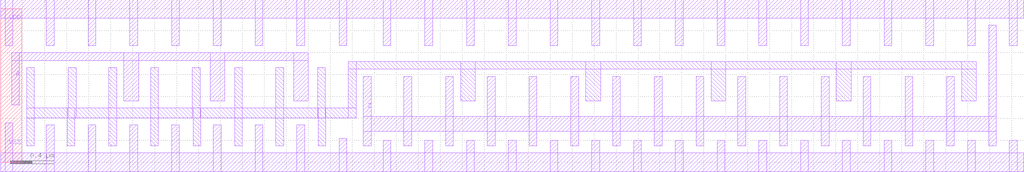
<source format=lef>
VERSION 5.6 ;
NAMESCASESENSITIVE ON ;
BUSBITCHARS "[]" ;
DIVIDERCHAR "/" ;

PROPERTYDEFINITIONS
END PROPERTYDEFINITIONS

SITE FreePDK45_38x28_10R_NP_162NW_34O
    CLASS CORE ;
    SYMMETRY Y ;
    SIZE 0.19 BY 1.4 ;
END FreePDK45_38x28_10R_NP_162NW_34O

MACRO AND2_X1_top_tier
    CLASS CORE ;
    SIZE 0.19 BY 1.4 ;
    SYMMETRY X Y ;
    SITE FreePDK45_38x28_10R_NP_162NW_34O ;
    PIN A1
        DIRECTION INPUT ; 
        USE SIGNAL ; 
        PORT
            LAYER metal1_top_tier ;
              RECT  0.06 0.525 0.185 0.7 ;
        END
    END A1
    PIN A2
        DIRECTION INPUT ; 
        USE SIGNAL ; 
        PORT
            LAYER metal1_top_tier ;
              RECT  0.25 0.525 0.38 0.7 ;
        END
    END A2
    PIN ZN
        DIRECTION OUTPUT ; 
        USE SIGNAL ; 
        PORT
            LAYER metal1_top_tier ;
              RECT  0.61 0.19 0.7 1.25 ;
        END
    END ZN
    PIN VDD
        DIRECTION INOUT ; 
        USE POWER ; 
        PORT
            LAYER metal1_top_tier ;
              RECT  0 1.315 0.76 1.485 ;
              RECT  0.415 0.975 0.485 1.485 ;
              RECT  0.04 0.975 0.11 1.485 ;
        END
    END VDD
    PIN VSS
        DIRECTION INOUT ; 
        USE GROUND ; 
        PORT
            LAYER metal1_top_tier ;
              RECT  0 -0.085 0.76 0.085 ;
              RECT  0.415 -0.085 0.485 0.325 ;
        END
    END VSS
    OBS
      LAYER metal1_top_tier ;
        RECT  0.235 0.84 0.305 1.25 ;
        RECT  0.235 0.84 0.54 0.91 ;
        RECT  0.47 0.39 0.54 0.91 ;
        RECT  0.045 0.39 0.54 0.46 ;
        RECT  0.045 0.19 0.115 0.46 ;
    END
END AND2_X1_top_tier

MACRO AND2_X2_top_tier
    CLASS CORE ;
    SIZE 0.19 BY 1.4 ;
    SYMMETRY X Y ;
    SITE FreePDK45_38x28_10R_NP_162NW_34O ;
    PIN A1
        DIRECTION INPUT ; 
        USE SIGNAL ; 
        PORT
            LAYER metal1_top_tier ;
              RECT  0.06 0.525 0.185 0.7 ;
        END
    END A1
    PIN A2
        DIRECTION INPUT ; 
        USE SIGNAL ; 
        PORT
            LAYER metal1_top_tier ;
              RECT  0.25 0.525 0.38 0.7 ;
        END
    END A2
    PIN ZN
        DIRECTION OUTPUT ; 
        USE SIGNAL ; 
        PORT
            LAYER metal1_top_tier ;
              RECT  0.615 0.15 0.7 1.25 ;
        END
    END ZN
    PIN VDD
        DIRECTION INOUT ; 
        USE POWER ; 
        PORT
            LAYER metal1_top_tier ;
              RECT  0 1.315 0.95 1.485 ;
              RECT  0.795 0.975 0.865 1.485 ;
              RECT  0.415 0.975 0.485 1.485 ;
              RECT  0.04 0.975 0.11 1.485 ;
        END
    END VDD
    PIN VSS
        DIRECTION INOUT ; 
        USE GROUND ; 
        PORT
            LAYER metal1_top_tier ;
              RECT  0 -0.085 0.95 0.085 ;
              RECT  0.795 -0.085 0.865 0.425 ;
              RECT  0.415 -0.085 0.485 0.285 ;
        END
    END VSS
    OBS
      LAYER metal1_top_tier ;
        RECT  0.235 0.84 0.305 1.25 ;
        RECT  0.235 0.84 0.545 0.91 ;
        RECT  0.475 0.39 0.545 0.91 ;
        RECT  0.045 0.39 0.545 0.46 ;
        RECT  0.045 0.15 0.115 0.46 ;
    END
END AND2_X2_top_tier

MACRO AND2_X4_top_tier
    CLASS CORE ;
    SIZE 0.19 BY 1.4 ;
    SYMMETRY X Y ;
    SITE FreePDK45_38x28_10R_NP_162NW_34O ;
    PIN A1
        DIRECTION INPUT ; 
        USE SIGNAL ; 
        PORT
            LAYER metal1_top_tier ;
              RECT  0.25 0.42 0.38 0.66 ;
        END
    END A1
    PIN A2
        DIRECTION INPUT ; 
        USE SIGNAL ; 
        PORT
            LAYER metal1_top_tier ;
              RECT  0.06 0.725 0.76 0.795 ;
              RECT  0.69 0.525 0.76 0.795 ;
              RECT  0.06 0.42 0.185 0.795 ;
        END
    END A2
    PIN ZN
        DIRECTION OUTPUT ; 
        USE SIGNAL ; 
        PORT
            LAYER metal1_top_tier ;
              RECT  1.365 0.15 1.435 1.25 ;
              RECT  0.995 0.68 1.435 0.75 ;
              RECT  0.995 0.15 1.08 1.25 ;
        END
    END ZN
    PIN VDD
        DIRECTION INOUT ; 
        USE POWER ; 
        PORT
            LAYER metal1_top_tier ;
              RECT  0 1.315 1.71 1.485 ;
              RECT  1.555 0.995 1.625 1.485 ;
              RECT  1.175 0.995 1.245 1.485 ;
              RECT  0.795 0.995 0.865 1.485 ;
              RECT  0.415 0.995 0.485 1.485 ;
              RECT  0.04 0.995 0.11 1.485 ;
        END
    END VDD
    PIN VSS
        DIRECTION INOUT ; 
        USE GROUND ; 
        PORT
            LAYER metal1_top_tier ;
              RECT  0 -0.085 1.71 0.085 ;
              RECT  1.555 -0.085 1.625 0.355 ;
              RECT  1.175 -0.085 1.245 0.355 ;
              RECT  0.795 -0.085 0.865 0.215 ;
              RECT  0.04 -0.085 0.11 0.355 ;
        END
    END VSS
    OBS
      LAYER metal1_top_tier ;
        RECT  0.605 0.86 0.675 1.25 ;
        RECT  0.235 0.86 0.305 1.25 ;
        RECT  0.235 0.86 0.92 0.93 ;
        RECT  0.85 0.285 0.92 0.93 ;
        RECT  0.425 0.285 0.92 0.355 ;
        RECT  0.425 0.22 0.495 0.355 ;
    END
END AND2_X4_top_tier

MACRO AND3_X1_top_tier
    CLASS CORE ;
    SIZE 0.19 BY 1.4 ;
    SYMMETRY X Y ;
    SITE FreePDK45_38x28_10R_NP_162NW_34O ;
    PIN A1
        DIRECTION INPUT ; 
        USE SIGNAL ; 
        PORT
            LAYER metal1_top_tier ;
              RECT  0.06 0.525 0.185 0.7 ;
        END
    END A1
    PIN A2
        DIRECTION INPUT ; 
        USE SIGNAL ; 
        PORT
            LAYER metal1_top_tier ;
              RECT  0.25 0.525 0.375 0.7 ;
        END
    END A2
    PIN A3
        DIRECTION INPUT ; 
        USE SIGNAL ; 
        PORT
            LAYER metal1_top_tier ;
              RECT  0.44 0.525 0.57 0.7 ;
        END
    END A3
    PIN ZN
        DIRECTION OUTPUT ; 
        USE SIGNAL ; 
        PORT
            LAYER metal1_top_tier ;
              RECT  0.8 0.975 0.89 1.25 ;
              RECT  0.82 0.15 0.89 1.25 ;
              RECT  0.8 0.15 0.89 0.425 ;
        END
    END ZN
    PIN VDD
        DIRECTION INOUT ; 
        USE POWER ; 
        PORT
            LAYER metal1_top_tier ;
              RECT  0 1.315 0.95 1.485 ;
              RECT  0.605 1 0.675 1.485 ;
              RECT  0.225 1.04 0.295 1.485 ;
        END
    END VDD
    PIN VSS
        DIRECTION INOUT ; 
        USE GROUND ; 
        PORT
            LAYER metal1_top_tier ;
              RECT  0 -0.085 0.95 0.085 ;
              RECT  0.605 -0.085 0.675 0.285 ;
        END
    END VSS
    OBS
      LAYER metal1_top_tier ;
        RECT  0.415 0.865 0.485 1.25 ;
        RECT  0.045 0.865 0.115 1.25 ;
        RECT  0.045 0.865 0.705 0.935 ;
        RECT  0.635 0.35 0.705 0.935 ;
        RECT  0.635 0.525 0.755 0.66 ;
        RECT  0.045 0.35 0.705 0.42 ;
        RECT  0.045 0.15 0.115 0.42 ;
    END
END AND3_X1_top_tier

MACRO AND3_X2_top_tier
    CLASS CORE ;
    SIZE 0.19 BY 1.4 ;
    SYMMETRY X Y ;
    SITE FreePDK45_38x28_10R_NP_162NW_34O ;
    PIN A1
        DIRECTION INPUT ; 
        USE SIGNAL ; 
        PORT
            LAYER metal1_top_tier ;
              RECT  0.06 0.525 0.185 0.7 ;
        END
    END A1
    PIN A2
        DIRECTION INPUT ; 
        USE SIGNAL ; 
        PORT
            LAYER metal1_top_tier ;
              RECT  0.25 0.525 0.375 0.7 ;
        END
    END A2
    PIN A3
        DIRECTION INPUT ; 
        USE SIGNAL ; 
        PORT
            LAYER metal1_top_tier ;
              RECT  0.44 0.525 0.57 0.7 ;
        END
    END A3
    PIN ZN
        DIRECTION OUTPUT ; 
        USE SIGNAL ; 
        PORT
            LAYER metal1_top_tier ;
              RECT  0.805 0.15 0.89 1.25 ;
        END
    END ZN
    PIN VDD
        DIRECTION INOUT ; 
        USE POWER ; 
        PORT
            LAYER metal1_top_tier ;
              RECT  0 1.315 1.14 1.485 ;
              RECT  0.99 0.975 1.06 1.485 ;
              RECT  0.605 0.975 0.675 1.485 ;
              RECT  0.225 0.975 0.295 1.485 ;
        END
    END VDD
    PIN VSS
        DIRECTION INOUT ; 
        USE GROUND ; 
        PORT
            LAYER metal1_top_tier ;
              RECT  0 -0.085 1.14 0.085 ;
              RECT  0.99 -0.085 1.06 0.425 ;
              RECT  0.605 -0.085 0.675 0.285 ;
        END
    END VSS
    OBS
      LAYER metal1_top_tier ;
        RECT  0.415 0.8 0.485 1.25 ;
        RECT  0.045 0.8 0.115 1.25 ;
        RECT  0.045 0.8 0.735 0.87 ;
        RECT  0.665 0.355 0.735 0.87 ;
        RECT  0.045 0.355 0.735 0.425 ;
        RECT  0.045 0.15 0.115 0.425 ;
    END
END AND3_X2_top_tier

MACRO AND3_X4_top_tier
    CLASS CORE ;
    SIZE 0.19 BY 1.4 ;
    SYMMETRY X Y ;
    SITE FreePDK45_38x28_10R_NP_162NW_34O ;
    PIN A1
        DIRECTION INPUT ; 
        USE SIGNAL ; 
        PORT
            LAYER metal1_top_tier ;
              RECT  0.595 0.555 0.73 0.7 ;
        END
    END A1
    PIN A2
        DIRECTION INPUT ; 
        USE SIGNAL ; 
        PORT
            LAYER metal1_top_tier ;
              RECT  0.82 0.42 0.95 0.7 ;
              RECT  0.34 0.42 0.95 0.49 ;
              RECT  0.34 0.42 0.41 0.66 ;
        END
    END A2
    PIN A3
        DIRECTION INPUT ; 
        USE SIGNAL ; 
        PORT
            LAYER metal1_top_tier ;
              RECT  0.12 0.765 1.14 0.835 ;
              RECT  1.07 0.525 1.14 0.835 ;
              RECT  0.12 0.525 0.19 0.835 ;
              RECT  0.06 0.525 0.19 0.7 ;
        END
    END A3
    PIN ZN
        DIRECTION OUTPUT ; 
        USE SIGNAL ; 
        PORT
            LAYER metal1_top_tier ;
              RECT  1.745 0.15 1.815 1.25 ;
              RECT  1.375 0.56 1.815 0.7 ;
              RECT  1.375 0.15 1.445 1.25 ;
        END
    END ZN
    PIN VDD
        DIRECTION INOUT ; 
        USE POWER ; 
        PORT
            LAYER metal1_top_tier ;
              RECT  0 1.315 2.09 1.485 ;
              RECT  1.935 1.035 2.005 1.485 ;
              RECT  1.555 1.035 1.625 1.485 ;
              RECT  1.175 1.035 1.245 1.485 ;
              RECT  0.795 1.035 0.865 1.485 ;
              RECT  0.415 1.035 0.485 1.485 ;
              RECT  0.04 1.035 0.11 1.485 ;
        END
    END VDD
    PIN VSS
        DIRECTION INOUT ; 
        USE GROUND ; 
        PORT
            LAYER metal1_top_tier ;
              RECT  0 -0.085 2.09 0.085 ;
              RECT  1.935 -0.085 2.005 0.425 ;
              RECT  1.555 -0.085 1.625 0.425 ;
              RECT  1.175 -0.085 1.245 0.195 ;
              RECT  0.04 -0.085 0.11 0.425 ;
        END
    END VSS
    OBS
      LAYER metal1_top_tier ;
        RECT  0.985 0.9 1.055 1.25 ;
        RECT  0.605 0.9 0.675 1.25 ;
        RECT  0.235 0.9 0.305 1.25 ;
        RECT  0.235 0.9 1.305 0.97 ;
        RECT  1.235 0.26 1.305 0.97 ;
        RECT  0.615 0.26 1.305 0.33 ;
        RECT  0.615 0.15 0.685 0.33 ;
    END
END AND3_X4_top_tier

MACRO AND4_X1_top_tier
    CLASS CORE ;
    SIZE 0.19 BY 1.4 ;
    SYMMETRY X Y ;
    SITE FreePDK45_38x28_10R_NP_162NW_34O ;
    PIN A1
        DIRECTION INPUT ; 
        USE SIGNAL ; 
        PORT
            LAYER metal1_top_tier ;
              RECT  0.06 0.525 0.185 0.7 ;
        END
    END A1
    PIN A2
        DIRECTION INPUT ; 
        USE SIGNAL ; 
        PORT
            LAYER metal1_top_tier ;
              RECT  0.25 0.525 0.375 0.7 ;
        END
    END A2
    PIN A3
        DIRECTION INPUT ; 
        USE SIGNAL ; 
        PORT
            LAYER metal1_top_tier ;
              RECT  0.44 0.525 0.565 0.7 ;
        END
    END A3
    PIN A4
        DIRECTION INPUT ; 
        USE SIGNAL ; 
        PORT
            LAYER metal1_top_tier ;
              RECT  0.63 0.525 0.76 0.7 ;
        END
    END A4
    PIN ZN
        DIRECTION OUTPUT ; 
        USE SIGNAL ; 
        PORT
            LAYER metal1_top_tier ;
              RECT  0.99 0.15 1.08 1.25 ;
        END
    END ZN
    PIN VDD
        DIRECTION INOUT ; 
        USE POWER ; 
        PORT
            LAYER metal1_top_tier ;
              RECT  0 1.315 1.14 1.485 ;
              RECT  0.795 0.975 0.865 1.485 ;
              RECT  0.415 0.975 0.485 1.485 ;
              RECT  0.04 0.975 0.11 1.485 ;
        END
    END VDD
    PIN VSS
        DIRECTION INOUT ; 
        USE GROUND ; 
        PORT
            LAYER metal1_top_tier ;
              RECT  0 -0.085 1.14 0.085 ;
              RECT  0.795 -0.085 0.865 0.285 ;
        END
    END VSS
    OBS
      LAYER metal1_top_tier ;
        RECT  0.605 0.84 0.675 1.25 ;
        RECT  0.235 0.84 0.305 1.25 ;
        RECT  0.235 0.84 0.925 0.91 ;
        RECT  0.855 0.35 0.925 0.91 ;
        RECT  0.045 0.35 0.925 0.42 ;
        RECT  0.045 0.15 0.115 0.42 ;
    END
END AND4_X1_top_tier

MACRO AND4_X2_top_tier
    CLASS CORE ;
    SIZE 0.19 BY 1.4 ;
    SYMMETRY X Y ;
    SITE FreePDK45_38x28_10R_NP_162NW_34O ;
    PIN A1
        DIRECTION INPUT ; 
        USE SIGNAL ; 
        PORT
            LAYER metal1_top_tier ;
              RECT  0.06 0.525 0.185 0.7 ;
        END
    END A1
    PIN A2
        DIRECTION INPUT ; 
        USE SIGNAL ; 
        PORT
            LAYER metal1_top_tier ;
              RECT  0.25 0.525 0.375 0.7 ;
        END
    END A2
    PIN A3
        DIRECTION INPUT ; 
        USE SIGNAL ; 
        PORT
            LAYER metal1_top_tier ;
              RECT  0.44 0.525 0.565 0.7 ;
        END
    END A3
    PIN A4
        DIRECTION INPUT ; 
        USE SIGNAL ; 
        PORT
            LAYER metal1_top_tier ;
              RECT  0.63 0.525 0.76 0.7 ;
        END
    END A4
    PIN ZN
        DIRECTION OUTPUT ; 
        USE SIGNAL ; 
        PORT
            LAYER metal1_top_tier ;
              RECT  0.995 0.15 1.08 1.25 ;
        END
    END ZN
    PIN VDD
        DIRECTION INOUT ; 
        USE POWER ; 
        PORT
            LAYER metal1_top_tier ;
              RECT  0 1.315 1.33 1.485 ;
              RECT  1.18 0.975 1.25 1.485 ;
              RECT  0.795 0.975 0.865 1.485 ;
              RECT  0.415 0.975 0.485 1.485 ;
              RECT  0.04 0.975 0.11 1.485 ;
        END
    END VDD
    PIN VSS
        DIRECTION INOUT ; 
        USE GROUND ; 
        PORT
            LAYER metal1_top_tier ;
              RECT  0 -0.085 1.33 0.085 ;
              RECT  1.18 -0.085 1.25 0.425 ;
              RECT  0.795 -0.085 0.865 0.27 ;
        END
    END VSS
    OBS
      LAYER metal1_top_tier ;
        RECT  0.605 0.8 0.675 1.25 ;
        RECT  0.235 0.8 0.305 1.25 ;
        RECT  0.235 0.8 0.925 0.87 ;
        RECT  0.855 0.355 0.925 0.87 ;
        RECT  0.045 0.355 0.925 0.425 ;
        RECT  0.045 0.15 0.115 0.425 ;
    END
END AND4_X2_top_tier

MACRO AND4_X4_top_tier
    CLASS CORE ;
    SIZE 0.19 BY 1.4 ;
    SYMMETRY X Y ;
    SITE FreePDK45_38x28_10R_NP_162NW_34O ;
    PIN A1
        DIRECTION INPUT ; 
        USE SIGNAL ; 
        PORT
            LAYER metal1_top_tier ;
              RECT  0.8 0.56 0.935 0.7 ;
        END
    END A1
    PIN A2
        DIRECTION INPUT ; 
        USE SIGNAL ; 
        PORT
            LAYER metal1_top_tier ;
              RECT  1.065 0.425 1.135 0.66 ;
              RECT  0.565 0.425 1.135 0.495 ;
              RECT  0.565 0.425 0.7 0.7 ;
        END
    END A2
    PIN A3
        DIRECTION INPUT ; 
        USE SIGNAL ; 
        PORT
            LAYER metal1_top_tier ;
              RECT  0.355 0.77 1.345 0.84 ;
              RECT  1.2 0.525 1.345 0.84 ;
              RECT  0.355 0.525 0.425 0.84 ;
        END
    END A3
    PIN A4
        DIRECTION INPUT ; 
        USE SIGNAL ; 
        PORT
            LAYER metal1_top_tier ;
              RECT  0.135 0.905 1.535 0.975 ;
              RECT  1.465 0.525 1.535 0.975 ;
              RECT  0.135 0.525 0.205 0.975 ;
              RECT  0.06 0.525 0.205 0.7 ;
        END
    END A4
    PIN ZN
        DIRECTION OUTPUT ; 
        USE SIGNAL ; 
        PORT
            LAYER metal1_top_tier ;
              RECT  2.14 0.15 2.21 0.925 ;
              RECT  1.77 0.56 2.21 0.7 ;
              RECT  1.77 0.15 1.84 0.925 ;
        END
    END ZN
    PIN VDD
        DIRECTION INOUT ; 
        USE POWER ; 
        PORT
            LAYER metal1_top_tier ;
              RECT  0 1.315 2.47 1.485 ;
              RECT  2.33 1.065 2.4 1.485 ;
              RECT  1.95 1.065 2.02 1.485 ;
              RECT  1.57 1.175 1.64 1.485 ;
              RECT  1.19 1.175 1.26 1.485 ;
              RECT  0.81 1.175 0.88 1.485 ;
              RECT  0.43 1.175 0.5 1.485 ;
              RECT  0.055 1.065 0.125 1.485 ;
        END
    END VDD
    PIN VSS
        DIRECTION INOUT ; 
        USE GROUND ; 
        PORT
            LAYER metal1_top_tier ;
              RECT  0 -0.085 2.47 0.085 ;
              RECT  2.33 -0.085 2.4 0.425 ;
              RECT  1.95 -0.085 2.02 0.425 ;
              RECT  1.57 -0.085 1.64 0.195 ;
              RECT  0.055 -0.085 0.125 0.425 ;
        END
    END VSS
    OBS
      LAYER metal1_top_tier ;
        RECT  0.215 1.04 1.705 1.11 ;
        RECT  1.635 0.29 1.705 1.11 ;
        RECT  0.785 0.29 1.705 0.36 ;
    END
END AND4_X4_top_tier

MACRO ANTENNA_X1_top_tier
    CLASS CORE ANTENNACELL ;
    SIZE 0.19 BY 1.4 ;
    SYMMETRY X Y ;
    SITE FreePDK45_38x28_10R_NP_162NW_34O ;
    PIN A
        DIRECTION INPUT ; 
        USE SIGNAL ; 
        ANTENNADIFFAREA 0 ;
        PORT
            LAYER metal1_top_tier ;
              RECT  0.06 0.42 0.13 0.75 ;
        END
    END A
    PIN VDD
        DIRECTION INOUT ; 
        USE POWER ; 
        PORT
            LAYER metal1_top_tier ;
              RECT  0 1.315 0.19 1.485 ;
        END
    END VDD
    PIN VSS
        DIRECTION INOUT ; 
        USE GROUND ; 
        PORT
            LAYER metal1_top_tier ;
              RECT  0 -0.085 0.19 0.085 ;
        END
    END VSS
END ANTENNA_X1_top_tier

MACRO AOI211_X1_top_tier
    CLASS CORE ;
    SIZE 0.19 BY 1.4 ;
    SYMMETRY X Y ;
    SITE FreePDK45_38x28_10R_NP_162NW_34O ;
    PIN A
        DIRECTION INPUT ; 
        USE SIGNAL ; 
        PORT
            LAYER metal1_top_tier ;
              RECT  0.765 0.525 0.89 0.7 ;
        END
    END A
    PIN B
        DIRECTION INPUT ; 
        USE SIGNAL ; 
        PORT
            LAYER metal1_top_tier ;
              RECT  0.575 0.525 0.7 0.7 ;
        END
    END B
    PIN C1
        DIRECTION INPUT ; 
        USE SIGNAL ; 
        PORT
            LAYER metal1_top_tier ;
              RECT  0.41 0.525 0.51 0.7 ;
        END
    END C1
    PIN C2
        DIRECTION INPUT ; 
        USE SIGNAL ; 
        PORT
            LAYER metal1_top_tier ;
              RECT  0.06 0.525 0.21 0.7 ;
        END
    END C2
    PIN ZN
        DIRECTION OUTPUT ; 
        USE SIGNAL ; 
        PORT
            LAYER metal1_top_tier ;
              RECT  0.275 0.355 0.905 0.425 ;
              RECT  0.835 0.15 0.905 0.425 ;
              RECT  0.44 0.15 0.525 0.425 ;
              RECT  0.275 0.355 0.345 1.115 ;
        END
    END ZN
    PIN VDD
        DIRECTION INOUT ; 
        USE POWER ; 
        PORT
            LAYER metal1_top_tier ;
              RECT  0 1.315 0.95 1.485 ;
              RECT  0.835 0.905 0.905 1.485 ;
        END
    END VDD
    PIN VSS
        DIRECTION INOUT ; 
        USE GROUND ; 
        PORT
            LAYER metal1_top_tier ;
              RECT  0 -0.085 0.95 0.085 ;
              RECT  0.645 -0.085 0.715 0.285 ;
              RECT  0.08 -0.085 0.15 0.425 ;
        END
    END VSS
    OBS
      LAYER metal1_top_tier ;
        RECT  0.085 1.18 0.525 1.25 ;
        RECT  0.455 0.905 0.525 1.25 ;
        RECT  0.085 0.905 0.155 1.25 ;
    END
END AOI211_X1_top_tier

MACRO AOI211_X2_top_tier
    CLASS CORE ;
    SIZE 0.19 BY 1.4 ;
    SYMMETRY X Y ;
    SITE FreePDK45_38x28_10R_NP_162NW_34O ;
    PIN A
        DIRECTION INPUT ; 
        USE SIGNAL ; 
        PORT
            LAYER metal1_top_tier ;
              RECT  0.39 0.56 0.525 0.7 ;
        END
    END A
    PIN B
        DIRECTION INPUT ; 
        USE SIGNAL ; 
        PORT
            LAYER metal1_top_tier ;
              RECT  0.06 0.765 0.75 0.835 ;
              RECT  0.68 0.525 0.75 0.835 ;
              RECT  0.06 0.525 0.185 0.835 ;
        END
    END B
    PIN C1
        DIRECTION INPUT ; 
        USE SIGNAL ; 
        PORT
            LAYER metal1_top_tier ;
              RECT  1.19 0.56 1.325 0.7 ;
        END
    END C1
    PIN C2
        DIRECTION INPUT ; 
        USE SIGNAL ; 
        PORT
            LAYER metal1_top_tier ;
              RECT  1.54 0.425 1.65 0.7 ;
              RECT  0.965 0.425 1.65 0.495 ;
              RECT  0.965 0.425 1.035 0.66 ;
        END
    END C2
    PIN ZN
        DIRECTION OUTPUT ; 
        USE SIGNAL ; 
        PORT
            LAYER metal1_top_tier ;
              RECT  1.405 0.765 1.475 1.055 ;
              RECT  0.82 0.765 1.475 0.835 ;
              RECT  0.2 0.285 1.32 0.355 ;
              RECT  1.185 0.15 1.32 0.355 ;
              RECT  1.025 0.765 1.095 1.055 ;
              RECT  0.82 0.285 0.89 0.835 ;
              RECT  0.2 0.15 0.335 0.355 ;
        END
    END ZN
    PIN VDD
        DIRECTION INOUT ; 
        USE POWER ; 
        PORT
            LAYER metal1_top_tier ;
              RECT  0 1.315 1.71 1.485 ;
              RECT  0.42 1.035 0.49 1.485 ;
        END
    END VDD
    PIN VSS
        DIRECTION INOUT ; 
        USE GROUND ; 
        PORT
            LAYER metal1_top_tier ;
              RECT  0 -0.085 1.71 0.085 ;
              RECT  1.595 -0.085 1.665 0.355 ;
              RECT  0.825 -0.085 0.895 0.215 ;
              RECT  0.43 -0.085 0.5 0.215 ;
              RECT  0.045 -0.085 0.115 0.355 ;
        END
    END VSS
    OBS
      LAYER metal1_top_tier ;
        RECT  0.815 1.18 1.665 1.25 ;
        RECT  1.595 0.975 1.665 1.25 ;
        RECT  0.05 0.9 0.12 1.25 ;
        RECT  1.22 0.975 1.29 1.25 ;
        RECT  0.815 0.9 0.885 1.25 ;
        RECT  0.05 0.9 0.885 0.97 ;
    END
END AOI211_X2_top_tier

MACRO AOI211_X4_top_tier
    CLASS CORE ;
    SIZE 0.19 BY 1.4 ;
    SYMMETRY X Y ;
    SITE FreePDK45_38x28_10R_NP_162NW_34O ;
    PIN A
        DIRECTION INPUT ; 
        USE SIGNAL ; 
        PORT
            LAYER metal1_top_tier ;
              RECT  0.63 0.525 0.76 0.7 ;
        END
    END A
    PIN B
        DIRECTION INPUT ; 
        USE SIGNAL ; 
        PORT
            LAYER metal1_top_tier ;
              RECT  0.44 0.525 0.565 0.7 ;
        END
    END B
    PIN C1
        DIRECTION INPUT ; 
        USE SIGNAL ; 
        PORT
            LAYER metal1_top_tier ;
              RECT  0.06 0.525 0.185 0.7 ;
        END
    END C1
    PIN C2
        DIRECTION INPUT ; 
        USE SIGNAL ; 
        PORT
            LAYER metal1_top_tier ;
              RECT  0.25 0.525 0.375 0.7 ;
        END
    END C2
    PIN ZN
        DIRECTION OUTPUT ; 
        USE SIGNAL ; 
        PORT
            LAYER metal1_top_tier ;
              RECT  1.75 0.15 1.82 1.175 ;
              RECT  1.375 0.56 1.82 0.7 ;
              RECT  1.375 0.15 1.445 1.175 ;
        END
    END ZN
    PIN VDD
        DIRECTION INOUT ; 
        USE POWER ; 
        PORT
            LAYER metal1_top_tier ;
              RECT  0 1.315 2.09 1.485 ;
              RECT  1.935 0.9 2.005 1.485 ;
              RECT  1.555 0.9 1.625 1.485 ;
              RECT  1.175 0.9 1.245 1.485 ;
              RECT  0.795 0.9 0.865 1.485 ;
        END
    END VDD
    PIN VSS
        DIRECTION INOUT ; 
        USE GROUND ; 
        PORT
            LAYER metal1_top_tier ;
              RECT  0 -0.085 2.09 0.085 ;
              RECT  1.935 -0.085 2.005 0.425 ;
              RECT  1.555 -0.085 1.625 0.425 ;
              RECT  1.175 -0.085 1.245 0.425 ;
              RECT  0.795 -0.085 0.865 0.285 ;
              RECT  0.415 -0.085 0.485 0.285 ;
        END
    END VSS
    OBS
      LAYER metal1_top_tier ;
        RECT  0.995 0.15 1.065 1.175 ;
        RECT  0.995 0.525 1.31 0.66 ;
        RECT  0.235 0.765 0.305 1.115 ;
        RECT  0.235 0.765 0.93 0.835 ;
        RECT  0.86 0.39 0.93 0.835 ;
        RECT  0.045 0.39 0.93 0.46 ;
        RECT  0.605 0.15 0.675 0.46 ;
        RECT  0.045 0.15 0.115 0.46 ;
        RECT  0.045 1.18 0.485 1.25 ;
        RECT  0.415 0.9 0.485 1.25 ;
        RECT  0.045 0.9 0.115 1.25 ;
    END
END AOI211_X4_top_tier

MACRO AOI21_X1_top_tier
    CLASS CORE ;
    SIZE 0.19 BY 1.4 ;
    SYMMETRY X Y ;
    SITE FreePDK45_38x28_10R_NP_162NW_34O ;
    PIN A
        DIRECTION INPUT ; 
        USE SIGNAL ; 
        PORT
            LAYER metal1_top_tier ;
              RECT  0.575 0.525 0.7 0.7 ;
        END
    END A
    PIN B1
        DIRECTION INPUT ; 
        USE SIGNAL ; 
        PORT
            LAYER metal1_top_tier ;
              RECT  0.4 0.525 0.51 0.7 ;
        END
    END B1
    PIN B2
        DIRECTION INPUT ; 
        USE SIGNAL ; 
        PORT
            LAYER metal1_top_tier ;
              RECT  0.06 0.525 0.2 0.7 ;
        END
    END B2
    PIN ZN
        DIRECTION OUTPUT ; 
        USE SIGNAL ; 
        PORT
            LAYER metal1_top_tier ;
              RECT  0.265 0.355 0.525 0.425 ;
              RECT  0.44 0.15 0.525 0.425 ;
              RECT  0.265 0.355 0.335 1.115 ;
        END
    END ZN
    PIN VDD
        DIRECTION INOUT ; 
        USE POWER ; 
        PORT
            LAYER metal1_top_tier ;
              RECT  0 1.315 0.76 1.485 ;
              RECT  0.645 0.905 0.715 1.485 ;
        END
    END VDD
    PIN VSS
        DIRECTION INOUT ; 
        USE GROUND ; 
        PORT
            LAYER metal1_top_tier ;
              RECT  0 -0.085 0.76 0.085 ;
              RECT  0.645 -0.085 0.715 0.355 ;
              RECT  0.08 -0.085 0.15 0.425 ;
        END
    END VSS
    OBS
      LAYER metal1_top_tier ;
        RECT  0.085 1.18 0.525 1.25 ;
        RECT  0.455 0.905 0.525 1.25 ;
        RECT  0.085 0.905 0.155 1.25 ;
    END
END AOI21_X1_top_tier

MACRO AOI21_X2_top_tier
    CLASS CORE ;
    SIZE 0.19 BY 1.4 ;
    SYMMETRY X Y ;
    SITE FreePDK45_38x28_10R_NP_162NW_34O ;
    PIN A
        DIRECTION INPUT ; 
        USE SIGNAL ; 
        PORT
            LAYER metal1_top_tier ;
              RECT  0.215 0.56 0.35 0.7 ;
        END
    END A
    PIN B1
        DIRECTION INPUT ; 
        USE SIGNAL ; 
        PORT
            LAYER metal1_top_tier ;
              RECT  0.765 0.56 0.9 0.7 ;
        END
    END B1
    PIN B2
        DIRECTION INPUT ; 
        USE SIGNAL ; 
        PORT
            LAYER metal1_top_tier ;
              RECT  0.63 0.77 1.18 0.84 ;
              RECT  1.11 0.525 1.18 0.84 ;
              RECT  0.63 0.525 0.7 0.84 ;
              RECT  0.57 0.525 0.7 0.7 ;
        END
    END B2
    PIN ZN
        DIRECTION OUTPUT ; 
        USE SIGNAL ; 
        PORT
            LAYER metal1_top_tier ;
              RECT  0.435 0.905 1.13 0.975 ;
              RECT  0.25 0.355 0.905 0.425 ;
              RECT  0.835 0.15 0.905 0.425 ;
              RECT  0.435 0.355 0.505 0.975 ;
              RECT  0.25 0.15 0.335 0.425 ;
        END
    END ZN
    PIN VDD
        DIRECTION INOUT ; 
        USE POWER ; 
        PORT
            LAYER metal1_top_tier ;
              RECT  0 1.315 1.33 1.485 ;
              RECT  0.265 1.205 0.335 1.485 ;
        END
    END VDD
    PIN VSS
        DIRECTION INOUT ; 
        USE GROUND ; 
        PORT
            LAYER metal1_top_tier ;
              RECT  0 -0.085 1.33 0.085 ;
              RECT  1.215 -0.085 1.285 0.425 ;
              RECT  0.455 -0.085 0.525 0.285 ;
              RECT  0.08 -0.085 0.15 0.425 ;
        END
    END VSS
    OBS
      LAYER metal1_top_tier ;
        RECT  1.215 0.975 1.285 1.25 ;
        RECT  0.085 0.975 0.155 1.25 ;
        RECT  0.085 1.07 1.285 1.14 ;
    END
END AOI21_X2_top_tier

MACRO AOI21_X4_top_tier
    CLASS CORE ;
    SIZE 0.19 BY 1.4 ;
    SYMMETRY X Y ;
    SITE FreePDK45_38x28_10R_NP_162NW_34O ;
    PIN A
        DIRECTION INPUT ; 
        USE SIGNAL ; 
        PORT
            LAYER metal1_top_tier ;
              RECT  0.4 0.525 0.535 0.7 ;
        END
    END A
    PIN B1
        DIRECTION INPUT ; 
        USE SIGNAL ; 
        PORT
            LAYER metal1_top_tier ;
              RECT  1.165 0.69 2.06 0.76 ;
              RECT  1.925 0.56 2.06 0.76 ;
              RECT  1.165 0.56 1.3 0.76 ;
        END
    END B1
    PIN B2
        DIRECTION INPUT ; 
        USE SIGNAL ; 
        PORT
            LAYER metal1_top_tier ;
              RECT  2.25 0.42 2.32 0.66 ;
              RECT  0.925 0.42 2.32 0.49 ;
              RECT  1.525 0.42 1.66 0.625 ;
              RECT  0.925 0.42 0.995 0.66 ;
        END
    END B2
    PIN ZN
        DIRECTION OUTPUT ; 
        USE SIGNAL ; 
        PORT
            LAYER metal1_top_tier ;
              RECT  2.14 0.825 2.21 1.115 ;
              RECT  0.63 0.825 2.21 0.895 ;
              RECT  0.63 0.26 2.055 0.33 ;
              RECT  1.76 0.825 1.83 1.115 ;
              RECT  1.38 0.825 1.45 1.115 ;
              RECT  1 0.825 1.07 1.115 ;
              RECT  0.63 0.15 0.7 0.895 ;
              RECT  0.25 0.355 0.7 0.425 ;
              RECT  0.25 0.15 0.32 0.425 ;
        END
    END ZN
    PIN VDD
        DIRECTION INOUT ; 
        USE POWER ; 
        PORT
            LAYER metal1_top_tier ;
              RECT  0 1.315 2.47 1.485 ;
              RECT  0.62 1.205 0.69 1.485 ;
              RECT  0.24 1.205 0.31 1.485 ;
        END
    END VDD
    PIN VSS
        DIRECTION INOUT ; 
        USE GROUND ; 
        PORT
            LAYER metal1_top_tier ;
              RECT  0 -0.085 2.47 0.085 ;
              RECT  2.33 -0.085 2.4 0.35 ;
              RECT  1.57 -0.085 1.64 0.195 ;
              RECT  0.81 -0.085 0.88 0.195 ;
              RECT  0.43 -0.085 0.5 0.195 ;
              RECT  0.055 -0.085 0.125 0.425 ;
        END
    END VSS
    OBS
      LAYER metal1_top_tier ;
        RECT  0.81 1.18 2.4 1.25 ;
        RECT  2.33 0.84 2.4 1.25 ;
        RECT  0.43 0.965 0.5 1.24 ;
        RECT  0.06 0.965 0.13 1.24 ;
        RECT  1.95 0.96 2.02 1.25 ;
        RECT  1.57 0.96 1.64 1.25 ;
        RECT  1.19 0.96 1.26 1.25 ;
        RECT  0.81 0.965 0.88 1.25 ;
        RECT  0.06 0.965 0.88 1.035 ;
    END
END AOI21_X4_top_tier

MACRO AOI221_X1_top_tier
    CLASS CORE ;
    SIZE 0.19 BY 1.4 ;
    SYMMETRY X Y ;
    SITE FreePDK45_38x28_10R_NP_162NW_34O ;
    PIN A
        DIRECTION INPUT ; 
        USE SIGNAL ; 
        PORT
            LAYER metal1_top_tier ;
              RECT  0.44 0.525 0.565 0.7 ;
        END
    END A
    PIN B1
        DIRECTION INPUT ; 
        USE SIGNAL ; 
        PORT
            LAYER metal1_top_tier ;
              RECT  0.25 0.525 0.375 0.7 ;
        END
    END B1
    PIN B2
        DIRECTION INPUT ; 
        USE SIGNAL ; 
        PORT
            LAYER metal1_top_tier ;
              RECT  0.06 0.525 0.185 0.7 ;
        END
    END B2
    PIN C1
        DIRECTION INPUT ; 
        USE SIGNAL ; 
        PORT
            LAYER metal1_top_tier ;
              RECT  0.955 0.525 1.08 0.7 ;
        END
    END C1
    PIN C2
        DIRECTION INPUT ; 
        USE SIGNAL ; 
        PORT
            LAYER metal1_top_tier ;
              RECT  0.63 0.525 0.74 0.7 ;
        END
    END C2
    PIN ZN
        DIRECTION OUTPUT ; 
        USE SIGNAL ; 
        PORT
            LAYER metal1_top_tier ;
              RECT  0.425 0.355 1.055 0.425 ;
              RECT  0.985 0.15 1.055 0.425 ;
              RECT  0.805 0.355 0.89 1.115 ;
              RECT  0.425 0.15 0.495 0.425 ;
        END
    END ZN
    PIN VDD
        DIRECTION INOUT ; 
        USE POWER ; 
        PORT
            LAYER metal1_top_tier ;
              RECT  0 1.315 1.14 1.485 ;
              RECT  0.225 0.905 0.295 1.485 ;
        END
    END VDD
    PIN VSS
        DIRECTION INOUT ; 
        USE GROUND ; 
        PORT
            LAYER metal1_top_tier ;
              RECT  0 -0.085 1.14 0.085 ;
              RECT  0.605 -0.085 0.675 0.215 ;
              RECT  0.04 -0.085 0.11 0.355 ;
        END
    END VSS
    OBS
      LAYER metal1_top_tier ;
        RECT  0.615 1.18 1.055 1.25 ;
        RECT  0.985 0.905 1.055 1.25 ;
        RECT  0.615 0.905 0.685 1.25 ;
        RECT  0.415 0.77 0.485 1.18 ;
        RECT  0.045 0.77 0.115 1.18 ;
        RECT  0.045 0.77 0.485 0.84 ;
    END
END AOI221_X1_top_tier

MACRO AOI221_X2_top_tier
    CLASS CORE ;
    SIZE 0.19 BY 1.4 ;
    SYMMETRY X Y ;
    SITE FreePDK45_38x28_10R_NP_162NW_34O ;
    PIN A
        DIRECTION INPUT ; 
        USE SIGNAL ; 
        PORT
            LAYER metal1_top_tier ;
              RECT  0.18 0.79 1.13 0.86 ;
              RECT  1.06 0.525 1.13 0.86 ;
              RECT  0.18 0.56 0.25 0.86 ;
              RECT  0.06 0.56 0.25 0.7 ;
        END
    END A
    PIN B1
        DIRECTION INPUT ; 
        USE SIGNAL ; 
        PORT
            LAYER metal1_top_tier ;
              RECT  0.82 0.42 0.945 0.7 ;
              RECT  0.34 0.42 0.945 0.49 ;
              RECT  0.34 0.42 0.41 0.66 ;
        END
    END B1
    PIN B2
        DIRECTION INPUT ; 
        USE SIGNAL ; 
        PORT
            LAYER metal1_top_tier ;
              RECT  0.585 0.56 0.725 0.7 ;
        END
    END B2
    PIN C1
        DIRECTION INPUT ; 
        USE SIGNAL ; 
        PORT
            LAYER metal1_top_tier ;
              RECT  1.57 0.525 1.66 0.7 ;
        END
    END C1
    PIN C2
        DIRECTION INPUT ; 
        USE SIGNAL ; 
        PORT
            LAYER metal1_top_tier ;
              RECT  1.77 0.525 1.91 0.7 ;
              RECT  1.34 0.765 1.84 0.835 ;
              RECT  1.77 0.525 1.84 0.835 ;
              RECT  1.34 0.525 1.41 0.835 ;
        END
    END C2
    PIN ZN
        DIRECTION OUTPUT ; 
        USE SIGNAL ; 
        PORT
            LAYER metal1_top_tier ;
              RECT  1.195 0.9 1.86 0.97 ;
              RECT  0.2 0.28 1.675 0.35 ;
              RECT  1.195 0.28 1.275 0.97 ;
        END
    END ZN
    PIN VDD
        DIRECTION INOUT ; 
        USE POWER ; 
        PORT
            LAYER metal1_top_tier ;
              RECT  0 1.315 2.09 1.485 ;
              RECT  0.795 1.205 0.865 1.485 ;
              RECT  0.415 1.205 0.485 1.485 ;
        END
    END VDD
    PIN VSS
        DIRECTION INOUT ; 
        USE GROUND ; 
        PORT
            LAYER metal1_top_tier ;
              RECT  0 -0.085 2.09 0.085 ;
              RECT  1.945 -0.085 2.015 0.425 ;
              RECT  1.175 -0.085 1.245 0.195 ;
              RECT  0.605 -0.085 0.675 0.195 ;
              RECT  0.04 -0.085 0.11 0.425 ;
        END
    END VSS
    OBS
      LAYER metal1_top_tier ;
        RECT  0.045 1.07 2.015 1.14 ;
        RECT  1.945 0.865 2.015 1.14 ;
        RECT  0.045 0.865 0.115 1.14 ;
        RECT  0.2 0.93 1.09 1 ;
    END
END AOI221_X2_top_tier

MACRO AOI221_X4_top_tier
    CLASS CORE ;
    SIZE 0.19 BY 1.4 ;
    SYMMETRY X Y ;
    SITE FreePDK45_38x28_10R_NP_162NW_34O ;
    PIN A
        DIRECTION INPUT ; 
        USE SIGNAL ; 
        PORT
            LAYER metal1_top_tier ;
              RECT  0.61 0.525 0.7 0.7 ;
        END
    END A
    PIN B1
        DIRECTION INPUT ; 
        USE SIGNAL ; 
        PORT
            LAYER metal1_top_tier ;
              RECT  0.8 0.525 0.89 0.7 ;
        END
    END B1
    PIN B2
        DIRECTION INPUT ; 
        USE SIGNAL ; 
        PORT
            LAYER metal1_top_tier ;
              RECT  1.01 0.525 1.18 0.7 ;
        END
    END B2
    PIN C1
        DIRECTION INPUT ; 
        USE SIGNAL ; 
        PORT
            LAYER metal1_top_tier ;
              RECT  0.06 0.525 0.27 0.7 ;
        END
    END C1
    PIN C2
        DIRECTION INPUT ; 
        USE SIGNAL ; 
        PORT
            LAYER metal1_top_tier ;
              RECT  0.42 0.525 0.51 0.7 ;
        END
    END C2
    PIN ZN
        DIRECTION OUTPUT ; 
        USE SIGNAL ; 
        PORT
            LAYER metal1_top_tier ;
              RECT  2.17 0.15 2.24 1.25 ;
              RECT  1.795 0.56 2.24 0.7 ;
              RECT  1.795 0.15 1.885 0.7 ;
              RECT  1.795 0.15 1.865 1.25 ;
        END
    END ZN
    PIN VDD
        DIRECTION INOUT ; 
        USE POWER ; 
        PORT
            LAYER metal1_top_tier ;
              RECT  0 1.315 2.47 1.485 ;
              RECT  2.355 0.975 2.425 1.485 ;
              RECT  1.975 0.975 2.045 1.485 ;
              RECT  1.6 1.005 1.67 1.485 ;
              RECT  1.215 0.975 1.285 1.485 ;
              RECT  0.875 1.035 0.945 1.485 ;
        END
    END VDD
    PIN VSS
        DIRECTION INOUT ; 
        USE GROUND ; 
        PORT
            LAYER metal1_top_tier ;
              RECT  0 -0.085 2.47 0.085 ;
              RECT  2.355 -0.085 2.425 0.425 ;
              RECT  1.975 -0.085 2.045 0.425 ;
              RECT  1.605 -0.085 1.675 0.425 ;
              RECT  1.215 -0.085 1.285 0.285 ;
              RECT  0.495 -0.085 0.565 0.285 ;
        END
    END VSS
    OBS
      LAYER metal1_top_tier ;
        RECT  1.415 0.15 1.485 1.25 ;
        RECT  1.415 0.525 1.73 0.66 ;
        RECT  0.315 0.765 0.385 1.04 ;
        RECT  0.315 0.765 1.35 0.835 ;
        RECT  1.28 0.355 1.35 0.835 ;
        RECT  0.125 0.355 1.35 0.425 ;
        RECT  0.71 0.15 0.78 0.425 ;
        RECT  0.125 0.15 0.195 0.425 ;
        RECT  1.03 0.9 1.1 1.25 ;
        RECT  0.695 0.9 0.765 1.25 ;
        RECT  0.695 0.9 1.1 0.97 ;
        RECT  0.495 0.975 0.565 1.25 ;
        RECT  0.125 0.975 0.195 1.25 ;
        RECT  0.125 1.105 0.565 1.175 ;
    END
END AOI221_X4_top_tier

MACRO AOI222_X1_top_tier
    CLASS CORE ;
    SIZE 0.19 BY 1.4 ;
    SYMMETRY X Y ;
    SITE FreePDK45_38x28_10R_NP_162NW_34O ;
    PIN A1
        DIRECTION INPUT ; 
        USE SIGNAL ; 
        PORT
            LAYER metal1_top_tier ;
              RECT  1.315 0.525 1.46 0.7 ;
        END
    END A1
    PIN A2
        DIRECTION INPUT ; 
        USE SIGNAL ; 
        PORT
            LAYER metal1_top_tier ;
              RECT  0.995 0.525 1.08 0.7 ;
        END
    END A2
    PIN B1
        DIRECTION INPUT ; 
        USE SIGNAL ; 
        PORT
            LAYER metal1_top_tier ;
              RECT  0.62 0.525 0.72 0.7 ;
        END
    END B1
    PIN B2
        DIRECTION INPUT ; 
        USE SIGNAL ; 
        PORT
            LAYER metal1_top_tier ;
              RECT  0.82 0.525 0.91 0.7 ;
        END
    END B2
    PIN C1
        DIRECTION INPUT ; 
        USE SIGNAL ; 
        PORT
            LAYER metal1_top_tier ;
              RECT  0.385 0.525 0.51 0.7 ;
        END
    END C1
    PIN C2
        DIRECTION INPUT ; 
        USE SIGNAL ; 
        PORT
            LAYER metal1_top_tier ;
              RECT  0.06 0.525 0.215 0.7 ;
        END
    END C2
    PIN ZN
        DIRECTION OUTPUT ; 
        USE SIGNAL ; 
        PORT
            LAYER metal1_top_tier ;
              RECT  0.5 0.375 1.46 0.45 ;
              RECT  1.325 0.175 1.46 0.45 ;
              RECT  1.145 0.375 1.215 1.115 ;
              RECT  0.5 0.175 0.57 0.45 ;
        END
    END ZN
    PIN VDD
        DIRECTION INOUT ; 
        USE POWER ; 
        PORT
            LAYER metal1_top_tier ;
              RECT  0 1.315 1.52 1.485 ;
              RECT  0.415 0.905 0.485 1.485 ;
              RECT  0.04 0.905 0.11 1.485 ;
        END
    END VDD
    PIN VSS
        DIRECTION INOUT ; 
        USE GROUND ; 
        PORT
            LAYER metal1_top_tier ;
              RECT  0 -0.085 1.52 0.085 ;
              RECT  0.945 -0.085 1.015 0.31 ;
              RECT  0.04 -0.085 0.11 0.45 ;
        END
    END VSS
    OBS
      LAYER metal1_top_tier ;
        RECT  0.575 1.18 1.395 1.25 ;
        RECT  1.325 0.905 1.395 1.25 ;
        RECT  0.945 0.905 1.015 1.25 ;
        RECT  0.575 0.905 0.645 1.25 ;
        RECT  0.235 0.77 0.305 1.18 ;
        RECT  0.755 0.77 0.825 1.115 ;
        RECT  0.235 0.77 0.825 0.84 ;
    END
END AOI222_X1_top_tier

MACRO AOI222_X2_top_tier
    CLASS CORE ;
    SIZE 0.19 BY 1.4 ;
    SYMMETRY X Y ;
    SITE FreePDK45_38x28_10R_NP_162NW_34O ;
    PIN A1
        DIRECTION INPUT ; 
        USE SIGNAL ; 
        PORT
            LAYER metal1_top_tier ;
              RECT  1.91 0.56 2.045 0.7 ;
        END
    END A1
    PIN A2
        DIRECTION INPUT ; 
        USE SIGNAL ; 
        PORT
            LAYER metal1_top_tier ;
              RECT  2.285 0.56 2.42 0.7 ;
        END
    END A2
    PIN B1
        DIRECTION INPUT ; 
        USE SIGNAL ; 
        PORT
            LAYER metal1_top_tier ;
              RECT  1.145 0.56 1.28 0.7 ;
        END
    END B1
    PIN B2
        DIRECTION INPUT ; 
        USE SIGNAL ; 
        PORT
            LAYER metal1_top_tier ;
              RECT  1.475 0.42 1.545 0.66 ;
              RECT  0.91 0.42 1.545 0.49 ;
              RECT  0.91 0.42 1.08 0.66 ;
        END
    END B2
    PIN C1
        DIRECTION INPUT ; 
        USE SIGNAL ; 
        PORT
            LAYER metal1_top_tier ;
              RECT  0.385 0.56 0.52 0.7 ;
        END
    END C1
    PIN C2
        DIRECTION INPUT ; 
        USE SIGNAL ; 
        PORT
            LAYER metal1_top_tier ;
              RECT  0.69 0.425 0.76 0.66 ;
              RECT  0.06 0.425 0.76 0.495 ;
              RECT  0.06 0.425 0.19 0.7 ;
        END
    END C2
    PIN ZN
        DIRECTION OUTPUT ; 
        USE SIGNAL ; 
        PORT
            LAYER metal1_top_tier ;
              RECT  2.31 0.77 2.38 1.115 ;
              RECT  1.77 0.77 2.38 0.84 ;
              RECT  0.39 0.285 2.035 0.355 ;
              RECT  1.94 0.77 2.01 1.115 ;
              RECT  1.77 0.285 1.84 0.84 ;
              RECT  1.145 0.15 1.28 0.355 ;
              RECT  0.39 0.15 0.525 0.355 ;
        END
    END ZN
    PIN VDD
        DIRECTION INOUT ; 
        USE POWER ; 
        PORT
            LAYER metal1_top_tier ;
              RECT  0 1.315 2.66 1.485 ;
              RECT  0.605 0.905 0.675 1.485 ;
              RECT  0.225 0.905 0.295 1.485 ;
        END
    END VDD
    PIN VSS
        DIRECTION INOUT ; 
        USE GROUND ; 
        PORT
            LAYER metal1_top_tier ;
              RECT  0 -0.085 2.66 0.085 ;
              RECT  2.31 -0.085 2.38 0.25 ;
              RECT  1.555 -0.085 1.625 0.195 ;
              RECT  0.765 -0.085 0.9 0.215 ;
              RECT  0.04 -0.085 0.11 0.25 ;
        END
    END VSS
    OBS
      LAYER metal1_top_tier ;
        RECT  2.1 0.355 2.57 0.425 ;
        RECT  2.5 0.15 2.57 0.425 ;
        RECT  2.1 0.15 2.17 0.425 ;
        RECT  1.715 0.15 2.17 0.22 ;
        RECT  0.995 1.18 2.57 1.25 ;
        RECT  2.5 0.905 2.57 1.25 ;
        RECT  2.12 0.905 2.19 1.25 ;
        RECT  1.745 0.905 1.815 1.25 ;
        RECT  1.365 0.905 1.435 1.25 ;
        RECT  0.995 0.905 1.065 1.25 ;
        RECT  0.795 0.77 0.865 1.18 ;
        RECT  0.415 0.77 0.485 1.18 ;
        RECT  0.045 0.77 0.115 1.18 ;
        RECT  1.555 0.77 1.625 1.115 ;
        RECT  1.175 0.77 1.245 1.115 ;
        RECT  0.045 0.77 1.625 0.84 ;
    END
END AOI222_X2_top_tier

MACRO AOI222_X4_top_tier
    CLASS CORE ;
    SIZE 0.19 BY 1.4 ;
    SYMMETRY X Y ;
    SITE FreePDK45_38x28_10R_NP_162NW_34O ;
    PIN A1
        DIRECTION INPUT ; 
        USE SIGNAL ; 
        PORT
            LAYER metal1_top_tier ;
              RECT  0.06 0.525 0.235 0.7 ;
        END
    END A1
    PIN A2
        DIRECTION INPUT ; 
        USE SIGNAL ; 
        PORT
            LAYER metal1_top_tier ;
              RECT  0.385 0.525 0.51 0.7 ;
        END
    END A2
    PIN B1
        DIRECTION INPUT ; 
        USE SIGNAL ; 
        PORT
            LAYER metal1_top_tier ;
              RECT  0.765 0.525 0.89 0.7 ;
        END
    END B1
    PIN B2
        DIRECTION INPUT ; 
        USE SIGNAL ; 
        PORT
            LAYER metal1_top_tier ;
              RECT  0.575 0.525 0.7 0.7 ;
        END
    END B2
    PIN C1
        DIRECTION INPUT ; 
        USE SIGNAL ; 
        PORT
            LAYER metal1_top_tier ;
              RECT  1.01 0.525 1.135 0.7 ;
        END
    END C1
    PIN C2
        DIRECTION INPUT ; 
        USE SIGNAL ; 
        PORT
            LAYER metal1_top_tier ;
              RECT  1.2 0.525 1.335 0.7 ;
        END
    END C2
    PIN ZN
        DIRECTION OUTPUT ; 
        USE SIGNAL ; 
        PORT
            LAYER metal1_top_tier ;
              RECT  2.33 0.15 2.41 1.205 ;
              RECT  1.95 0.56 2.41 0.7 ;
              RECT  2.325 0.15 2.41 0.7 ;
              RECT  1.95 0.15 2.02 1.205 ;
        END
    END ZN
    PIN VDD
        DIRECTION INOUT ; 
        USE POWER ; 
        PORT
            LAYER metal1_top_tier ;
              RECT  0 1.315 2.66 1.485 ;
              RECT  2.51 0.93 2.58 1.485 ;
              RECT  2.13 0.93 2.2 1.485 ;
              RECT  1.75 0.93 1.82 1.485 ;
              RECT  1.37 0.93 1.44 1.485 ;
              RECT  0.995 1.065 1.065 1.485 ;
        END
    END VDD
    PIN VSS
        DIRECTION INOUT ; 
        USE GROUND ; 
        PORT
            LAYER metal1_top_tier ;
              RECT  0 -0.085 2.66 0.085 ;
              RECT  2.51 -0.085 2.58 0.425 ;
              RECT  2.14 -0.085 2.21 0.425 ;
              RECT  1.75 -0.085 1.82 0.425 ;
              RECT  1.37 -0.085 1.44 0.285 ;
              RECT  0.46 -0.085 0.53 0.285 ;
        END
    END VSS
    OBS
      LAYER metal1_top_tier ;
        RECT  1.57 0.15 1.64 1.205 ;
        RECT  1.57 0.525 1.885 0.66 ;
        RECT  0.28 0.765 0.35 1.04 ;
        RECT  0.28 0.765 1.505 0.835 ;
        RECT  1.435 0.355 1.505 0.835 ;
        RECT  0.09 0.355 1.505 0.425 ;
        RECT  0.84 0.15 0.91 0.425 ;
        RECT  0.09 0.15 0.16 0.425 ;
        RECT  1.18 0.93 1.25 1.205 ;
        RECT  0.66 0.93 0.73 1.065 ;
        RECT  0.66 0.93 1.25 1 ;
        RECT  0.09 1.135 0.91 1.205 ;
        RECT  0.84 1.07 0.91 1.205 ;
        RECT  0.46 0.93 0.53 1.205 ;
        RECT  0.09 0.93 0.16 1.205 ;
    END
END AOI222_X4_top_tier

MACRO AOI22_X1_top_tier
    CLASS CORE ;
    SIZE 0.19 BY 1.4 ;
    SYMMETRY X Y ;
    SITE FreePDK45_38x28_10R_NP_162NW_34O ;
    PIN A1
        DIRECTION INPUT ; 
        USE SIGNAL ; 
        PORT
            LAYER metal1_top_tier ;
              RECT  0.575 0.42 0.7 0.66 ;
        END
    END A1
    PIN A2
        DIRECTION INPUT ; 
        USE SIGNAL ; 
        PORT
            LAYER metal1_top_tier ;
              RECT  0.765 0.42 0.89 0.66 ;
        END
    END A2
    PIN B1
        DIRECTION INPUT ; 
        USE SIGNAL ; 
        PORT
            LAYER metal1_top_tier ;
              RECT  0.25 0.525 0.375 0.7 ;
        END
    END B1
    PIN B2
        DIRECTION INPUT ; 
        USE SIGNAL ; 
        PORT
            LAYER metal1_top_tier ;
              RECT  0.06 0.525 0.185 0.7 ;
        END
    END B2
    PIN ZN
        DIRECTION OUTPUT ; 
        USE SIGNAL ; 
        PORT
            LAYER metal1_top_tier ;
              RECT  0.62 0.725 0.69 1.005 ;
              RECT  0.44 0.725 0.69 0.795 ;
              RECT  0.44 0.15 0.51 0.795 ;
        END
    END ZN
    PIN VDD
        DIRECTION INOUT ; 
        USE POWER ; 
        PORT
            LAYER metal1_top_tier ;
              RECT  0 1.315 0.95 1.485 ;
              RECT  0.24 1.205 0.31 1.485 ;
        END
    END VDD
    PIN VSS
        DIRECTION INOUT ; 
        USE GROUND ; 
        PORT
            LAYER metal1_top_tier ;
              RECT  0 -0.085 0.95 0.085 ;
              RECT  0.81 -0.085 0.88 0.355 ;
              RECT  0.055 -0.085 0.125 0.355 ;
        END
    END VSS
    OBS
      LAYER metal1_top_tier ;
        RECT  0.06 1.07 0.88 1.14 ;
        RECT  0.81 0.865 0.88 1.14 ;
        RECT  0.435 0.865 0.505 1.14 ;
        RECT  0.06 0.865 0.13 1.14 ;
    END
END AOI22_X1_top_tier

MACRO AOI22_X2_top_tier
    CLASS CORE ;
    SIZE 0.19 BY 1.4 ;
    SYMMETRY X Y ;
    SITE FreePDK45_38x28_10R_NP_162NW_34O ;
    PIN A1
        DIRECTION INPUT ; 
        USE SIGNAL ; 
        PORT
            LAYER metal1_top_tier ;
              RECT  1.155 0.56 1.29 0.7 ;
        END
    END A1
    PIN A2
        DIRECTION INPUT ; 
        USE SIGNAL ; 
        PORT
            LAYER metal1_top_tier ;
              RECT  1.48 0.425 1.55 0.66 ;
              RECT  0.955 0.425 1.55 0.495 ;
              RECT  0.955 0.425 1.08 0.7 ;
        END
    END A2
    PIN B1
        DIRECTION INPUT ; 
        USE SIGNAL ; 
        PORT
            LAYER metal1_top_tier ;
              RECT  0.395 0.56 0.53 0.7 ;
        END
    END B1
    PIN B2
        DIRECTION INPUT ; 
        USE SIGNAL ; 
        PORT
            LAYER metal1_top_tier ;
              RECT  0.06 0.765 0.755 0.835 ;
              RECT  0.685 0.525 0.755 0.835 ;
              RECT  0.06 0.525 0.195 0.835 ;
        END
    END B2
    PIN ZN
        DIRECTION OUTPUT ; 
        USE SIGNAL ; 
        PORT
            LAYER metal1_top_tier ;
              RECT  1.375 0.765 1.445 1.065 ;
              RECT  0.82 0.765 1.445 0.835 ;
              RECT  0.395 0.28 1.285 0.355 ;
              RECT  1.15 0.15 1.285 0.355 ;
              RECT  0.99 0.765 1.06 1.065 ;
              RECT  0.82 0.28 0.89 0.835 ;
              RECT  0.395 0.15 0.53 0.355 ;
        END
    END ZN
    PIN VDD
        DIRECTION INOUT ; 
        USE POWER ; 
        PORT
            LAYER metal1_top_tier ;
              RECT  0 1.315 1.71 1.485 ;
              RECT  0.61 1.035 0.68 1.485 ;
              RECT  0.23 1.035 0.3 1.485 ;
        END
    END VDD
    PIN VSS
        DIRECTION INOUT ; 
        USE GROUND ; 
        PORT
            LAYER metal1_top_tier ;
              RECT  0 -0.085 1.71 0.085 ;
              RECT  1.56 -0.085 1.63 0.36 ;
              RECT  0.77 -0.085 0.905 0.205 ;
              RECT  0.045 -0.085 0.115 0.39 ;
        END
    END VSS
    OBS
      LAYER metal1_top_tier ;
        RECT  0.8 1.18 1.63 1.25 ;
        RECT  1.56 0.975 1.63 1.25 ;
        RECT  0.42 0.9 0.49 1.25 ;
        RECT  0.05 0.9 0.12 1.25 ;
        RECT  1.18 0.975 1.25 1.25 ;
        RECT  0.8 0.9 0.87 1.25 ;
        RECT  0.05 0.9 0.87 0.97 ;
    END
END AOI22_X2_top_tier

MACRO AOI22_X4_top_tier
    CLASS CORE ;
    SIZE 0.19 BY 1.4 ;
    SYMMETRY X Y ;
    SITE FreePDK45_38x28_10R_NP_162NW_34O ;
    PIN A1
        DIRECTION INPUT ; 
        USE SIGNAL ; 
        PORT
            LAYER metal1_top_tier ;
              RECT  1.915 0.69 2.79 0.76 ;
              RECT  2.655 0.56 2.79 0.76 ;
              RECT  1.915 0.56 2.05 0.76 ;
        END
    END A1
    PIN A2
        DIRECTION INPUT ; 
        USE SIGNAL ; 
        PORT
            LAYER metal1_top_tier ;
              RECT  2.91 0.42 3.045 0.66 ;
              RECT  1.715 0.42 3.045 0.49 ;
              RECT  2.295 0.42 2.43 0.625 ;
              RECT  1.715 0.42 1.785 0.66 ;
        END
    END A2
    PIN B1
        DIRECTION INPUT ; 
        USE SIGNAL ; 
        PORT
            LAYER metal1_top_tier ;
              RECT  0.395 0.69 1.29 0.76 ;
              RECT  1.155 0.56 1.29 0.76 ;
              RECT  0.395 0.56 0.53 0.76 ;
        END
    END B1
    PIN B2
        DIRECTION INPUT ; 
        USE SIGNAL ; 
        PORT
            LAYER metal1_top_tier ;
              RECT  1.445 0.42 1.515 0.66 ;
              RECT  0.125 0.42 1.515 0.49 ;
              RECT  0.755 0.42 0.89 0.625 ;
              RECT  0.125 0.42 0.195 0.66 ;
        END
    END B2
    PIN ZN
        DIRECTION OUTPUT ; 
        USE SIGNAL ; 
        PORT
            LAYER metal1_top_tier ;
              RECT  2.89 0.825 2.96 1.115 ;
              RECT  1.75 0.825 2.96 0.895 ;
              RECT  0.395 0.26 2.805 0.33 ;
              RECT  2.51 0.825 2.58 1.115 ;
              RECT  2.13 0.825 2.2 1.115 ;
              RECT  1.75 0.725 1.82 1.115 ;
              RECT  1.58 0.725 1.82 0.795 ;
              RECT  1.58 0.26 1.65 0.795 ;
        END
    END ZN
    PIN VDD
        DIRECTION INOUT ; 
        USE POWER ; 
        PORT
            LAYER metal1_top_tier ;
              RECT  0 1.315 3.23 1.485 ;
              RECT  1.37 1.065 1.44 1.485 ;
              RECT  0.99 1.065 1.06 1.485 ;
              RECT  0.61 1.065 0.68 1.485 ;
              RECT  0.23 1.065 0.3 1.485 ;
        END
    END VDD
    PIN VSS
        DIRECTION INOUT ; 
        USE GROUND ; 
        PORT
            LAYER metal1_top_tier ;
              RECT  0 -0.085 3.23 0.085 ;
              RECT  3.08 -0.085 3.15 0.335 ;
              RECT  2.29 -0.085 2.425 0.16 ;
              RECT  1.53 -0.085 1.665 0.16 ;
              RECT  0.77 -0.085 0.905 0.16 ;
              RECT  0.045 -0.085 0.115 0.335 ;
        END
    END VSS
    OBS
      LAYER metal1_top_tier ;
        RECT  1.56 1.18 3.15 1.25 ;
        RECT  3.08 0.84 3.15 1.25 ;
        RECT  2.7 0.96 2.77 1.25 ;
        RECT  2.32 0.96 2.39 1.25 ;
        RECT  1.94 0.96 2.01 1.25 ;
        RECT  1.56 0.87 1.63 1.25 ;
        RECT  1.18 0.87 1.25 1.16 ;
        RECT  0.8 0.87 0.87 1.16 ;
        RECT  0.42 0.87 0.49 1.16 ;
        RECT  0.05 0.87 0.12 1.16 ;
        RECT  0.05 0.87 1.63 0.94 ;
    END
END AOI22_X4_top_tier

MACRO BUF_X1_top_tier
    CLASS CORE ;
    SIZE 0.19 BY 1.4 ;
    SYMMETRY X Y ;
    SITE FreePDK45_38x28_10R_NP_162NW_34O ;
    PIN A
        DIRECTION INPUT ; 
        USE SIGNAL ; 
        PORT
            LAYER metal1_top_tier ;
              RECT  0.06 0.525 0.19 0.7 ;
        END
    END A
    PIN Z
        DIRECTION OUTPUT ; 
        USE SIGNAL ; 
        PORT
            LAYER metal1_top_tier ;
              RECT  0.42 0.19 0.51 1.24 ;
        END
    END Z
    PIN VDD
        DIRECTION INOUT ; 
        USE POWER ; 
        PORT
            LAYER metal1_top_tier ;
              RECT  0 1.315 0.57 1.485 ;
              RECT  0.225 0.965 0.295 1.485 ;
        END
    END VDD
    PIN VSS
        DIRECTION INOUT ; 
        USE GROUND ; 
        PORT
            LAYER metal1_top_tier ;
              RECT  0 -0.085 0.57 0.085 ;
              RECT  0.225 -0.085 0.295 0.325 ;
        END
    END VSS
    OBS
      LAYER metal1_top_tier ;
        RECT  0.045 0.83 0.115 1.24 ;
        RECT  0.045 0.83 0.355 0.9 ;
        RECT  0.285 0.39 0.355 0.9 ;
        RECT  0.045 0.39 0.355 0.46 ;
        RECT  0.045 0.19 0.115 0.46 ;
    END
END BUF_X1_top_tier

MACRO BUF_X16_top_tier
    CLASS CORE ;
    SIZE 0.19 BY 1.4 ;
    SYMMETRY X Y ;
    SITE FreePDK45_38x28_10R_NP_162NW_34O ;
    PIN A
        DIRECTION INPUT ; 
        USE SIGNAL ; 
        PORT
            LAYER metal1_top_tier ;
              RECT  0.06 0.525 0.185 0.715 ;
        END
    END A
    PIN Z
        DIRECTION OUTPUT ; 
        USE SIGNAL ; 
        PORT
            LAYER metal1_top_tier ;
              RECT  4.42 0.15 4.49 0.925 ;
              RECT  1.77 0.28 4.49 0.42 ;
              RECT  4.05 0.28 4.12 0.925 ;
              RECT  4.04 0.15 4.11 0.42 ;
              RECT  3.66 0.15 3.73 0.925 ;
              RECT  3.28 0.15 3.35 0.925 ;
              RECT  2.9 0.15 2.97 0.925 ;
              RECT  2.52 0.15 2.59 0.925 ;
              RECT  2.14 0.15 2.21 0.925 ;
              RECT  1.77 0.15 1.84 0.925 ;
        END
    END Z
    PIN VDD
        DIRECTION INOUT ; 
        USE POWER ; 
        PORT
            LAYER metal1_top_tier ;
              RECT  0 1.315 4.75 1.485 ;
              RECT  4.61 1.205 4.68 1.485 ;
              RECT  4.23 1.205 4.3 1.485 ;
              RECT  3.85 1.205 3.92 1.485 ;
              RECT  3.47 1.205 3.54 1.485 ;
              RECT  3.09 1.205 3.16 1.485 ;
              RECT  2.71 1.205 2.78 1.485 ;
              RECT  2.33 1.205 2.4 1.485 ;
              RECT  1.95 1.205 2.02 1.485 ;
              RECT  1.57 1.205 1.64 1.485 ;
              RECT  1.19 0.975 1.26 1.485 ;
              RECT  0.81 0.975 0.88 1.485 ;
              RECT  0.43 0.975 0.5 1.485 ;
              RECT  0.055 0.975 0.125 1.485 ;
        END
    END VDD
    PIN VSS
        DIRECTION INOUT ; 
        USE GROUND ; 
        PORT
            LAYER metal1_top_tier ;
              RECT  0 -0.085 4.75 0.085 ;
              RECT  4.61 -0.085 4.68 0.2 ;
              RECT  4.23 -0.085 4.3 0.2 ;
              RECT  3.85 -0.085 3.92 0.2 ;
              RECT  3.47 -0.085 3.54 0.2 ;
              RECT  3.09 -0.085 3.16 0.2 ;
              RECT  2.71 -0.085 2.78 0.2 ;
              RECT  2.33 -0.085 2.4 0.2 ;
              RECT  1.95 -0.085 2.02 0.2 ;
              RECT  1.57 -0.085 1.64 0.34 ;
              RECT  1.19 -0.085 1.26 0.34 ;
              RECT  0.81 -0.085 0.88 0.34 ;
              RECT  0.43 -0.085 0.5 0.34 ;
              RECT  0.055 -0.085 0.125 0.34 ;
        END
    END VSS
    OBS
      LAYER metal1_top_tier ;
        RECT  1.38 0.15 1.45 1.25 ;
        RECT  1 0.15 1.07 1.25 ;
        RECT  0.62 0.15 0.69 1.25 ;
        RECT  0.25 0.15 0.32 1.25 ;
        RECT  1.635 1.05 4.63 1.12 ;
        RECT  4.56 0.525 4.63 1.12 ;
        RECT  3.45 0.525 3.52 1.12 ;
        RECT  2.69 0.525 2.76 1.12 ;
        RECT  1.635 0.525 1.705 1.12 ;
        RECT  0.25 0.525 1.705 0.66 ;
    END
END BUF_X16_top_tier

MACRO BUF_X2_top_tier
    CLASS CORE ;
    SIZE 0.19 BY 1.4 ;
    SYMMETRY X Y ;
    SITE FreePDK45_38x28_10R_NP_162NW_34O ;
    PIN A
        DIRECTION INPUT ; 
        USE SIGNAL ; 
        PORT
            LAYER metal1_top_tier ;
              RECT  0.06 0.525 0.23 0.7 ;
        END
    END A
    PIN Z
        DIRECTION OUTPUT ; 
        USE SIGNAL ; 
        PORT
            LAYER metal1_top_tier ;
              RECT  0.465 0.56 0.7 0.7 ;
              RECT  0.465 0.15 0.535 1.25 ;
        END
    END Z
    PIN VDD
        DIRECTION INOUT ; 
        USE POWER ; 
        PORT
            LAYER metal1_top_tier ;
              RECT  0 1.315 0.76 1.485 ;
              RECT  0.645 0.975 0.715 1.485 ;
              RECT  0.265 1.04 0.335 1.485 ;
        END
    END VDD
    PIN VSS
        DIRECTION INOUT ; 
        USE GROUND ; 
        PORT
            LAYER metal1_top_tier ;
              RECT  0 -0.085 0.76 0.085 ;
              RECT  0.645 -0.085 0.715 0.425 ;
              RECT  0.265 -0.085 0.335 0.285 ;
        END
    END VSS
    OBS
      LAYER metal1_top_tier ;
        RECT  0.085 0.82 0.155 1.25 ;
        RECT  0.085 0.82 0.395 0.89 ;
        RECT  0.325 0.39 0.395 0.89 ;
        RECT  0.085 0.39 0.395 0.46 ;
        RECT  0.085 0.15 0.155 0.46 ;
    END
END BUF_X2_top_tier

MACRO BUF_X32_top_tier
    CLASS CORE ;
    SIZE 0.19 BY 1.4 ;
    SYMMETRY X Y ;
    SITE FreePDK45_38x28_10R_NP_162NW_34O ;
    PIN A
        DIRECTION INPUT ; 
        USE SIGNAL ; 
        PORT
            LAYER metal1_top_tier ;
              RECT  0.1 0.93 2.8 1 ;
              RECT  2.665 0.56 2.8 1 ;
              RECT  1.905 0.56 2.04 1 ;
              RECT  1.12 0.56 1.255 1 ;
              RECT  0.1 0.525 0.17 1 ;
        END
    END A
    PIN Z
        DIRECTION OUTPUT ; 
        USE SIGNAL ; 
        PORT
            LAYER metal1_top_tier ;
              RECT  8.99 0.15 9.06 1.25 ;
              RECT  3.3 0.28 9.06 0.42 ;
              RECT  8.61 0.15 8.68 0.785 ;
              RECT  8.23 0.15 8.3 0.785 ;
              RECT  7.85 0.15 7.92 0.785 ;
              RECT  7.47 0.15 7.54 0.785 ;
              RECT  7.09 0.15 7.16 0.785 ;
              RECT  6.71 0.15 6.78 0.785 ;
              RECT  6.33 0.15 6.4 0.785 ;
              RECT  5.95 0.15 6.02 0.785 ;
              RECT  5.57 0.15 5.64 0.785 ;
              RECT  5.19 0.15 5.26 0.785 ;
              RECT  4.81 0.15 4.88 0.785 ;
              RECT  4.43 0.15 4.5 0.785 ;
              RECT  4.05 0.15 4.12 0.785 ;
              RECT  3.67 0.15 3.74 0.785 ;
              RECT  3.3 0.15 3.37 0.785 ;
        END
    END Z
    PIN VDD
        DIRECTION INOUT ; 
        USE POWER ; 
        PORT
            LAYER metal1_top_tier ;
              RECT  0 1.315 9.31 1.485 ;
              RECT  9.18 1.065 9.25 1.485 ;
              RECT  8.8 1.065 8.87 1.485 ;
              RECT  8.42 1.065 8.49 1.485 ;
              RECT  8.04 1.065 8.11 1.485 ;
              RECT  7.66 1.065 7.73 1.485 ;
              RECT  7.28 1.065 7.35 1.485 ;
              RECT  6.9 1.065 6.97 1.485 ;
              RECT  6.52 1.065 6.59 1.485 ;
              RECT  6.14 1.065 6.21 1.485 ;
              RECT  5.76 1.065 5.83 1.485 ;
              RECT  5.38 1.065 5.45 1.485 ;
              RECT  5 1.065 5.07 1.485 ;
              RECT  4.62 1.065 4.69 1.485 ;
              RECT  4.24 1.065 4.31 1.485 ;
              RECT  3.86 1.065 3.93 1.485 ;
              RECT  3.48 1.065 3.55 1.485 ;
              RECT  3.08 1.065 3.15 1.485 ;
              RECT  2.695 1.065 2.765 1.485 ;
              RECT  2.315 1.065 2.385 1.485 ;
              RECT  1.935 1.065 2.005 1.485 ;
              RECT  1.555 1.065 1.625 1.485 ;
              RECT  1.175 1.065 1.245 1.485 ;
              RECT  0.795 1.065 0.865 1.485 ;
              RECT  0.415 1.065 0.485 1.485 ;
              RECT  0.04 1.065 0.11 1.485 ;
        END
    END VDD
    PIN VSS
        DIRECTION INOUT ; 
        USE GROUND ; 
        PORT
            LAYER metal1_top_tier ;
              RECT  0 -0.085 9.31 0.085 ;
              RECT  9.18 -0.085 9.25 0.2 ;
              RECT  8.8 -0.085 8.87 0.2 ;
              RECT  8.42 -0.085 8.49 0.2 ;
              RECT  8.04 -0.085 8.11 0.2 ;
              RECT  7.66 -0.085 7.73 0.2 ;
              RECT  7.28 -0.085 7.35 0.2 ;
              RECT  6.9 -0.085 6.97 0.2 ;
              RECT  6.52 -0.085 6.59 0.2 ;
              RECT  6.14 -0.085 6.21 0.2 ;
              RECT  5.76 -0.085 5.83 0.2 ;
              RECT  5.38 -0.085 5.45 0.2 ;
              RECT  5 -0.085 5.07 0.2 ;
              RECT  4.62 -0.085 4.69 0.2 ;
              RECT  4.24 -0.085 4.31 0.2 ;
              RECT  3.86 -0.085 3.93 0.2 ;
              RECT  3.48 -0.085 3.55 0.2 ;
              RECT  3.08 -0.085 3.15 0.22 ;
              RECT  2.695 -0.085 2.765 0.34 ;
              RECT  2.315 -0.085 2.385 0.34 ;
              RECT  1.935 -0.085 2.005 0.34 ;
              RECT  1.555 -0.085 1.625 0.34 ;
              RECT  1.175 -0.085 1.245 0.34 ;
              RECT  0.795 -0.085 0.865 0.34 ;
              RECT  0.415 -0.085 0.485 0.34 ;
              RECT  0.04 -0.085 0.11 0.36 ;
        END
    END VSS
    OBS
      LAYER metal1_top_tier ;
        RECT  3.165 0.85 8.88 0.92 ;
        RECT  8.745 0.56 8.88 0.92 ;
        RECT  2.885 0.405 2.955 0.865 ;
        RECT  2.505 0.15 2.575 0.865 ;
        RECT  2.13 0.15 2.2 0.865 ;
        RECT  1.745 0.405 1.815 0.865 ;
        RECT  1.365 0.15 1.435 0.865 ;
        RECT  0.985 0.15 1.055 0.865 ;
        RECT  0.615 0.405 0.685 0.865 ;
        RECT  0.235 0.15 0.305 0.865 ;
        RECT  7.605 0.56 7.74 0.92 ;
        RECT  6.465 0.56 6.6 0.92 ;
        RECT  5.325 0.56 5.46 0.92 ;
        RECT  4.185 0.56 4.32 0.92 ;
        RECT  3.165 0.405 3.235 0.92 ;
        RECT  0.235 0.405 3.235 0.495 ;
        RECT  2.89 0.15 2.96 0.495 ;
        RECT  1.75 0.15 1.82 0.495 ;
        RECT  0.605 0.15 0.675 0.495 ;
    END
END BUF_X32_top_tier

MACRO BUF_X4_top_tier
    CLASS CORE ;
    SIZE 0.19 BY 1.4 ;
    SYMMETRY X Y ;
    SITE FreePDK45_38x28_10R_NP_162NW_34O ;
    PIN A
        DIRECTION INPUT ; 
        USE SIGNAL ; 
        PORT
            LAYER metal1_top_tier ;
              RECT  0.06 0.525 0.17 0.7 ;
        END
    END A
    PIN Z
        DIRECTION OUTPUT ; 
        USE SIGNAL ; 
        PORT
            LAYER metal1_top_tier ;
              RECT  0.995 0.15 1.065 1.25 ;
              RECT  0.615 0.56 1.065 0.7 ;
              RECT  0.615 0.15 0.685 1.25 ;
        END
    END Z
    PIN VDD
        DIRECTION INOUT ; 
        USE POWER ; 
        PORT
            LAYER metal1_top_tier ;
              RECT  0 1.315 1.33 1.485 ;
              RECT  1.175 0.975 1.245 1.485 ;
              RECT  0.795 0.975 0.865 1.485 ;
              RECT  0.415 0.975 0.485 1.485 ;
              RECT  0.04 0.975 0.11 1.485 ;
        END
    END VDD
    PIN VSS
        DIRECTION INOUT ; 
        USE GROUND ; 
        PORT
            LAYER metal1_top_tier ;
              RECT  0 -0.085 1.33 0.085 ;
              RECT  1.175 -0.085 1.245 0.37 ;
              RECT  0.795 -0.085 0.865 0.37 ;
              RECT  0.415 -0.085 0.485 0.37 ;
              RECT  0.04 -0.085 0.11 0.37 ;
        END
    END VSS
    OBS
      LAYER metal1_top_tier ;
        RECT  0.235 0.15 0.305 1.25 ;
        RECT  0.235 0.525 0.55 0.66 ;
    END
END BUF_X4_top_tier

MACRO BUF_X8_top_tier
    CLASS CORE ;
    SIZE 0.19 BY 1.4 ;
    SYMMETRY X Y ;
    SITE FreePDK45_38x28_10R_NP_162NW_34O ;
    PIN A
        DIRECTION INPUT ; 
        USE SIGNAL ; 
        PORT
            LAYER metal1_top_tier ;
              RECT  0.06 0.525 0.17 0.7 ;
        END
    END A
    PIN Z
        DIRECTION OUTPUT ; 
        USE SIGNAL ; 
        PORT
            LAYER metal1_top_tier ;
              RECT  2.125 0.15 2.195 1.25 ;
              RECT  0.995 0.56 2.195 0.7 ;
              RECT  1.755 0.56 1.825 1.25 ;
              RECT  1.745 0.15 1.815 0.7 ;
              RECT  1.365 0.15 1.435 1.25 ;
              RECT  0.995 0.15 1.065 1.25 ;
        END
    END Z
    PIN VDD
        DIRECTION INOUT ; 
        USE POWER ; 
        PORT
            LAYER metal1_top_tier ;
              RECT  0 1.315 2.47 1.485 ;
              RECT  2.315 0.975 2.385 1.485 ;
              RECT  1.935 0.975 2.005 1.485 ;
              RECT  1.555 0.975 1.625 1.485 ;
              RECT  1.175 0.975 1.245 1.485 ;
              RECT  0.795 0.975 0.865 1.485 ;
              RECT  0.415 0.975 0.485 1.485 ;
              RECT  0.04 0.975 0.11 1.485 ;
        END
    END VDD
    PIN VSS
        DIRECTION INOUT ; 
        USE GROUND ; 
        PORT
            LAYER metal1_top_tier ;
              RECT  0 -0.085 2.47 0.085 ;
              RECT  2.315 -0.085 2.385 0.425 ;
              RECT  1.935 -0.085 2.005 0.425 ;
              RECT  1.555 -0.085 1.625 0.425 ;
              RECT  1.185 -0.085 1.255 0.425 ;
              RECT  0.795 -0.085 0.865 0.425 ;
              RECT  0.415 -0.085 0.485 0.425 ;
              RECT  0.04 -0.085 0.11 0.425 ;
        END
    END VSS
    OBS
      LAYER metal1_top_tier ;
        RECT  0.605 0.15 0.675 1.25 ;
        RECT  0.235 0.15 0.305 1.25 ;
        RECT  0.235 0.525 0.925 0.66 ;
    END
END BUF_X8_top_tier

MACRO CLKBUF_X1_top_tier
    CLASS CORE ;
    SIZE 0.19 BY 1.4 ;
    SYMMETRY X Y ;
    SITE FreePDK45_38x28_10R_NP_162NW_34O ;
    PIN A
        DIRECTION INPUT ; 
        USE SIGNAL ; 
        PORT
            LAYER metal1_top_tier ;
              RECT  0.06 0.525 0.21 0.7 ;
        END
    END A
    PIN Z
        DIRECTION OUTPUT ; 
        USE SIGNAL ; 
        PORT
            LAYER metal1_top_tier ;
              RECT  0.44 0.15 0.51 1.24 ;
        END
    END Z
    PIN VDD
        DIRECTION INOUT ; 
        USE POWER ; 
        PORT
            LAYER metal1_top_tier ;
              RECT  0 1.315 0.57 1.485 ;
              RECT  0.245 0.965 0.315 1.485 ;
        END
    END VDD
    PIN VSS
        DIRECTION INOUT ; 
        USE GROUND ; 
        PORT
            LAYER metal1_top_tier ;
              RECT  0 -0.085 0.57 0.085 ;
              RECT  0.245 -0.085 0.315 0.285 ;
        END
    END VSS
    OBS
      LAYER metal1_top_tier ;
        RECT  0.065 0.83 0.135 1.24 ;
        RECT  0.065 0.83 0.37 0.9 ;
        RECT  0.3 0.35 0.37 0.9 ;
        RECT  0.065 0.35 0.37 0.42 ;
        RECT  0.065 0.15 0.135 0.42 ;
    END
END CLKBUF_X1_top_tier

MACRO CLKBUF_X2_top_tier
    CLASS CORE ;
    SIZE 0.19 BY 1.4 ;
    SYMMETRY X Y ;
    SITE FreePDK45_38x28_10R_NP_162NW_34O ;
    PIN A
        DIRECTION INPUT ; 
        USE SIGNAL ; 
        PORT
            LAYER metal1_top_tier ;
              RECT  0.06 0.525 0.19 0.7 ;
        END
    END A
    PIN Z
        DIRECTION OUTPUT ; 
        USE SIGNAL ; 
        PORT
            LAYER metal1_top_tier ;
              RECT  0.425 0.15 0.51 1.25 ;
        END
    END Z
    PIN VDD
        DIRECTION INOUT ; 
        USE POWER ; 
        PORT
            LAYER metal1_top_tier ;
              RECT  0 1.315 0.76 1.485 ;
              RECT  0.605 0.975 0.675 1.485 ;
              RECT  0.225 1.04 0.295 1.485 ;
        END
    END VDD
    PIN VSS
        DIRECTION INOUT ; 
        USE GROUND ; 
        PORT
            LAYER metal1_top_tier ;
              RECT  0 -0.085 0.76 0.085 ;
              RECT  0.605 -0.085 0.675 0.285 ;
              RECT  0.225 -0.085 0.295 0.285 ;
        END
    END VSS
    OBS
      LAYER metal1_top_tier ;
        RECT  0.045 0.905 0.115 1.25 ;
        RECT  0.045 0.905 0.36 0.975 ;
        RECT  0.29 0.35 0.36 0.975 ;
        RECT  0.045 0.35 0.36 0.42 ;
        RECT  0.045 0.15 0.115 0.42 ;
    END
END CLKBUF_X2_top_tier

MACRO CLKBUF_X3_top_tier
    CLASS CORE ;
    SIZE 0.19 BY 1.4 ;
    SYMMETRY X Y ;
    SITE FreePDK45_38x28_10R_NP_162NW_34O ;
    PIN A
        DIRECTION INPUT ; 
        USE SIGNAL ; 
        PORT
            LAYER metal1_top_tier ;
              RECT  0.06 0.525 0.19 0.7 ;
        END
    END A
    PIN Z
        DIRECTION OUTPUT ; 
        USE SIGNAL ; 
        PORT
            LAYER metal1_top_tier ;
              RECT  0.795 0.18 0.865 1.175 ;
              RECT  0.425 0.42 0.865 0.56 ;
              RECT  0.425 0.18 0.495 1.175 ;
        END
    END Z
    PIN VDD
        DIRECTION INOUT ; 
        USE POWER ; 
        PORT
            LAYER metal1_top_tier ;
              RECT  0 1.315 0.95 1.485 ;
              RECT  0.605 0.9 0.675 1.485 ;
              RECT  0.225 0.9 0.295 1.485 ;
        END
    END VDD
    PIN VSS
        DIRECTION INOUT ; 
        USE GROUND ; 
        PORT
            LAYER metal1_top_tier ;
              RECT  0 -0.085 0.95 0.085 ;
              RECT  0.605 -0.085 0.675 0.235 ;
              RECT  0.225 -0.085 0.295 0.235 ;
        END
    END VSS
    OBS
      LAYER metal1_top_tier ;
        RECT  0.045 0.765 0.115 1.175 ;
        RECT  0.045 0.765 0.355 0.835 ;
        RECT  0.285 0.38 0.355 0.835 ;
        RECT  0.045 0.38 0.355 0.45 ;
        RECT  0.045 0.18 0.115 0.45 ;
    END
END CLKBUF_X3_top_tier

MACRO CLKGATETST_X1_top_tier
    CLASS CORE ;
    SIZE 0.19 BY 1.4 ;
    SYMMETRY X Y ;
    SITE FreePDK45_38x28_10R_NP_162NW_34O ;
    PIN CK
        DIRECTION INPUT ; 
        USE SIGNAL ; 
        PORT
            LAYER metal1_top_tier ;
              RECT  2.075 0.7 2.22 0.84 ;
        END
    END CK
    PIN E
        DIRECTION INPUT ; 
        USE SIGNAL ; 
        PORT
            LAYER metal1_top_tier ;
              RECT  0.25 0.7 0.38 0.84 ;
        END
    END E
    PIN SE
        DIRECTION INPUT ; 
        USE SIGNAL ; 
        PORT
            LAYER metal1_top_tier ;
              RECT  0.06 0.7 0.185 0.84 ;
        END
    END SE
    PIN GCK
        DIRECTION OUTPUT ; 
        USE SIGNAL ; 
        PORT
            LAYER metal1_top_tier ;
              RECT  2.705 0.35 2.79 1.235 ;
        END
    END GCK
    PIN VDD
        DIRECTION INOUT ; 
        USE POWER ; 
        PORT
            LAYER metal1_top_tier ;
              RECT  0 1.315 2.85 1.485 ;
              RECT  2.48 1.045 2.615 1.485 ;
              RECT  2.135 0.94 2.205 1.485 ;
              RECT  1.755 0.94 1.825 1.485 ;
              RECT  1.185 1.01 1.32 1.485 ;
              RECT  0.385 1.04 0.52 1.485 ;
        END
    END VDD
    PIN VSS
        DIRECTION INOUT ; 
        USE GROUND ; 
        PORT
            LAYER metal1_top_tier ;
              RECT  0 -0.085 2.85 0.085 ;
              RECT  2.485 -0.085 2.62 0.385 ;
              RECT  1.75 -0.085 1.82 0.42 ;
              RECT  1.185 -0.085 1.32 0.38 ;
              RECT  0.385 -0.085 0.52 0.385 ;
              RECT  0.04 -0.085 0.11 0.42 ;
        END
    END VSS
    OBS
      LAYER metal1_top_tier ;
        RECT  2.33 0.525 2.4 1.005 ;
        RECT  2.33 0.525 2.64 0.66 ;
        RECT  2.14 0.525 2.64 0.595 ;
        RECT  2.14 0.285 2.21 0.595 ;
        RECT  1.935 0.15 2.005 1.21 ;
        RECT  1.935 0.15 2.07 0.22 ;
        RECT  1.565 0.93 1.69 1.205 ;
        RECT  1.62 0.585 1.69 1.205 ;
        RECT  1.105 0.585 1.69 0.655 ;
        RECT  1.565 0.285 1.635 0.655 ;
        RECT  0.805 0.285 0.875 1.095 ;
        RECT  0.805 0.735 1.555 0.805 ;
        RECT  1.405 0.875 1.475 1.235 ;
        RECT  0.67 1.16 1.12 1.23 ;
        RECT  1.05 0.875 1.12 1.23 ;
        RECT  0.67 0.15 0.74 1.23 ;
        RECT  1.05 0.875 1.475 0.945 ;
        RECT  0.945 0.445 1.475 0.515 ;
        RECT  1.405 0.285 1.475 0.515 ;
        RECT  0.945 0.15 1.015 0.515 ;
        RECT  0.67 0.15 1.015 0.22 ;
        RECT  0.045 0.905 0.115 1.235 ;
        RECT  0.045 0.905 0.57 0.975 ;
        RECT  0.5 0.45 0.57 0.975 ;
        RECT  0.235 0.45 0.57 0.52 ;
        RECT  0.235 0.285 0.305 0.52 ;
    END
END CLKGATETST_X1_top_tier

MACRO CLKGATETST_X2_top_tier
    CLASS CORE ;
    SIZE 0.19 BY 1.4 ;
    SYMMETRY X Y ;
    SITE FreePDK45_38x28_10R_NP_162NW_34O ;
    PIN CK
        DIRECTION INPUT ; 
        USE SIGNAL ; 
        PORT
            LAYER metal1_top_tier ;
              RECT  2.18 0.85 2.825 0.92 ;
              RECT  2.72 0.525 2.825 0.92 ;
              RECT  2.18 0.525 2.25 0.92 ;
        END
    END CK
    PIN E
        DIRECTION INPUT ; 
        USE SIGNAL ; 
        PORT
            LAYER metal1_top_tier ;
              RECT  0.25 0.56 0.375 0.725 ;
        END
    END E
    PIN SE
        DIRECTION INPUT ; 
        USE SIGNAL ; 
        PORT
            LAYER metal1_top_tier ;
              RECT  0.44 0.56 0.545 0.725 ;
        END
    END SE
    PIN GCK
        DIRECTION OUTPUT ; 
        USE SIGNAL ; 
        PORT
            LAYER metal1_top_tier ;
              RECT  2.52 0.15 2.6 0.785 ;
        END
    END GCK
    PIN VDD
        DIRECTION INOUT ; 
        USE POWER ; 
        PORT
            LAYER metal1_top_tier ;
              RECT  0 1.315 3.04 1.485 ;
              RECT  2.675 1.24 2.81 1.485 ;
              RECT  2.275 1.24 2.41 1.485 ;
              RECT  1.83 1.24 1.965 1.485 ;
              RECT  1.515 0.91 1.585 1.485 ;
              RECT  0.73 1.115 0.865 1.485 ;
              RECT  0.225 0.94 0.295 1.485 ;
        END
    END VDD
    PIN VSS
        DIRECTION INOUT ; 
        USE GROUND ; 
        PORT
            LAYER metal1_top_tier ;
              RECT  0 -0.085 3.04 0.085 ;
              RECT  2.7 -0.085 2.77 0.195 ;
              RECT  2.325 -0.085 2.395 0.195 ;
              RECT  1.765 -0.085 1.9 0.185 ;
              RECT  1.45 -0.085 1.52 0.405 ;
              RECT  0.605 -0.085 0.675 0.285 ;
              RECT  0.225 -0.085 0.295 0.285 ;
        END
    END VSS
    OBS
      LAYER metal1_top_tier ;
        RECT  1.68 1.08 1.75 1.245 ;
        RECT  2.895 0.15 2.965 1.24 ;
        RECT  1.68 1.08 2.965 1.15 ;
        RECT  2.045 0.39 2.115 0.925 ;
        RECT  2.045 0.39 2.45 0.46 ;
        RECT  2.17 0.325 2.45 0.46 ;
        RECT  2.17 0.15 2.24 0.46 ;
        RECT  1.38 0.76 1.775 0.83 ;
        RECT  1.705 0.28 1.775 0.83 ;
        RECT  1.61 0.28 1.775 0.35 ;
        RECT  1.145 0.285 1.215 1.03 ;
        RECT  1.145 0.525 1.63 0.66 ;
        RECT  1.08 0.285 1.215 0.42 ;
        RECT  0.045 0.15 0.115 1.125 ;
        RECT  0.41 0.95 1.015 1.02 ;
        RECT  0.945 0.15 1.015 1.02 ;
        RECT  0.41 0.805 0.48 1.02 ;
        RECT  0.045 0.805 0.48 0.875 ;
        RECT  0.945 0.61 1.08 0.745 ;
        RECT  0.945 0.15 1.285 0.22 ;
        RECT  0.61 0.41 0.68 0.885 ;
        RECT  0.61 0.41 0.87 0.545 ;
        RECT  0.425 0.41 0.87 0.48 ;
        RECT  0.425 0.15 0.495 0.48 ;
    END
END CLKGATETST_X2_top_tier

MACRO CLKGATETST_X4_top_tier
    CLASS CORE ;
    SIZE 0.19 BY 1.4 ;
    SYMMETRY X Y ;
    SITE FreePDK45_38x28_10R_NP_162NW_34O ;
    PIN CK
        DIRECTION INPUT ; 
        USE SIGNAL ; 
        PORT
            LAYER metal1_top_tier ;
              RECT  2.21 0.77 2.85 0.85 ;
              RECT  2.72 0.525 2.85 0.85 ;
              RECT  2.21 0.525 2.28 0.85 ;
        END
    END CK
    PIN E
        DIRECTION INPUT ; 
        USE SIGNAL ; 
        PORT
            LAYER metal1_top_tier ;
              RECT  0.25 0.56 0.38 0.775 ;
        END
    END E
    PIN SE
        DIRECTION INPUT ; 
        USE SIGNAL ; 
        PORT
            LAYER metal1_top_tier ;
              RECT  0.06 0.56 0.185 0.775 ;
        END
    END SE
    PIN GCK
        DIRECTION OUTPUT ; 
        USE SIGNAL ; 
        PORT
            LAYER metal1_top_tier ;
              RECT  3.455 0.18 3.525 0.925 ;
              RECT  3.085 0.42 3.525 0.56 ;
              RECT  3.085 0.18 3.155 0.925 ;
        END
    END GCK
    PIN VDD
        DIRECTION INOUT ; 
        USE POWER ; 
        PORT
            LAYER metal1_top_tier ;
              RECT  0 1.315 3.8 1.485 ;
              RECT  3.645 0.975 3.715 1.485 ;
              RECT  3.265 0.975 3.335 1.485 ;
              RECT  2.885 1.2 2.955 1.485 ;
              RECT  2.505 1.2 2.575 1.485 ;
              RECT  2.13 1.205 2.2 1.485 ;
              RECT  1.49 1.165 1.625 1.485 ;
              RECT  0.755 1.13 0.825 1.485 ;
              RECT  0.415 0.975 0.485 1.485 ;
        END
    END VDD
    PIN VSS
        DIRECTION INOUT ; 
        USE GROUND ; 
        PORT
            LAYER metal1_top_tier ;
              RECT  0 -0.085 3.8 0.085 ;
              RECT  3.645 -0.085 3.715 0.2 ;
              RECT  3.265 -0.085 3.335 0.2 ;
              RECT  2.885 -0.085 2.955 0.2 ;
              RECT  2.125 -0.085 2.195 0.285 ;
              RECT  1.53 -0.085 1.6 0.285 ;
              RECT  0.755 -0.085 0.825 0.195 ;
              RECT  0.415 -0.085 0.485 0.285 ;
              RECT  0.04 -0.085 0.11 0.285 ;
        END
    END VSS
    OBS
      LAYER metal1_top_tier ;
        RECT  2.29 0.93 3.015 1 ;
        RECT  2.945 0.35 3.015 1 ;
        RECT  2.655 0.35 3.015 0.42 ;
        RECT  2.655 0.185 2.725 0.42 ;
        RECT  2.48 0.185 2.725 0.255 ;
        RECT  1.13 1.03 1.205 1.25 ;
        RECT  1.13 1.03 2.125 1.1 ;
        RECT  2.055 0.39 2.125 1.1 ;
        RECT  1.13 0.525 1.2 1.25 ;
        RECT  2.425 0.39 2.495 0.66 ;
        RECT  1.13 0.525 1.645 0.66 ;
        RECT  1.39 0.185 1.46 0.66 ;
        RECT  2.055 0.39 2.495 0.46 ;
        RECT  1.11 0.185 1.46 0.255 ;
        RECT  1.265 0.865 1.99 0.935 ;
        RECT  1.92 0.15 1.99 0.935 ;
        RECT  1.265 0.795 1.335 0.935 ;
        RECT  1.405 0.725 1.78 0.795 ;
        RECT  1.71 0.15 1.78 0.795 ;
        RECT  0.575 0.975 0.645 1.25 ;
        RECT  0.575 0.975 1.065 1.045 ;
        RECT  0.975 0.39 1.065 1.045 ;
        RECT  0.975 0.39 1.325 0.46 ;
        RECT  0.975 0.26 1.045 1.045 ;
        RECT  0.575 0.26 1.045 0.33 ;
        RECT  0.575 0.15 0.645 0.33 ;
        RECT  0.045 0.84 0.115 1.25 ;
        RECT  0.045 0.84 0.91 0.91 ;
        RECT  0.84 0.415 0.91 0.91 ;
        RECT  0.235 0.415 0.91 0.485 ;
        RECT  0.235 0.15 0.335 0.485 ;
    END
END CLKGATETST_X4_top_tier

MACRO CLKGATETST_X8_top_tier
    CLASS CORE ;
    SIZE 0.19 BY 1.4 ;
    SYMMETRY X Y ;
    SITE FreePDK45_38x28_10R_NP_162NW_34O ;
    PIN CK
        DIRECTION INPUT ; 
        USE SIGNAL ; 
        PORT
            LAYER metal1_top_tier ;
              RECT  2.385 0.845 3.925 0.915 ;
              RECT  3.855 0.56 3.925 0.915 ;
              RECT  3.765 0.56 3.925 0.63 ;
              RECT  3.1 0.56 3.17 0.915 ;
              RECT  3.035 0.56 3.17 0.63 ;
              RECT  2.385 0.525 2.455 0.915 ;
        END
    END CK
    PIN E
        DIRECTION INPUT ; 
        USE SIGNAL ; 
        PORT
            LAYER metal1_top_tier ;
              RECT  0.33 0.7 0.51 0.84 ;
        END
    END E
    PIN SE
        DIRECTION INPUT ; 
        USE SIGNAL ; 
        PORT
            LAYER metal1_top_tier ;
              RECT  0.06 0.7 0.25 0.84 ;
        END
    END SE
    PIN GCK
        DIRECTION OUTPUT ; 
        USE SIGNAL ; 
        PORT
            LAYER metal1_top_tier ;
              RECT  5.205 0.15 5.275 1.25 ;
              RECT  4.12 0.56 5.275 0.7 ;
              RECT  4.825 0.15 4.895 1.25 ;
              RECT  4.445 0.15 4.515 1.25 ;
              RECT  4.075 0.975 4.19 1.25 ;
              RECT  4.12 0.15 4.19 1.25 ;
              RECT  4.075 0.15 4.19 0.285 ;
        END
    END GCK
    PIN VDD
        DIRECTION INOUT ; 
        USE POWER ; 
        PORT
            LAYER metal1_top_tier ;
              RECT  0 1.315 5.51 1.485 ;
              RECT  5.395 0.975 5.465 1.485 ;
              RECT  5.015 0.975 5.085 1.485 ;
              RECT  4.635 0.975 4.705 1.485 ;
              RECT  4.26 0.975 4.33 1.485 ;
              RECT  3.845 1.01 3.98 1.485 ;
              RECT  3.465 1.01 3.6 1.485 ;
              RECT  3.085 1.01 3.22 1.485 ;
              RECT  2.705 1.01 2.84 1.485 ;
              RECT  2.365 1.06 2.435 1.485 ;
              RECT  1.915 1.1 2.05 1.485 ;
              RECT  1.535 1.1 1.67 1.485 ;
              RECT  0.75 1.24 0.885 1.485 ;
              RECT  0.41 1.215 0.545 1.485 ;
        END
    END VDD
    PIN VSS
        DIRECTION INOUT ; 
        USE GROUND ; 
        PORT
            LAYER metal1_top_tier ;
              RECT  0 -0.085 5.51 0.085 ;
              RECT  5.395 -0.085 5.465 0.285 ;
              RECT  5.015 -0.085 5.085 0.285 ;
              RECT  4.635 -0.085 4.705 0.285 ;
              RECT  4.255 -0.085 4.325 0.285 ;
              RECT  3.845 -0.085 3.98 0.25 ;
              RECT  3.085 -0.085 3.22 0.16 ;
              RECT  2.33 -0.085 2.465 0.16 ;
              RECT  1.95 -0.085 2.02 0.425 ;
              RECT  1.575 -0.085 1.645 0.265 ;
              RECT  0.75 -0.085 0.885 0.175 ;
              RECT  0.44 -0.085 0.51 0.285 ;
              RECT  0.065 -0.085 0.135 0.285 ;
        END
    END VSS
    OBS
      LAYER metal1_top_tier ;
        RECT  3.235 0.71 3.79 0.78 ;
        RECT  2.52 0.71 3.03 0.78 ;
        RECT  3.235 0.705 3.7 0.78 ;
        RECT  3.63 0.16 3.7 0.78 ;
        RECT  2.9 0.425 2.97 0.78 ;
        RECT  3.235 0.425 3.305 0.78 ;
        RECT  2.71 0.425 3.305 0.495 ;
        RECT  3.63 0.35 4.055 0.485 ;
        RECT  3.47 0.16 3.7 0.23 ;
        RECT  1.16 0.56 1.23 1.185 ;
        RECT  1.16 0.965 2.305 1.035 ;
        RECT  2.235 0.29 2.305 1.035 ;
        RECT  2.575 0.56 2.735 0.63 ;
        RECT  1.16 0.56 1.75 0.63 ;
        RECT  3.37 0.555 3.52 0.625 ;
        RECT  2.575 0.29 2.645 0.63 ;
        RECT  1.435 0.18 1.505 0.63 ;
        RECT  3.37 0.29 3.44 0.625 ;
        RECT  2.235 0.29 3.44 0.36 ;
        RECT  1.155 0.18 1.505 0.25 ;
        RECT  1.315 0.83 2.17 0.9 ;
        RECT  2.1 0.195 2.17 0.9 ;
        RECT  1.315 0.715 1.385 0.9 ;
        RECT  1.45 0.695 1.885 0.765 ;
        RECT  1.815 0.185 1.885 0.765 ;
        RECT  1.73 0.185 1.885 0.39 ;
        RECT  0.565 1.065 1.085 1.135 ;
        RECT  1.015 0.25 1.085 1.135 ;
        RECT  1.015 0.425 1.37 0.495 ;
        RECT  0.6 0.25 1.085 0.32 ;
        RECT  0.6 0.15 0.67 0.32 ;
        RECT  0.07 0.905 0.14 1.25 ;
        RECT  0.07 0.905 0.95 0.975 ;
        RECT  0.87 0.42 0.95 0.975 ;
        RECT  0.26 0.42 0.95 0.49 ;
        RECT  0.26 0.15 0.33 0.49 ;
    END
END CLKGATETST_X8_top_tier

MACRO CLKGATE_X1_top_tier
    CLASS CORE ;
    SIZE 0.19 BY 1.4 ;
    SYMMETRY X Y ;
    SITE FreePDK45_38x28_10R_NP_162NW_34O ;
    PIN CK
        DIRECTION INPUT ; 
        USE SIGNAL ; 
        PORT
            LAYER metal1_top_tier ;
              RECT  1.54 0.42 1.895 0.56 ;
        END
    END CK
    PIN E
        DIRECTION INPUT ; 
        USE SIGNAL ; 
        PORT
            LAYER metal1_top_tier ;
              RECT  0.91 0.525 1.08 0.7 ;
        END
    END E
    PIN GCK
        DIRECTION OUTPUT ; 
        USE SIGNAL ; 
        PORT
            LAYER metal1_top_tier ;
              RECT  2.31 0.175 2.41 1.09 ;
        END
    END GCK
    PIN VDD
        DIRECTION INOUT ; 
        USE POWER ; 
        PORT
            LAYER metal1_top_tier ;
              RECT  0 1.315 2.47 1.485 ;
              RECT  2.03 0.915 2.1 1.485 ;
              RECT  1.585 0.89 1.655 1.485 ;
              RECT  0.955 0.9 1.09 1.485 ;
              RECT  0.225 0.955 0.295 1.485 ;
        END
    END VDD
    PIN VSS
        DIRECTION INOUT ; 
        USE GROUND ; 
        PORT
            LAYER metal1_top_tier ;
              RECT  0 -0.085 2.47 0.085 ;
              RECT  2.12 -0.085 2.19 0.225 ;
              RECT  1.585 -0.085 1.655 0.195 ;
              RECT  0.985 -0.085 1.055 0.32 ;
              RECT  0.225 -0.085 0.295 0.32 ;
        END
    END VSS
    OBS
      LAYER metal1_top_tier ;
        RECT  1.785 0.765 1.855 1.09 ;
        RECT  1.785 0.765 2.245 0.835 ;
        RECT  2.175 0.35 2.245 0.835 ;
        RECT  1.97 0.35 2.245 0.42 ;
        RECT  1.97 0.185 2.04 0.42 ;
        RECT  1.405 0.195 1.475 1.09 ;
        RECT  1.145 0.525 1.475 0.66 ;
        RECT  1.175 0.765 1.245 1.05 ;
        RECT  0.695 0.765 1.245 0.835 ;
        RECT  0.695 0.39 0.765 0.835 ;
        RECT  0.695 0.39 1.245 0.46 ;
        RECT  1.175 0.27 1.245 0.46 ;
        RECT  0.51 0.98 0.715 1.05 ;
        RECT  0.51 0.22 0.58 1.05 ;
        RECT  0.175 0.59 0.58 0.725 ;
        RECT  0.51 0.22 0.71 0.29 ;
        RECT  0.04 0.265 0.11 1.04 ;
        RECT  0.04 0.45 0.44 0.52 ;
    END
END CLKGATE_X1_top_tier

MACRO CLKGATE_X2_top_tier
    CLASS CORE ;
    SIZE 0.19 BY 1.4 ;
    SYMMETRY X Y ;
    SITE FreePDK45_38x28_10R_NP_162NW_34O ;
    PIN CK
        DIRECTION INPUT ; 
        USE SIGNAL ; 
        PORT
            LAYER metal1_top_tier ;
              RECT  1.58 0.42 1.65 0.66 ;
        END
    END CK
    PIN E
        DIRECTION INPUT ; 
        USE SIGNAL ; 
        PORT
            LAYER metal1_top_tier ;
              RECT  0.34 0.42 0.51 0.59 ;
        END
    END E
    PIN GCK
        DIRECTION OUTPUT ; 
        USE SIGNAL ; 
        PORT
            LAYER metal1_top_tier ;
              RECT  2.32 0.185 2.41 1.215 ;
        END
    END GCK
    PIN VDD
        DIRECTION INOUT ; 
        USE POWER ; 
        PORT
            LAYER metal1_top_tier ;
              RECT  0 1.315 2.66 1.485 ;
              RECT  2.505 0.94 2.575 1.485 ;
              RECT  2.095 0.94 2.165 1.485 ;
              RECT  1.725 0.89 1.795 1.485 ;
              RECT  0.985 0.98 1.055 1.485 ;
              RECT  0.225 0.94 0.295 1.485 ;
        END
    END VDD
    PIN VSS
        DIRECTION INOUT ; 
        USE GROUND ; 
        PORT
            LAYER metal1_top_tier ;
              RECT  0 -0.085 2.66 0.085 ;
              RECT  2.505 -0.085 2.575 0.22 ;
              RECT  2.095 -0.085 2.165 0.22 ;
              RECT  1.565 -0.085 1.635 0.235 ;
              RECT  0.955 -0.085 1.09 0.285 ;
              RECT  0.225 -0.085 0.295 0.32 ;
        END
    END VSS
    OBS
      LAYER metal1_top_tier ;
        RECT  1.915 0.805 1.985 1.215 ;
        RECT  1.915 0.805 2.255 0.875 ;
        RECT  2.185 0.39 2.255 0.875 ;
        RECT  1.725 0.39 2.255 0.46 ;
        RECT  1.725 0.185 1.795 0.46 ;
        RECT  1.12 1.18 1.64 1.25 ;
        RECT  1.57 0.755 1.64 1.25 ;
        RECT  0.36 1.18 0.92 1.25 ;
        RECT  0.85 0.79 0.92 1.25 ;
        RECT  1.12 0.79 1.19 1.25 ;
        RECT  0.36 0.805 0.43 1.25 ;
        RECT  0.04 0.295 0.11 1.17 ;
        RECT  0.04 0.805 0.43 0.875 ;
        RECT  0.85 0.79 1.19 0.86 ;
        RECT  1.57 0.755 1.785 0.825 ;
        RECT  1.715 0.56 1.785 0.825 ;
        RECT  1.715 0.56 2.095 0.63 ;
        RECT  1.42 0.49 1.49 0.975 ;
        RECT  1.065 0.49 1.49 0.56 ;
        RECT  1.385 0.185 1.455 0.56 ;
        RECT  1.255 0.65 1.325 1.115 ;
        RECT  0.74 0.65 1.325 0.72 ;
        RECT  0.74 0.585 0.99 0.72 ;
        RECT  0.92 0.35 0.99 0.72 ;
        RECT  0.92 0.35 1.28 0.42 ;
        RECT  0.605 0.2 0.675 1.115 ;
        RECT  0.175 0.655 0.675 0.725 ;
        RECT  0.175 0.525 0.245 0.725 ;
    END
END CLKGATE_X2_top_tier

MACRO CLKGATE_X4_top_tier
    CLASS CORE ;
    SIZE 0.19 BY 1.4 ;
    SYMMETRY X Y ;
    SITE FreePDK45_38x28_10R_NP_162NW_34O ;
    PIN CK
        DIRECTION INPUT ; 
        USE SIGNAL ; 
        PORT
            LAYER metal1_top_tier ;
              RECT  1.895 0.39 1.965 0.66 ;
              RECT  1.535 0.39 1.965 0.46 ;
              RECT  1.535 0.39 1.65 0.7 ;
        END
    END CK
    PIN E
        DIRECTION INPUT ; 
        USE SIGNAL ; 
        PORT
            LAYER metal1_top_tier ;
              RECT  0.35 0.42 0.51 0.63 ;
        END
    END E
    PIN GCK
        DIRECTION OUTPUT ; 
        USE SIGNAL ; 
        PORT
            LAYER metal1_top_tier ;
              RECT  2.925 0.15 2.995 1.24 ;
              RECT  2.555 0.42 2.995 0.56 ;
              RECT  2.555 0.15 2.625 1.24 ;
        END
    END GCK
    PIN VDD
        DIRECTION INOUT ; 
        USE POWER ; 
        PORT
            LAYER metal1_top_tier ;
              RECT  0 1.315 3.23 1.485 ;
              RECT  3.115 0.965 3.185 1.485 ;
              RECT  2.735 0.965 2.805 1.485 ;
              RECT  2.355 1.065 2.425 1.485 ;
              RECT  1.975 1.065 2.045 1.485 ;
              RECT  1.57 1.24 1.705 1.485 ;
              RECT  0.995 0.965 1.065 1.485 ;
              RECT  0.235 0.965 0.305 1.485 ;
        END
    END VDD
    PIN VSS
        DIRECTION INOUT ; 
        USE GROUND ; 
        PORT
            LAYER metal1_top_tier ;
              RECT  0 -0.085 3.23 0.085 ;
              RECT  3.115 -0.085 3.185 0.215 ;
              RECT  2.735 -0.085 2.805 0.215 ;
              RECT  2.325 -0.085 2.46 0.185 ;
              RECT  1.58 -0.085 1.65 0.285 ;
              RECT  0.995 -0.085 1.065 0.32 ;
              RECT  0.235 -0.085 0.305 0.32 ;
        END
    END VSS
    OBS
      LAYER metal1_top_tier ;
        RECT  2.165 0.905 2.235 1.24 ;
        RECT  1.79 0.905 1.86 1.24 ;
        RECT  1.79 0.905 2.49 0.975 ;
        RECT  2.42 0.255 2.49 0.975 ;
        RECT  1.95 0.255 2.49 0.325 ;
        RECT  0.05 0.15 0.12 1.24 ;
        RECT  0.37 1.165 0.885 1.235 ;
        RECT  0.815 0.83 0.885 1.235 ;
        RECT  1.13 1.105 1.64 1.175 ;
        RECT  1.57 0.765 1.64 1.175 ;
        RECT  0.37 0.83 0.44 1.235 ;
        RECT  1.13 0.83 1.2 1.175 ;
        RECT  0.815 0.83 1.2 0.9 ;
        RECT  0.05 0.83 0.44 0.9 ;
        RECT  1.57 0.765 2.32 0.835 ;
        RECT  2.25 0.525 2.32 0.835 ;
        RECT  0.92 0.56 0.99 0.9 ;
        RECT  1.715 0.525 1.785 0.835 ;
        RECT  1.4 0.15 1.47 1.04 ;
        RECT  1.19 0.56 1.47 0.63 ;
        RECT  1.265 0.695 1.335 0.87 ;
        RECT  1.055 0.695 1.335 0.765 ;
        RECT  1.055 0.39 1.125 0.765 ;
        RECT  0.75 0.39 0.82 0.66 ;
        RECT  0.75 0.39 1.255 0.46 ;
        RECT  1.185 0.3 1.255 0.46 ;
        RECT  0.615 0.2 0.685 1.095 ;
        RECT  0.185 0.695 0.685 0.765 ;
        RECT  0.185 0.525 0.255 0.765 ;
    END
END CLKGATE_X4_top_tier

MACRO CLKGATE_X8_top_tier
    CLASS CORE ;
    SIZE 0.19 BY 1.4 ;
    SYMMETRY X Y ;
    SITE FreePDK45_38x28_10R_NP_162NW_34O ;
    PIN CK
        DIRECTION INPUT ; 
        USE SIGNAL ; 
        PORT
            LAYER metal1_top_tier ;
              RECT  1.625 0.86 2.935 0.93 ;
              RECT  2.865 0.525 2.935 0.93 ;
              RECT  2.13 0.525 2.22 0.93 ;
        END
    END CK
    PIN E
        DIRECTION INPUT ; 
        USE SIGNAL ; 
        PORT
            LAYER metal1_top_tier ;
              RECT  0.345 0.56 0.51 0.7 ;
        END
    END E
    PIN GCK
        DIRECTION OUTPUT ; 
        USE SIGNAL ; 
        PORT
            LAYER metal1_top_tier ;
              RECT  4.615 0.15 4.685 1.235 ;
              RECT  3.485 0.42 4.685 0.56 ;
              RECT  4.235 0.15 4.305 1.235 ;
              RECT  3.855 0.15 3.925 1.235 ;
              RECT  3.485 0.15 3.555 1.235 ;
        END
    END GCK
    PIN VDD
        DIRECTION INOUT ; 
        USE POWER ; 
        PORT
            LAYER metal1_top_tier ;
              RECT  0 1.315 4.94 1.485 ;
              RECT  4.805 0.96 4.875 1.485 ;
              RECT  4.425 0.96 4.495 1.485 ;
              RECT  4.045 0.96 4.115 1.485 ;
              RECT  3.665 0.96 3.735 1.485 ;
              RECT  3.275 0.96 3.345 1.485 ;
              RECT  2.88 1.205 2.95 1.485 ;
              RECT  2.5 1.205 2.57 1.485 ;
              RECT  2.12 1.205 2.19 1.485 ;
              RECT  1.725 1.065 1.795 1.485 ;
              RECT  1.355 1.175 1.49 1.485 ;
              RECT  1.005 0.995 1.075 1.485 ;
              RECT  0.23 0.96 0.3 1.485 ;
        END
    END VDD
    PIN VSS
        DIRECTION INOUT ; 
        USE GROUND ; 
        PORT
            LAYER metal1_top_tier ;
              RECT  0 -0.085 4.94 0.085 ;
              RECT  4.805 -0.085 4.875 0.285 ;
              RECT  4.425 -0.085 4.495 0.285 ;
              RECT  4.045 -0.085 4.115 0.285 ;
              RECT  3.67 -0.085 3.74 0.285 ;
              RECT  3.245 -0.085 3.38 0.16 ;
              RECT  2.47 -0.085 2.605 0.16 ;
              RECT  1.715 -0.085 1.85 0.16 ;
              RECT  1.355 -0.085 1.49 0.16 ;
              RECT  1.005 -0.085 1.075 0.285 ;
              RECT  0.2 -0.085 0.335 0.25 ;
        END
    END VSS
    OBS
      LAYER metal1_top_tier ;
        RECT  3.07 0.725 3.14 1.235 ;
        RECT  2.66 0.995 2.795 1.2 ;
        RECT  2.28 0.995 2.415 1.2 ;
        RECT  1.905 0.995 2.04 1.2 ;
        RECT  1.905 0.995 3.14 1.065 ;
        RECT  3.005 0.725 3.42 0.795 ;
        RECT  3.35 0.525 3.42 0.795 ;
        RECT  2.31 0.725 2.74 0.795 ;
        RECT  2.67 0.39 2.74 0.795 ;
        RECT  3.005 0.39 3.075 0.795 ;
        RECT  2.31 0.39 2.38 0.795 ;
        RECT  2.67 0.39 3.075 0.46 ;
        RECT  2.095 0.39 2.38 0.46 ;
        RECT  0.87 0.725 1.275 0.795 ;
        RECT  1.205 0.15 1.275 0.795 ;
        RECT  3.155 0.255 3.225 0.66 ;
        RECT  2.5 0.255 2.57 0.66 ;
        RECT  1.825 0.255 1.895 0.66 ;
        RECT  1.205 0.255 3.225 0.325 ;
        RECT  0.44 1.15 0.94 1.22 ;
        RECT  0.87 0.86 0.94 1.22 ;
        RECT  0.44 0.765 0.51 1.22 ;
        RECT  1.49 1.005 1.645 1.075 ;
        RECT  1.49 0.43 1.56 1.075 ;
        RECT  0.87 0.86 1.56 0.93 ;
        RECT  0.18 0.765 0.51 0.835 ;
        RECT  0.18 0.605 0.25 0.835 ;
        RECT  1.49 0.43 1.645 0.5 ;
        RECT  0.585 1.01 0.805 1.08 ;
        RECT  0.735 0.525 0.805 1.08 ;
        RECT  0.735 0.525 1.14 0.66 ;
        RECT  0.865 0.18 0.935 0.66 ;
        RECT  0.585 0.18 0.935 0.25 ;
        RECT  0.045 0.15 0.115 1.235 ;
        RECT  0.575 0.39 0.645 0.87 ;
        RECT  0.045 0.39 0.8 0.46 ;
    END
END CLKGATE_X8_top_tier

MACRO DFFRS_X1_top_tier
    CLASS CORE ;
    SIZE 0.19 BY 1.4 ;
    SYMMETRY X Y ;
    SITE FreePDK45_38x28_10R_NP_162NW_34O ;
    PIN D
        DIRECTION INPUT ; 
        USE SIGNAL ; 
        PORT
            LAYER metal1_top_tier ;
              RECT  4.12 0.585 4.31 0.84 ;
        END
    END D
    PIN RN
        DIRECTION INPUT ; 
        USE SIGNAL ; 
        PORT
            LAYER metal1_top_tier ;
              RECT  1.2 0.7 1.345 0.84 ;
        END
    END RN
    PIN SN
        DIRECTION INPUT ; 
        USE SIGNAL ; 
        PORT
            LAYER metal1_top_tier ;
              RECT  0.8 0.7 0.89 0.84 ;
        END
    END SN
    PIN CK
        DIRECTION INPUT ; 
        USE SIGNAL ; 
        PORT
            LAYER metal1_top_tier ;
              RECT  4.24 0.28 4.385 0.495 ;
        END
    END CK
    PIN Q
        DIRECTION OUTPUT ; 
        USE SIGNAL ; 
        PORT
            LAYER metal1_top_tier ;
              RECT  0.44 0.4 0.51 0.875 ;
        END
    END Q
    PIN QN
        DIRECTION OUTPUT ; 
        USE SIGNAL ; 
        PORT
            LAYER metal1_top_tier ;
              RECT  0.06 0.185 0.13 1.075 ;
        END
    END QN
    PIN VDD
        DIRECTION INOUT ; 
        USE POWER ; 
        PORT
            LAYER metal1_top_tier ;
              RECT  0 1.315 4.56 1.485 ;
              RECT  4.255 0.915 4.325 1.485 ;
              RECT  3.325 1.03 3.46 1.485 ;
              RECT  2.795 0.835 2.93 1.485 ;
              RECT  2.415 0.89 2.55 1.485 ;
              RECT  1.655 0.99 1.79 1.485 ;
              RECT  1.345 0.925 1.415 1.485 ;
              RECT  0.965 1.065 1.035 1.485 ;
              RECT  0.56 1.095 0.695 1.485 ;
              RECT  0.215 1.1 0.35 1.485 ;
        END
    END VDD
    PIN VSS
        DIRECTION INOUT ; 
        USE GROUND ; 
        PORT
            LAYER metal1_top_tier ;
              RECT  0 -0.085 4.56 0.085 ;
              RECT  4.225 -0.085 4.36 0.16 ;
              RECT  3.135 -0.085 3.27 0.285 ;
              RECT  2.415 -0.085 2.55 0.285 ;
              RECT  1.47 -0.085 1.605 0.285 ;
              RECT  0.935 -0.085 1.07 0.285 ;
              RECT  0.215 -0.085 0.35 0.2 ;
        END
    END VSS
    OBS
      LAYER metal1_top_tier ;
        RECT  3.68 1.18 4.055 1.25 ;
        RECT  3.985 0.15 4.055 1.25 ;
        RECT  1.955 1.165 2.275 1.235 ;
        RECT  2.205 0.35 2.275 1.235 ;
        RECT  3.68 0.76 3.75 1.25 ;
        RECT  3.02 0.76 3.09 1.07 ;
        RECT  3.02 0.76 3.75 0.83 ;
        RECT  3.62 0.15 3.69 0.46 ;
        RECT  2.98 0.35 3.69 0.42 ;
        RECT  2.205 0.35 2.76 0.42 ;
        RECT  2.69 0.165 2.76 0.42 ;
        RECT  2.98 0.165 3.05 0.42 ;
        RECT  2.69 0.165 3.05 0.235 ;
        RECT  3.62 0.15 4.055 0.22 ;
        RECT  3.85 0.62 3.92 1.115 ;
        RECT  2.5 0.62 3.92 0.69 ;
        RECT  3.76 0.285 3.83 0.69 ;
        RECT  3.545 0.895 3.615 1.115 ;
        RECT  3.175 0.895 3.245 1.115 ;
        RECT  3.175 0.895 3.615 0.965 ;
        RECT  2.635 0.755 2.705 1.07 ;
        RECT  2.345 0.755 2.705 0.825 ;
        RECT  2.345 0.485 2.415 0.825 ;
        RECT  2.345 0.485 3.545 0.555 ;
        RECT  2.825 0.3 2.895 0.555 ;
        RECT  2.065 0.185 2.135 1.085 ;
        RECT  1.09 0.495 2.135 0.63 ;
        RECT  1.875 0.855 1.945 1.075 ;
        RECT  1.505 0.855 1.575 1.075 ;
        RECT  1.505 0.855 1.945 0.925 ;
        RECT  0.955 0.925 1.26 0.995 ;
        RECT  0.955 0.35 1.025 0.995 ;
        RECT  0.595 0.555 1.025 0.625 ;
        RECT  0.95 0.35 1.025 0.625 ;
        RECT  0.95 0.35 1.9 0.425 ;
        RECT  0.2 0.96 0.88 1.03 ;
        RECT  0.2 0.265 0.27 1.03 ;
        RECT  0.2 0.265 0.695 0.335 ;
        RECT  4.45 0.185 4.52 1.25 ;
    END
END DFFRS_X1_top_tier

MACRO DFFRS_X2_top_tier
    CLASS CORE ;
    SIZE 0.19 BY 1.4 ;
    SYMMETRY X Y ;
    SITE FreePDK45_38x28_10R_NP_162NW_34O ;
    PIN D
        DIRECTION INPUT ; 
        USE SIGNAL ; 
        PORT
            LAYER metal1_top_tier ;
              RECT  4.485 0.28 4.69 0.46 ;
              RECT  4.485 0.28 4.555 0.575 ;
        END
    END D
    PIN RN
        DIRECTION INPUT ; 
        USE SIGNAL ; 
        PORT
            LAYER metal1_top_tier ;
              RECT  1.39 0.545 1.46 0.7 ;
        END
    END RN
    PIN SN
        DIRECTION INPUT ; 
        USE SIGNAL ; 
        PORT
            LAYER metal1_top_tier ;
              RECT  1.2 0.545 1.27 0.7 ;
        END
    END SN
    PIN CK
        DIRECTION INPUT ; 
        USE SIGNAL ; 
        PORT
            LAYER metal1_top_tier ;
              RECT  4.62 0.54 4.72 0.7 ;
        END
    END CK
    PIN Q
        DIRECTION OUTPUT ; 
        USE SIGNAL ; 
        PORT
            LAYER metal1_top_tier ;
              RECT  0.625 0.4 0.7 0.965 ;
        END
    END Q
    PIN QN
        DIRECTION OUTPUT ; 
        USE SIGNAL ; 
        PORT
            LAYER metal1_top_tier ;
              RECT  0.24 0.2 0.32 0.965 ;
        END
    END QN
    PIN VDD
        DIRECTION INOUT ; 
        USE POWER ; 
        PORT
            LAYER metal1_top_tier ;
              RECT  0 1.315 4.94 1.485 ;
              RECT  4.59 0.765 4.66 1.485 ;
              RECT  3.695 1.03 3.83 1.485 ;
              RECT  3.195 0.765 3.265 1.485 ;
              RECT  2.815 0.955 2.885 1.485 ;
              RECT  2.055 0.955 2.125 1.485 ;
              RECT  1.715 0.895 1.785 1.485 ;
              RECT  1.335 1.08 1.405 1.485 ;
              RECT  0.875 1.205 0.945 1.485 ;
              RECT  0.425 1.205 0.495 1.485 ;
              RECT  0.05 0.925 0.12 1.485 ;
        END
    END VDD
    PIN VSS
        DIRECTION INOUT ; 
        USE GROUND ; 
        PORT
            LAYER metal1_top_tier ;
              RECT  0 -0.085 4.94 0.085 ;
              RECT  4.56 -0.085 4.695 0.215 ;
              RECT  3.505 -0.085 3.64 0.285 ;
              RECT  2.785 -0.085 2.92 0.285 ;
              RECT  1.87 -0.085 1.94 0.32 ;
              RECT  1.335 -0.085 1.405 0.32 ;
              RECT  0.805 -0.085 0.875 0.2 ;
              RECT  0.425 -0.085 0.495 0.2 ;
              RECT  0.05 -0.085 0.12 0.415 ;
        END
    END VSS
    OBS
      LAYER metal1_top_tier ;
        RECT  4.05 1.18 4.39 1.25 ;
        RECT  4.32 0.15 4.39 1.25 ;
        RECT  2.325 1.14 2.64 1.21 ;
        RECT  2.57 0.35 2.64 1.21 ;
        RECT  4.05 0.76 4.12 1.25 ;
        RECT  3.39 0.76 3.46 1.04 ;
        RECT  3.39 0.76 4.12 0.83 ;
        RECT  3.985 0.15 4.055 0.46 ;
        RECT  3.35 0.35 4.055 0.42 ;
        RECT  2.57 0.35 3.13 0.42 ;
        RECT  3.06 0.185 3.13 0.42 ;
        RECT  3.35 0.185 3.42 0.42 ;
        RECT  3.06 0.185 3.42 0.255 ;
        RECT  3.985 0.15 4.39 0.22 ;
        RECT  4.185 0.62 4.255 1.115 ;
        RECT  2.895 0.62 4.255 0.69 ;
        RECT  4.13 0.285 4.2 0.69 ;
        RECT  3.915 0.895 3.985 1.115 ;
        RECT  3.545 0.895 3.615 1.115 ;
        RECT  3.545 0.895 3.985 0.965 ;
        RECT  3.005 0.755 3.075 1.04 ;
        RECT  2.76 0.755 3.075 0.825 ;
        RECT  2.76 0.485 2.83 0.825 ;
        RECT  2.76 0.485 3.915 0.555 ;
        RECT  3.195 0.32 3.265 0.555 ;
        RECT  2.425 0.2 2.505 1.075 ;
        RECT  1.58 0.58 2.505 0.65 ;
        RECT  2.245 0.82 2.315 1.075 ;
        RECT  1.875 0.82 1.945 1.075 ;
        RECT  1.875 0.82 2.315 0.89 ;
        RECT  1.065 0.845 1.63 0.915 ;
        RECT  1.065 0.41 1.135 0.915 ;
        RECT  0.84 0.525 1.135 0.66 ;
        RECT  1.065 0.41 2.27 0.48 ;
        RECT  1.715 0.205 1.785 0.48 ;
        RECT  0.49 1.035 1.225 1.105 ;
        RECT  0.49 0.265 0.56 1.105 ;
        RECT  0.385 0.525 0.56 0.66 ;
        RECT  0.49 0.265 1.065 0.335 ;
        RECT  4.785 0.25 4.855 1.24 ;
    END
END DFFRS_X2_top_tier

MACRO DFFR_X1_top_tier
    CLASS CORE ;
    SIZE 0.19 BY 1.4 ;
    SYMMETRY X Y ;
    SITE FreePDK45_38x28_10R_NP_162NW_34O ;
    PIN D
        DIRECTION INPUT ; 
        USE SIGNAL ; 
        PORT
            LAYER metal1_top_tier ;
              RECT  0.6 0.56 0.72 0.745 ;
        END
    END D
    PIN RN
        DIRECTION INPUT ; 
        USE SIGNAL ; 
        PORT
            LAYER metal1_top_tier ;
              RECT  2.455 0.64 2.89 0.71 ;
              RECT  2.455 0.56 2.6 0.71 ;
              RECT  2.105 1.18 2.525 1.25 ;
              RECT  2.455 0.56 2.525 1.25 ;
              RECT  2.105 0.93 2.175 1.25 ;
              RECT  1.815 0.93 2.175 1 ;
              RECT  1.495 1.165 1.885 1.235 ;
              RECT  1.815 0.93 1.885 1.235 ;
        END
    END RN
    PIN CK
        DIRECTION INPUT ; 
        USE SIGNAL ; 
        PORT
            LAYER metal1_top_tier ;
              RECT  0.175 0.42 0.32 0.56 ;
        END
    END CK
    PIN Q
        DIRECTION OUTPUT ; 
        USE SIGNAL ; 
        PORT
            LAYER metal1_top_tier ;
              RECT  3.66 0.185 3.74 1.25 ;
        END
    END Q
    PIN QN
        DIRECTION OUTPUT ; 
        USE SIGNAL ; 
        PORT
            LAYER metal1_top_tier ;
              RECT  3.285 0.4 3.36 1.25 ;
        END
    END QN
    PIN VDD
        DIRECTION INOUT ; 
        USE POWER ; 
        PORT
            LAYER metal1_top_tier ;
              RECT  0 1.315 3.8 1.485 ;
              RECT  3.465 0.975 3.535 1.485 ;
              RECT  3.08 1.065 3.15 1.485 ;
              RECT  2.7 0.98 2.77 1.485 ;
              RECT  1.95 1.065 2.02 1.485 ;
              RECT  1.295 1.03 1.43 1.485 ;
              RECT  0.575 1.015 0.645 1.485 ;
              RECT  0.23 1.065 0.3 1.485 ;
        END
    END VDD
    PIN VSS
        DIRECTION INOUT ; 
        USE GROUND ; 
        PORT
            LAYER metal1_top_tier ;
              RECT  0 -0.085 3.8 0.085 ;
              RECT  3.465 -0.085 3.535 0.195 ;
              RECT  2.7 -0.085 2.77 0.32 ;
              RECT  1.895 -0.085 2.03 0.285 ;
              RECT  1.515 -0.085 1.585 0.41 ;
              RECT  0.575 -0.085 0.645 0.32 ;
              RECT  0.23 -0.085 0.3 0.32 ;
        END
    END VSS
    OBS
      LAYER metal1_top_tier ;
        RECT  2.89 0.81 2.96 1.25 ;
        RECT  2.59 0.81 3.185 0.88 ;
        RECT  3.115 0.265 3.185 0.88 ;
        RECT  3.525 0.265 3.595 0.66 ;
        RECT  3.05 0.265 3.595 0.335 ;
        RECT  2.32 0.185 2.39 1.115 ;
        RECT  2.98 0.425 3.05 0.66 ;
        RECT  2.32 0.425 3.05 0.495 ;
        RECT  1.68 0.76 1.75 0.96 ;
        RECT  1.19 0.76 2.255 0.83 ;
        RECT  2.185 0.35 2.255 0.83 ;
        RECT  1.69 0.35 2.255 0.42 ;
        RECT  1.69 0.185 1.76 0.42 ;
        RECT  0.42 0.185 0.49 1.25 ;
        RECT  0.82 0.15 0.89 0.785 ;
        RECT  1.985 0.485 2.12 0.67 ;
        RECT  1.09 0.485 2.12 0.555 ;
        RECT  0.42 0.425 0.89 0.495 ;
        RECT  1.09 0.15 1.16 0.555 ;
        RECT  0.82 0.15 1.16 0.22 ;
        RECT  0.955 0.29 1.025 1.125 ;
        RECT  0.955 0.625 1.895 0.695 ;
        RECT  1.135 0.895 1.205 1.125 ;
        RECT  1.495 1.025 1.63 1.095 ;
        RECT  1.495 0.895 1.565 1.095 ;
        RECT  1.135 0.895 1.565 0.965 ;
        RECT  0.04 0.185 0.11 1.25 ;
        RECT  0.04 0.7 0.355 0.835 ;
    END
END DFFR_X1_top_tier

MACRO DFFR_X2_top_tier
    CLASS CORE ;
    SIZE 0.19 BY 1.4 ;
    SYMMETRY X Y ;
    SITE FreePDK45_38x28_10R_NP_162NW_34O ;
    PIN D
        DIRECTION INPUT ; 
        USE SIGNAL ; 
        PORT
            LAYER metal1_top_tier ;
              RECT  0.63 0.52 0.74 0.7 ;
        END
    END D
    PIN RN
        DIRECTION INPUT ; 
        USE SIGNAL ; 
        PORT
            LAYER metal1_top_tier ;
              RECT  2.52 0.56 2.905 0.7 ;
              RECT  2.17 1.15 2.59 1.22 ;
              RECT  2.52 0.56 2.59 1.22 ;
              RECT  2.17 0.965 2.24 1.22 ;
              RECT  1.835 0.965 2.24 1.035 ;
              RECT  1.515 1.165 1.905 1.235 ;
              RECT  1.835 0.965 1.905 1.235 ;
        END
    END RN
    PIN CK
        DIRECTION INPUT ; 
        USE SIGNAL ; 
        PORT
            LAYER metal1_top_tier ;
              RECT  0.195 0.42 0.32 0.56 ;
        END
    END CK
    PIN Q
        DIRECTION OUTPUT ; 
        USE SIGNAL ; 
        PORT
            LAYER metal1_top_tier ;
              RECT  3.86 0.185 3.935 1.08 ;
        END
    END Q
    PIN QN
        DIRECTION OUTPUT ; 
        USE SIGNAL ; 
        PORT
            LAYER metal1_top_tier ;
              RECT  3.41 0.645 3.55 0.785 ;
              RECT  3.48 0.185 3.55 0.785 ;
        END
    END QN
    PIN VDD
        DIRECTION INOUT ; 
        USE POWER ; 
        PORT
            LAYER metal1_top_tier ;
              RECT  0 1.315 4.18 1.485 ;
              RECT  4.05 1.065 4.12 1.485 ;
              RECT  3.67 1.065 3.74 1.485 ;
              RECT  3.19 1.065 3.26 1.485 ;
              RECT  2.725 1 2.86 1.485 ;
              RECT  1.97 1.1 2.105 1.485 ;
              RECT  1.315 1.03 1.45 1.485 ;
              RECT  0.59 1.015 0.66 1.485 ;
              RECT  0.245 0.945 0.315 1.485 ;
        END
    END VDD
    PIN VSS
        DIRECTION INOUT ; 
        USE GROUND ; 
        PORT
            LAYER metal1_top_tier ;
              RECT  0 -0.085 4.18 0.085 ;
              RECT  4.05 -0.085 4.12 0.335 ;
              RECT  3.67 -0.085 3.74 0.335 ;
              RECT  3.295 -0.085 3.365 0.195 ;
              RECT  2.69 -0.085 2.76 0.32 ;
              RECT  1.9 -0.085 2.035 0.285 ;
              RECT  1.535 -0.085 1.605 0.41 ;
              RECT  0.59 -0.085 0.66 0.32 ;
              RECT  0.245 -0.085 0.315 0.32 ;
        END
    END VSS
    OBS
      LAYER metal1_top_tier ;
        RECT  2.97 0.85 3.04 1.22 ;
        RECT  2.655 0.85 3.79 0.92 ;
        RECT  3.72 0.525 3.79 0.92 ;
        RECT  3.07 0.4 3.14 0.92 ;
        RECT  2.655 0.765 2.725 0.92 ;
        RECT  2.375 0.215 2.445 1.085 ;
        RECT  3.24 0.265 3.31 0.66 ;
        RECT  2.375 0.385 2.95 0.455 ;
        RECT  2.88 0.265 2.95 0.455 ;
        RECT  2.88 0.265 3.31 0.335 ;
        RECT  2.285 0.215 2.445 0.285 ;
        RECT  1.7 0.76 1.77 0.96 ;
        RECT  1.7 0.83 2.26 0.9 ;
        RECT  2.19 0.35 2.26 0.9 ;
        RECT  1.235 0.76 1.77 0.83 ;
        RECT  1.75 0.35 2.26 0.42 ;
        RECT  1.75 0.185 1.82 0.42 ;
        RECT  0.44 0.185 0.51 0.98 ;
        RECT  0.83 0.15 0.9 0.82 ;
        RECT  2.055 0.485 2.125 0.705 ;
        RECT  1.105 0.485 2.125 0.555 ;
        RECT  1.105 0.15 1.175 0.555 ;
        RECT  0.44 0.385 0.9 0.455 ;
        RECT  0.83 0.15 1.175 0.22 ;
        RECT  0.97 0.29 1.04 1.125 ;
        RECT  1.85 0.625 1.925 0.765 ;
        RECT  0.97 0.625 1.925 0.695 ;
        RECT  1.155 0.895 1.225 1.125 ;
        RECT  1.515 1.025 1.65 1.095 ;
        RECT  1.515 0.895 1.585 1.095 ;
        RECT  1.155 0.895 1.585 0.965 ;
        RECT  0.06 0.185 0.13 1.22 ;
        RECT  0.06 0.655 0.375 0.79 ;
    END
END DFFR_X2_top_tier

MACRO DFFS_X1_top_tier
    CLASS CORE ;
    SIZE 0.19 BY 1.4 ;
    SYMMETRY X Y ;
    SITE FreePDK45_38x28_10R_NP_162NW_34O ;
    PIN D
        DIRECTION INPUT ; 
        USE SIGNAL ; 
        PORT
            LAYER metal1_top_tier ;
              RECT  0.34 0.56 0.51 0.7 ;
        END
    END D
    PIN SN
        DIRECTION INPUT ; 
        USE SIGNAL ; 
        PORT
            LAYER metal1_top_tier ;
              RECT  2.625 0.7 2.79 0.84 ;
        END
    END SN
    PIN CK
        DIRECTION INPUT ; 
        USE SIGNAL ; 
        PORT
            LAYER metal1_top_tier ;
              RECT  1.77 0.59 1.84 0.84 ;
              RECT  1.705 0.59 1.84 0.725 ;
        END
    END CK
    PIN Q
        DIRECTION OUTPUT ; 
        USE SIGNAL ; 
        PORT
            LAYER metal1_top_tier ;
              RECT  3.575 0.56 3.74 0.7 ;
              RECT  3.575 0.185 3.645 1.16 ;
        END
    END Q
    PIN QN
        DIRECTION OUTPUT ; 
        USE SIGNAL ; 
        PORT
            LAYER metal1_top_tier ;
              RECT  3.195 0.56 3.36 0.7 ;
              RECT  3.195 0.185 3.265 0.925 ;
        END
    END QN
    PIN VDD
        DIRECTION INOUT ; 
        USE POWER ; 
        PORT
            LAYER metal1_top_tier ;
              RECT  0 1.315 3.8 1.485 ;
              RECT  3.38 1.205 3.45 1.485 ;
              RECT  2.855 1.005 2.925 1.485 ;
              RECT  2.48 1.065 2.615 1.485 ;
              RECT  1.755 0.905 1.825 1.485 ;
              RECT  1.41 0.885 1.48 1.485 ;
              RECT  1.015 0.94 1.085 1.485 ;
              RECT  0.225 0.9 0.295 1.485 ;
        END
    END VDD
    PIN VSS
        DIRECTION INOUT ; 
        USE GROUND ; 
        PORT
            LAYER metal1_top_tier ;
              RECT  0 -0.085 3.8 0.085 ;
              RECT  3.385 -0.085 3.455 0.46 ;
              RECT  2.67 -0.085 2.805 0.34 ;
              RECT  1.75 -0.085 1.82 0.375 ;
              RECT  1.04 -0.085 1.11 0.32 ;
              RECT  0.225 -0.085 0.295 0.32 ;
        END
    END VSS
    OBS
      LAYER metal1_top_tier ;
        RECT  3.01 0.995 3.505 1.065 ;
        RECT  3.435 0.525 3.505 1.065 ;
        RECT  3.01 0.42 3.08 1.065 ;
        RECT  2.375 0.42 3.08 0.49 ;
        RECT  2.905 0.185 2.975 0.49 ;
        RECT  2.105 1.045 2.24 1.115 ;
        RECT  2.17 0.29 2.24 1.115 ;
        RECT  2.17 0.56 2.925 0.63 ;
        RECT  2.105 0.29 2.24 0.36 ;
        RECT  2.7 0.93 2.77 1.15 ;
        RECT  2.33 0.93 2.4 1.15 ;
        RECT  2.33 0.93 2.77 1 ;
        RECT  1.57 0.815 1.67 1.09 ;
        RECT  0.635 0.72 0.73 0.855 ;
        RECT  1.57 0.15 1.64 1.09 ;
        RECT  1.97 0.665 2.095 0.8 ;
        RECT  0.635 0.42 0.705 0.855 ;
        RECT  0.175 0.42 0.245 0.685 ;
        RECT  1.97 0.15 2.04 0.8 ;
        RECT  1.57 0.44 2.04 0.51 ;
        RECT  0.175 0.42 0.705 0.49 ;
        RECT  0.905 0.385 1.35 0.455 ;
        RECT  1.28 0.15 1.35 0.455 ;
        RECT  0.445 0.15 0.515 0.49 ;
        RECT  0.905 0.15 0.975 0.455 ;
        RECT  1.97 0.15 2.32 0.22 ;
        RECT  1.28 0.15 1.64 0.22 ;
        RECT  0.445 0.15 0.975 0.22 ;
        RECT  1.22 0.75 1.29 1.09 ;
        RECT  0.94 0.75 1.485 0.82 ;
        RECT  1.415 0.285 1.485 0.82 ;
        RECT  0.94 0.685 1.01 0.82 ;
        RECT  0.59 0.975 0.865 1.045 ;
        RECT  0.795 0.545 0.865 1.045 ;
        RECT  1.28 0.545 1.35 0.685 ;
        RECT  0.77 0.545 1.35 0.615 ;
        RECT  0.77 0.285 0.84 0.615 ;
        RECT  0.59 0.285 0.84 0.355 ;
        RECT  0.04 0.185 0.11 1.16 ;
        RECT  0.04 0.765 0.57 0.835 ;
    END
END DFFS_X1_top_tier

MACRO DFFS_X2_top_tier
    CLASS CORE ;
    SIZE 0.19 BY 1.4 ;
    SYMMETRY X Y ;
    SITE FreePDK45_38x28_10R_NP_162NW_34O ;
    PIN D
        DIRECTION INPUT ; 
        USE SIGNAL ; 
        PORT
            LAYER metal1_top_tier ;
              RECT  0.35 0.56 0.51 0.7 ;
        END
    END D
    PIN SN
        DIRECTION INPUT ; 
        USE SIGNAL ; 
        PORT
            LAYER metal1_top_tier ;
              RECT  2.675 0.56 2.79 0.7 ;
        END
    END SN
    PIN CK
        DIRECTION INPUT ; 
        USE SIGNAL ; 
        PORT
            LAYER metal1_top_tier ;
              RECT  1.75 0.59 1.84 0.84 ;
        END
    END CK
    PIN Q
        DIRECTION OUTPUT ; 
        USE SIGNAL ; 
        PORT
            LAYER metal1_top_tier ;
              RECT  3.1 0.4 3.17 0.925 ;
        END
    END Q
    PIN QN
        DIRECTION OUTPUT ; 
        USE SIGNAL ; 
        PORT
            LAYER metal1_top_tier ;
              RECT  3.48 0.4 3.55 0.925 ;
        END
    END QN
    PIN VDD
        DIRECTION INOUT ; 
        USE POWER ; 
        PORT
            LAYER metal1_top_tier ;
              RECT  0 1.315 3.99 1.485 ;
              RECT  3.66 1.205 3.73 1.485 ;
              RECT  3.285 1.205 3.355 1.485 ;
              RECT  2.91 1.205 2.98 1.485 ;
              RECT  2.53 1.065 2.665 1.485 ;
              RECT  1.805 0.94 1.875 1.485 ;
              RECT  1.46 0.94 1.53 1.485 ;
              RECT  1.08 0.94 1.15 1.485 ;
              RECT  0.235 0.94 0.305 1.485 ;
        END
    END VDD
    PIN VSS
        DIRECTION INOUT ; 
        USE GROUND ; 
        PORT
            LAYER metal1_top_tier ;
              RECT  0 -0.085 3.99 0.085 ;
              RECT  3.66 -0.085 3.73 0.195 ;
              RECT  3.28 -0.085 3.35 0.195 ;
              RECT  2.72 -0.085 2.855 0.34 ;
              RECT  1.8 -0.085 1.87 0.32 ;
              RECT  1.09 -0.085 1.16 0.37 ;
              RECT  0.235 -0.085 0.305 0.32 ;
        END
    END VSS
    OBS
      LAYER metal1_top_tier ;
        RECT  3.85 0.26 3.92 1.215 ;
        RECT  2.92 0.99 3.92 1.06 ;
        RECT  3.235 0.525 3.305 1.06 ;
        RECT  2.92 0.795 2.99 1.06 ;
        RECT  2.45 0.795 2.99 0.865 ;
        RECT  2.155 1.045 2.29 1.115 ;
        RECT  2.22 0.29 2.29 1.115 ;
        RECT  3.615 0.265 3.685 0.66 ;
        RECT  2.22 0.405 3.035 0.475 ;
        RECT  2.965 0.265 3.035 0.475 ;
        RECT  2.155 0.29 2.29 0.36 ;
        RECT  2.965 0.265 3.685 0.335 ;
        RECT  2.75 0.93 2.82 1.15 ;
        RECT  2.38 0.93 2.45 1.15 ;
        RECT  2.38 0.93 2.82 1 ;
        RECT  1.615 0.94 1.72 1.075 ;
        RECT  1.615 0.15 1.685 1.075 ;
        RECT  0.65 0.735 0.755 0.87 ;
        RECT  2.02 0.665 2.145 0.8 ;
        RECT  0.65 0.425 0.72 0.87 ;
        RECT  0.19 0.425 0.26 0.695 ;
        RECT  2.02 0.15 2.09 0.8 ;
        RECT  1.615 0.455 2.09 0.525 ;
        RECT  0.955 0.435 1.295 0.505 ;
        RECT  1.225 0.15 1.295 0.505 ;
        RECT  0.19 0.425 0.72 0.495 ;
        RECT  0.955 0.15 1.025 0.505 ;
        RECT  0.455 0.15 0.525 0.495 ;
        RECT  2.02 0.15 2.395 0.22 ;
        RECT  1.225 0.15 1.685 0.22 ;
        RECT  0.455 0.15 1.025 0.22 ;
        RECT  0.965 0.77 1.535 0.84 ;
        RECT  1.465 0.285 1.535 0.84 ;
        RECT  0.585 0.975 0.89 1.045 ;
        RECT  0.82 0.285 0.89 1.045 ;
        RECT  0.82 0.57 1.4 0.705 ;
        RECT  0.59 0.285 0.89 0.355 ;
        RECT  0.05 0.185 0.12 1.215 ;
        RECT  0.05 0.765 0.585 0.835 ;
    END
END DFFS_X2_top_tier

MACRO DFF_X1_top_tier
    CLASS CORE ;
    SIZE 0.19 BY 1.4 ;
    SYMMETRY X Y ;
    SITE FreePDK45_38x28_10R_NP_162NW_34O ;
    PIN D
        DIRECTION INPUT ; 
        USE SIGNAL ; 
        PORT
            LAYER metal1_top_tier ;
              RECT  0.81 0.53 0.97 0.7 ;
        END
    END D
    PIN CK
        DIRECTION INPUT ; 
        USE SIGNAL ; 
        PORT
            LAYER metal1_top_tier ;
              RECT  1.56 0.53 1.67 0.7 ;
        END
    END CK
    PIN Q
        DIRECTION OUTPUT ; 
        USE SIGNAL ; 
        PORT
            LAYER metal1_top_tier ;
              RECT  3.1 0.26 3.17 1.13 ;
        END
    END Q
    PIN QN
        DIRECTION OUTPUT ; 
        USE SIGNAL ; 
        PORT
            LAYER metal1_top_tier ;
              RECT  2.72 0.26 2.79 0.785 ;
        END
    END QN
    PIN VDD
        DIRECTION INOUT ; 
        USE POWER ; 
        PORT
            LAYER metal1_top_tier ;
              RECT  0 1.315 3.23 1.485 ;
              RECT  2.905 0.985 2.975 1.485 ;
              RECT  2.345 1.1 2.48 1.485 ;
              RECT  1.61 0.9 1.68 1.485 ;
              RECT  1.005 1.08 1.075 1.485 ;
              RECT  0.24 0.98 0.31 1.485 ;
        END
    END VDD
    PIN VSS
        DIRECTION INOUT ; 
        USE GROUND ; 
        PORT
            LAYER metal1_top_tier ;
              RECT  0 -0.085 3.23 0.085 ;
              RECT  2.905 -0.085 2.975 0.46 ;
              RECT  2.345 -0.085 2.48 0.37 ;
              RECT  1.61 -0.085 1.68 0.36 ;
              RECT  0.975 -0.085 1.11 0.3 ;
              RECT  0.24 -0.085 0.31 0.405 ;
        END
    END VSS
    OBS
      LAYER metal1_top_tier ;
        RECT  2.57 0.225 2.64 1.115 ;
        RECT  2.57 0.85 3.035 0.92 ;
        RECT  2.965 0.525 3.035 0.92 ;
        RECT  2.265 0.73 2.64 0.8 ;
        RECT  2 0.285 2.07 1.2 ;
        RECT  2 0.525 2.505 0.66 ;
        RECT  1.14 1.18 1.495 1.25 ;
        RECT  1.425 0.225 1.495 1.25 ;
        RECT  0.485 1.18 0.94 1.25 ;
        RECT  0.87 0.945 0.94 1.25 ;
        RECT  1.14 0.945 1.21 1.25 ;
        RECT  0.87 0.945 1.21 1.015 ;
        RECT  1.425 0.765 1.925 0.835 ;
        RECT  1.855 0.15 1.925 0.835 ;
        RECT  1.855 0.15 2.205 0.22 ;
        RECT  1.275 0.37 1.345 0.995 ;
        RECT  0.38 0.15 0.45 0.545 ;
        RECT  0.785 0.37 1.345 0.44 ;
        RECT  1.2 0.27 1.27 0.44 ;
        RECT  0.785 0.15 0.855 0.44 ;
        RECT  0.38 0.15 0.855 0.22 ;
        RECT  0.635 0.285 0.705 1.115 ;
        RECT  0.635 0.765 1.19 0.835 ;
        RECT  1.12 0.53 1.19 0.835 ;
        RECT  0.06 0.27 0.13 1.13 ;
        RECT  0.06 0.61 0.57 0.745 ;
    END
END DFF_X1_top_tier

MACRO DFF_X2_top_tier
    CLASS CORE ;
    SIZE 0.19 BY 1.4 ;
    SYMMETRY X Y ;
    SITE FreePDK45_38x28_10R_NP_162NW_34O ;
    PIN D
        DIRECTION INPUT ; 
        USE SIGNAL ; 
        PORT
            LAYER metal1_top_tier ;
              RECT  0.94 0.56 1.08 0.7 ;
        END
    END D
    PIN CK
        DIRECTION INPUT ; 
        USE SIGNAL ; 
        PORT
            LAYER metal1_top_tier ;
              RECT  1.57 0.56 1.65 0.7 ;
        END
    END CK
    PIN Q
        DIRECTION OUTPUT ; 
        USE SIGNAL ; 
        PORT
            LAYER metal1_top_tier ;
              RECT  3.29 0.25 3.36 1.115 ;
        END
    END Q
    PIN QN
        DIRECTION OUTPUT ; 
        USE SIGNAL ; 
        PORT
            LAYER metal1_top_tier ;
              RECT  2.91 0.25 2.98 0.925 ;
        END
    END QN
    PIN VDD
        DIRECTION INOUT ; 
        USE POWER ; 
        PORT
            LAYER metal1_top_tier ;
              RECT  0 1.315 3.61 1.485 ;
              RECT  3.485 0.84 3.555 1.485 ;
              RECT  3.105 1.205 3.175 1.485 ;
              RECT  2.73 1.205 2.8 1.485 ;
              RECT  2.35 0.875 2.485 1.485 ;
              RECT  1.62 0.9 1.69 1.485 ;
              RECT  1.015 1.08 1.085 1.485 ;
              RECT  0.255 0.965 0.325 1.485 ;
        END
    END VDD
    PIN VSS
        DIRECTION INOUT ; 
        USE GROUND ; 
        PORT
            LAYER metal1_top_tier ;
              RECT  0 -0.085 3.61 0.085 ;
              RECT  3.485 -0.085 3.555 0.46 ;
              RECT  3.105 -0.085 3.175 0.46 ;
              RECT  2.73 -0.085 2.8 0.46 ;
              RECT  2.35 -0.085 2.485 0.45 ;
              RECT  1.62 -0.085 1.69 0.385 ;
              RECT  0.985 -0.085 1.12 0.215 ;
              RECT  0.255 -0.085 0.325 0.385 ;
        END
    END VSS
    OBS
      LAYER metal1_top_tier ;
        RECT  2.575 1.045 3.215 1.115 ;
        RECT  3.145 0.525 3.215 1.115 ;
        RECT  2.575 0.2 2.645 1.115 ;
        RECT  2.245 0.735 2.645 0.805 ;
        RECT  2.01 0.35 2.08 0.975 ;
        RECT  2.01 0.525 2.51 0.66 ;
        RECT  1.15 1.18 1.505 1.25 ;
        RECT  1.435 0.25 1.505 1.25 ;
        RECT  0.5 1.18 0.935 1.25 ;
        RECT  0.865 0.945 0.935 1.25 ;
        RECT  1.15 0.945 1.22 1.25 ;
        RECT  0.865 0.945 1.22 1.015 ;
        RECT  1.435 0.765 1.945 0.835 ;
        RECT  1.875 0.215 1.945 0.835 ;
        RECT  1.875 0.215 2.215 0.285 ;
        RECT  1.285 0.285 1.355 1.115 ;
        RECT  0.39 0.15 0.46 0.7 ;
        RECT  0.825 0.285 1.355 0.355 ;
        RECT  0.825 0.15 0.895 0.355 ;
        RECT  0.39 0.15 0.895 0.22 ;
        RECT  0.61 1 0.76 1.07 ;
        RECT  0.69 0.285 0.76 1.07 ;
        RECT  0.69 0.765 1.215 0.835 ;
        RECT  1.145 0.565 1.215 0.835 ;
        RECT  0.61 0.285 0.76 0.355 ;
        RECT  0.075 0.325 0.145 1.055 ;
        RECT  0.075 0.765 0.625 0.835 ;
        RECT  0.555 0.565 0.625 0.835 ;
    END
END DFF_X2_top_tier

MACRO DLH_X1_top_tier
    CLASS CORE ;
    SIZE 0.19 BY 1.4 ;
    SYMMETRY X Y ;
    SITE FreePDK45_38x28_10R_NP_162NW_34O ;
    PIN D
        DIRECTION INPUT ; 
        USE SIGNAL ; 
        PORT
            LAYER metal1_top_tier ;
              RECT  0.95 0.525 1.08 0.7 ;
        END
    END D
    PIN G
        DIRECTION INPUT ; 
        USE SIGNAL ; 
        PORT
            LAYER metal1_top_tier ;
              RECT  0.2 0.525 0.32 0.7 ;
        END
    END G
    PIN Q
        DIRECTION OUTPUT ; 
        USE SIGNAL ; 
        PORT
            LAYER metal1_top_tier ;
              RECT  0.44 0.185 0.51 0.785 ;
        END
    END Q
    PIN VDD
        DIRECTION INOUT ; 
        USE POWER ; 
        PORT
            LAYER metal1_top_tier ;
              RECT  0 1.315 1.9 1.485 ;
              RECT  1.595 1.025 1.665 1.485 ;
              RECT  0.845 0.965 0.915 1.485 ;
              RECT  0.25 0.985 0.32 1.485 ;
        END
    END VDD
    PIN VSS
        DIRECTION INOUT ; 
        USE GROUND ; 
        PORT
            LAYER metal1_top_tier ;
              RECT  0 -0.085 1.9 0.085 ;
              RECT  1.595 -0.085 1.665 0.445 ;
              RECT  0.805 -0.085 0.94 0.285 ;
              RECT  0.25 -0.085 0.32 0.32 ;
        END
    END VSS
    OBS
      LAYER metal1_top_tier ;
        RECT  1.79 0.32 1.86 1.16 ;
        RECT  1.485 0.525 1.86 0.595 ;
        RECT  1.19 1.045 1.415 1.115 ;
        RECT  1.345 0.35 1.415 1.115 ;
        RECT  1.345 0.66 1.725 0.795 ;
        RECT  0.785 0.35 0.855 0.66 ;
        RECT  0.785 0.35 1.415 0.42 ;
        RECT  1.025 1.18 1.43 1.25 ;
        RECT  1.025 0.765 1.095 1.25 ;
        RECT  0.65 0.185 0.72 1.115 ;
        RECT  0.65 0.765 1.215 0.835 ;
        RECT  1.145 0.49 1.215 0.835 ;
        RECT  1.145 0.49 1.28 0.56 ;
        RECT  0.505 1.18 0.78 1.25 ;
        RECT  0.065 0.185 0.135 1.24 ;
        RECT  0.505 0.85 0.575 1.25 ;
        RECT  0.065 0.85 0.575 0.92 ;
    END
END DLH_X1_top_tier

MACRO DLH_X2_top_tier
    CLASS CORE ;
    SIZE 0.19 BY 1.4 ;
    SYMMETRY X Y ;
    SITE FreePDK45_38x28_10R_NP_162NW_34O ;
    PIN D
        DIRECTION INPUT ; 
        USE SIGNAL ; 
        PORT
            LAYER metal1_top_tier ;
              RECT  1.135 0.525 1.27 0.7 ;
        END
    END D
    PIN G
        DIRECTION INPUT ; 
        USE SIGNAL ; 
        PORT
            LAYER metal1_top_tier ;
              RECT  0.18 0.525 0.32 0.7 ;
        END
    END G
    PIN Q
        DIRECTION OUTPUT ; 
        USE SIGNAL ; 
        PORT
            LAYER metal1_top_tier ;
              RECT  0.44 0.185 0.51 0.785 ;
        END
    END Q
    PIN VDD
        DIRECTION INOUT ; 
        USE POWER ; 
        PORT
            LAYER metal1_top_tier ;
              RECT  0 1.315 2.09 1.485 ;
              RECT  1.78 1.08 1.85 1.485 ;
              RECT  1.03 1.04 1.1 1.485 ;
              RECT  0.62 1 0.69 1.485 ;
              RECT  0.24 1.055 0.31 1.485 ;
        END
    END VDD
    PIN VSS
        DIRECTION INOUT ; 
        USE GROUND ; 
        PORT
            LAYER metal1_top_tier ;
              RECT  0 -0.085 2.09 0.085 ;
              RECT  1.78 -0.085 1.85 0.32 ;
              RECT  1.03 -0.085 1.1 0.32 ;
              RECT  0.62 -0.085 0.69 0.255 ;
              RECT  0.24 -0.085 0.31 0.255 ;
        END
    END VSS
    OBS
      LAYER metal1_top_tier ;
        RECT  1.975 0.185 2.045 1.215 ;
        RECT  1.705 0.495 2.045 0.63 ;
        RECT  1.4 0.78 1.47 1.2 ;
        RECT  1.4 0.78 1.91 0.875 ;
        RECT  1.545 0.74 1.91 0.875 ;
        RECT  0.985 0.78 1.91 0.85 ;
        RECT  0.985 0.525 1.055 0.85 ;
        RECT  1.545 0.185 1.615 0.875 ;
        RECT  1.41 0.185 1.615 0.32 ;
        RECT  0.82 0.975 0.92 1.25 ;
        RECT  0.85 0.175 0.92 1.25 ;
        RECT  1.405 0.39 1.475 0.67 ;
        RECT  0.85 0.39 1.475 0.46 ;
        RECT  0.82 0.175 0.92 0.31 ;
        RECT  0.045 0.185 0.115 1.24 ;
        RECT  0.045 0.85 0.78 0.92 ;
        RECT  0.71 0.375 0.78 0.92 ;
    END
END DLH_X2_top_tier

MACRO DLL_X1_top_tier
    CLASS CORE ;
    SIZE 0.19 BY 1.4 ;
    SYMMETRY X Y ;
    SITE FreePDK45_38x28_10R_NP_162NW_34O ;
    PIN D
        DIRECTION INPUT ; 
        USE SIGNAL ; 
        PORT
            LAYER metal1_top_tier ;
              RECT  0.25 0.56 0.43 0.7 ;
        END
    END D
    PIN GN
        DIRECTION INPUT ; 
        USE SIGNAL ; 
        PORT
            LAYER metal1_top_tier ;
              RECT  1.58 0.525 1.705 0.7 ;
        END
    END GN
    PIN Q
        DIRECTION OUTPUT ; 
        USE SIGNAL ; 
        PORT
            LAYER metal1_top_tier ;
              RECT  1.39 0.26 1.46 0.84 ;
        END
    END Q
    PIN VDD
        DIRECTION INOUT ; 
        USE POWER ; 
        PORT
            LAYER metal1_top_tier ;
              RECT  0 1.315 1.9 1.485 ;
              RECT  1.575 1.04 1.645 1.485 ;
              RECT  1.035 0.95 1.105 1.485 ;
              RECT  0.275 0.915 0.345 1.485 ;
        END
    END VDD
    PIN VSS
        DIRECTION INOUT ; 
        USE GROUND ; 
        PORT
            LAYER metal1_top_tier ;
              RECT  0 -0.085 1.9 0.085 ;
              RECT  1.575 -0.085 1.645 0.235 ;
              RECT  1.035 -0.085 1.105 0.42 ;
              RECT  0.275 -0.085 0.345 0.415 ;
        END
    END VSS
    OBS
      LAYER metal1_top_tier ;
        RECT  1.235 1.18 1.51 1.25 ;
        RECT  1.44 0.905 1.51 1.25 ;
        RECT  1.77 0.195 1.84 1.24 ;
        RECT  1.44 0.905 1.84 0.975 ;
        RECT  1.23 0.285 1.3 1.085 ;
        RECT  0.9 0.775 1.3 0.845 ;
        RECT  0.665 0.285 0.735 1.085 ;
        RECT  0.665 0.525 1.165 0.66 ;
        RECT  0.53 0.15 0.6 1.25 ;
        RECT  0.095 0.28 0.165 1.085 ;
        RECT  0.095 0.78 0.6 0.85 ;
        RECT  0.53 0.15 0.845 0.22 ;
    END
END DLL_X1_top_tier

MACRO DLL_X2_top_tier
    CLASS CORE ;
    SIZE 0.19 BY 1.4 ;
    SYMMETRY X Y ;
    SITE FreePDK45_38x28_10R_NP_162NW_34O ;
    PIN D
        DIRECTION INPUT ; 
        USE SIGNAL ; 
        PORT
            LAYER metal1_top_tier ;
              RECT  0.25 0.51 0.38 0.7 ;
        END
    END D
    PIN GN
        DIRECTION INPUT ; 
        USE SIGNAL ; 
        PORT
            LAYER metal1_top_tier ;
              RECT  1.77 0.525 1.89 0.7 ;
        END
    END GN
    PIN Q
        DIRECTION OUTPUT ; 
        USE SIGNAL ; 
        PORT
            LAYER metal1_top_tier ;
              RECT  1.58 0.26 1.65 1.005 ;
        END
    END Q
    PIN VDD
        DIRECTION INOUT ; 
        USE POWER ; 
        PORT
            LAYER metal1_top_tier ;
              RECT  0 1.315 2.09 1.485 ;
              RECT  1.76 1.205 1.83 1.485 ;
              RECT  1.385 1.205 1.455 1.485 ;
              RECT  0.985 0.875 1.055 1.485 ;
              RECT  0.225 0.9 0.295 1.485 ;
        END
    END VDD
    PIN VSS
        DIRECTION INOUT ; 
        USE GROUND ; 
        PORT
            LAYER metal1_top_tier ;
              RECT  0 -0.085 2.09 0.085 ;
              RECT  1.76 -0.085 1.83 0.195 ;
              RECT  1.385 -0.085 1.455 0.395 ;
              RECT  0.985 -0.085 1.055 0.46 ;
              RECT  0.225 -0.085 0.295 0.37 ;
        END
    END VSS
    OBS
      LAYER metal1_top_tier ;
        RECT  1.185 1.07 1.32 1.25 ;
        RECT  1.955 0.195 2.025 1.24 ;
        RECT  1.185 1.07 2.025 1.14 ;
        RECT  1.19 0.325 1.26 1.005 ;
        RECT  0.85 0.73 1.26 0.8 ;
        RECT  0.615 0.335 0.685 1.015 ;
        RECT  0.615 0.525 1.125 0.66 ;
        RECT  0.045 0.3 0.115 1.145 ;
        RECT  0.045 0.765 0.55 0.835 ;
        RECT  0.48 0.195 0.55 0.835 ;
        RECT  0.48 0.195 0.82 0.265 ;
    END
END DLL_X2_top_tier

MACRO FA_X1_top_tier
    CLASS CORE ;
    SIZE 0.19 BY 1.4 ;
    SYMMETRY X Y ;
    SITE FreePDK45_38x28_10R_NP_162NW_34O ;
    PIN A
        DIRECTION INPUT ; 
        USE SIGNAL ; 
        PORT
            LAYER metal1_top_tier ;
              RECT  0.905 0.825 2.66 0.895 ;
              RECT  2.53 0.7 2.66 0.895 ;
        END
    END A
    PIN B
        DIRECTION INPUT ; 
        USE SIGNAL ; 
        PORT
            LAYER metal1_top_tier ;
              RECT  2.34 0.42 2.47 0.56 ;
              RECT  1.41 0.42 2.47 0.49 ;
        END
    END B
    PIN CI
        DIRECTION INPUT ; 
        USE SIGNAL ; 
        PORT
            LAYER metal1_top_tier ;
              RECT  0.63 0.555 2.275 0.625 ;
              RECT  0.63 0.42 0.7 0.625 ;
        END
    END CI
    PIN CO
        DIRECTION OUTPUT ; 
        USE SIGNAL ; 
        PORT
            LAYER metal1_top_tier ;
              RECT  0.06 0.195 0.135 1.215 ;
        END
    END CO
    PIN S
        DIRECTION OUTPUT ; 
        USE SIGNAL ; 
        PORT
            LAYER metal1_top_tier ;
              RECT  2.89 0.195 2.98 1.215 ;
        END
    END S
    PIN VDD
        DIRECTION INOUT ; 
        USE POWER ; 
        PORT
            LAYER metal1_top_tier ;
              RECT  0 1.315 3.04 1.485 ;
              RECT  2.695 1.205 2.765 1.485 ;
              RECT  1.705 1.095 1.84 1.485 ;
              RECT  1.36 0.965 1.43 1.485 ;
              RECT  1.015 1.095 1.085 1.485 ;
              RECT  0.25 0.94 0.32 1.485 ;
        END
    END VDD
    PIN VSS
        DIRECTION INOUT ; 
        USE GROUND ; 
        PORT
            LAYER metal1_top_tier ;
              RECT  0 -0.085 3.04 0.085 ;
              RECT  2.665 -0.085 2.8 0.16 ;
              RECT  1.705 -0.085 1.84 0.16 ;
              RECT  1.36 -0.085 1.43 0.195 ;
              RECT  1.025 -0.085 1.095 0.33 ;
              RECT  0.25 -0.085 0.32 0.33 ;
        END
    END VSS
    OBS
      LAYER metal1_top_tier ;
        RECT  2.13 0.96 2.2 1.24 ;
        RECT  2.13 0.96 2.82 1.03 ;
        RECT  2.75 0.225 2.82 1.03 ;
        RECT  2.1 0.225 2.82 0.295 ;
        RECT  0.63 0.69 0.7 1.215 ;
        RECT  0.495 0.69 2.115 0.76 ;
        RECT  0.495 0.23 0.565 0.76 ;
        RECT  0.205 0.525 0.565 0.66 ;
        RECT  0.495 0.23 0.735 0.3 ;
        RECT  1.93 0.96 2 1.24 ;
        RECT  1.555 0.96 1.625 1.24 ;
        RECT  1.555 0.96 2 1.03 ;
        RECT  0.835 0.395 1.275 0.465 ;
        RECT  1.205 0.195 1.275 0.465 ;
        RECT  0.835 0.195 0.905 0.465 ;
        RECT  1.205 0.96 1.275 1.235 ;
        RECT  0.8 0.96 0.935 1.215 ;
        RECT  0.8 0.96 1.275 1.03 ;
        RECT  1.52 0.225 2.03 0.295 ;
    END
END FA_X1_top_tier

MACRO TAPCELL_X1_top_tier
    CLASS CORE WELLTAP ;
    SIZE 0.19 BY 1.4 ;
    SYMMETRY X Y ;
    SITE FreePDK45_38x28_10R_NP_162NW_34O ;
    PIN VDD
        DIRECTION INOUT ; 
        USE POWER ; 
        PORT
            LAYER metal1_top_tier ;
              RECT  0 1.315 0.19 1.485 ;
              RECT  0.06 0.975 0.13 1.315 ;
        END
    END VDD
    PIN VSS
        DIRECTION INOUT ; 
        USE GROUND ; 
        PORT
            LAYER metal1_top_tier ;
              RECT  0 -0.085 0.19 0.085 ;
              RECT  0.06 0.085 0.13 0.425 ;
        END
    END VSS
END TAPCELL_X1_top_tier

MACRO FILLCELL_X1_top_tier
    CLASS CORE SPACER ;
    SIZE 0.19 BY 1.4 ;
    SYMMETRY X Y ;
    SITE FreePDK45_38x28_10R_NP_162NW_34O ;
    PIN VDD
        DIRECTION INOUT ; 
        USE POWER ; 
        PORT
            LAYER metal1_top_tier ;
              RECT  0 1.315 0.19 1.485 ;
        END
    END VDD
    PIN VSS
        DIRECTION INOUT ; 
        USE GROUND ; 
        PORT
            LAYER metal1_top_tier ;
              RECT  0 -0.085 0.19 0.085 ;
        END
    END VSS
END FILLCELL_X1_top_tier

MACRO FILLCELL_X16_top_tier
    CLASS CORE SPACER ;
    SIZE 0.19 BY 1.4 ;
    SYMMETRY X Y ;
    SITE FreePDK45_38x28_10R_NP_162NW_34O ;
    PIN VDD
        DIRECTION INOUT ; 
        USE POWER ; 
        PORT
            LAYER metal1_top_tier ;
              RECT  0 1.315 3.04 1.485 ;
        END
    END VDD
    PIN VSS
        DIRECTION INOUT ; 
        USE GROUND ; 
        PORT
            LAYER metal1_top_tier ;
              RECT  0 -0.085 3.04 0.085 ;
        END
    END VSS
END FILLCELL_X16_top_tier

MACRO FILLCELL_X2_top_tier
    CLASS CORE SPACER ;
    SIZE 0.19 BY 1.4 ;
    SYMMETRY X Y ;
    SITE FreePDK45_38x28_10R_NP_162NW_34O ;
    PIN VDD
        DIRECTION INOUT ; 
        USE POWER ; 
        PORT
            LAYER metal1_top_tier ;
              RECT  0 1.315 0.19 1.485 ;
        END
    END VDD
    PIN VSS
        DIRECTION INOUT ; 
        USE GROUND ; 
        PORT
            LAYER metal1_top_tier ;
              RECT  0 -0.085 0.19 0.085 ;
        END
    END VSS
END FILLCELL_X2_top_tier

MACRO FILLCELL_X32_top_tier
    CLASS CORE SPACER ;
    SIZE 0.19 BY 1.4 ;
    SYMMETRY X Y ;
    SITE FreePDK45_38x28_10R_NP_162NW_34O ;
    PIN VDD
        DIRECTION INOUT ; 
        USE POWER ; 
        PORT
            LAYER metal1_top_tier ;
              RECT  0 1.315 6.08 1.485 ;
        END
    END VDD
    PIN VSS
        DIRECTION INOUT ; 
        USE GROUND ; 
        PORT
            LAYER metal1_top_tier ;
              RECT  0 -0.085 6.08 0.085 ;
        END
    END VSS
END FILLCELL_X32_top_tier

MACRO FILLCELL_X4_top_tier
    CLASS CORE SPACER ;
    SIZE 0.19 BY 1.4 ;
    SYMMETRY X Y ;
    SITE FreePDK45_38x28_10R_NP_162NW_34O ;
    PIN VDD
        DIRECTION INOUT ; 
        USE POWER ; 
        PORT
            LAYER metal1_top_tier ;
              RECT  0 1.315 0.76 1.485 ;
        END
    END VDD
    PIN VSS
        DIRECTION INOUT ; 
        USE GROUND ; 
        PORT
            LAYER metal1_top_tier ;
              RECT  0 -0.085 0.76 0.085 ;
        END
    END VSS
END FILLCELL_X4_top_tier

MACRO FILLCELL_X8_top_tier
    CLASS CORE SPACER ;
    SIZE 0.19 BY 1.4 ;
    SYMMETRY X Y ;
    SITE FreePDK45_38x28_10R_NP_162NW_34O ;
    PIN VDD
        DIRECTION INOUT ; 
        USE POWER ; 
        PORT
            LAYER metal1_top_tier ;
              RECT  0 1.315 1.52 1.485 ;
        END
    END VDD
    PIN VSS
        DIRECTION INOUT ; 
        USE GROUND ; 
        PORT
            LAYER metal1_top_tier ;
              RECT  0 -0.085 1.52 0.085 ;
        END
    END VSS
END FILLCELL_X8_top_tier

MACRO HA_X1_top_tier
    CLASS CORE ;
    SIZE 0.19 BY 1.4 ;
    SYMMETRY X Y ;
    SITE FreePDK45_38x28_10R_NP_162NW_34O ;
    PIN A
        DIRECTION INPUT ; 
        USE SIGNAL ; 
        PORT
            LAYER metal1_top_tier ;
              RECT  1.01 0.56 1.08 0.7 ;
              RECT  0.67 0.56 1.08 0.63 ;
              RECT  0.355 0.725 0.74 0.795 ;
              RECT  0.67 0.56 0.74 0.795 ;
              RECT  0.355 0.525 0.425 0.795 ;
        END
    END A
    PIN B
        DIRECTION INPUT ; 
        USE SIGNAL ; 
        PORT
            LAYER metal1_top_tier ;
              RECT  0.195 0.86 0.89 0.93 ;
              RECT  0.805 0.7 0.89 0.93 ;
              RECT  0.195 0.525 0.265 0.93 ;
        END
    END B
    PIN CO
        DIRECTION OUTPUT ; 
        USE SIGNAL ; 
        PORT
            LAYER metal1_top_tier ;
              RECT  1.77 0.15 1.85 1.25 ;
        END
    END CO
    PIN S
        DIRECTION OUTPUT ; 
        USE SIGNAL ; 
        PORT
            LAYER metal1_top_tier ;
              RECT  0.06 0.29 0.525 0.36 ;
              RECT  0.455 0.15 0.525 0.36 ;
              RECT  0.06 0.995 0.37 1.065 ;
              RECT  0.06 0.29 0.13 1.065 ;
        END
    END S
    PIN VDD
        DIRECTION INOUT ; 
        USE POWER ; 
        PORT
            LAYER metal1_top_tier ;
              RECT  0 1.315 1.9 1.485 ;
              RECT  1.59 1.08 1.66 1.485 ;
              RECT  1.22 0.94 1.29 1.485 ;
              RECT  0.645 1.08 0.715 1.485 ;
        END
    END VDD
    PIN VSS
        DIRECTION INOUT ; 
        USE GROUND ; 
        PORT
            LAYER metal1_top_tier ;
              RECT  0 -0.085 1.9 0.085 ;
              RECT  1.59 -0.085 1.66 0.285 ;
              RECT  1.03 -0.085 1.1 0.285 ;
              RECT  0.645 -0.085 0.715 0.285 ;
              RECT  0.08 -0.085 0.15 0.225 ;
        END
    END VSS
    OBS
      LAYER metal1_top_tier ;
        RECT  1.4 0.15 1.47 1.115 ;
        RECT  1.4 0.525 1.705 0.66 ;
        RECT  1.22 0.15 1.47 0.285 ;
        RECT  1.035 0.765 1.105 1.115 ;
        RECT  1.035 0.765 1.25 0.835 ;
        RECT  1.18 0.425 1.25 0.835 ;
        RECT  0.535 0.425 0.605 0.66 ;
        RECT  0.535 0.425 1.25 0.495 ;
        RECT  0.84 0.15 0.91 0.495 ;
        RECT  0.05 1.13 0.56 1.2 ;
    END
END HA_X1_top_tier

MACRO INV_X1_top_tier
    CLASS CORE ;
    SIZE 0.19 BY 1.4 ;
    SYMMETRY X Y ;
    SITE FreePDK45_38x28_10R_NP_162NW_34O ;
    PIN A
        DIRECTION INPUT ; 
        USE SIGNAL ; 
        PORT
            LAYER metal1_top_tier ;
              RECT  0.06 0.525 0.165 0.7 ;
        END
    END A
    PIN ZN
        DIRECTION OUTPUT ; 
        USE SIGNAL ; 
        PORT
            LAYER metal1_top_tier ;
              RECT  0.23 0.15 0.325 1.25 ;
        END
    END ZN
    PIN VDD
        DIRECTION INOUT ; 
        USE POWER ; 
        PORT
            LAYER metal1_top_tier ;
              RECT  0 1.315 0.38 1.485 ;
              RECT  0.04 0.975 0.11 1.485 ;
        END
    END VDD
    PIN VSS
        DIRECTION INOUT ; 
        USE GROUND ; 
        PORT
            LAYER metal1_top_tier ;
              RECT  0 -0.085 0.38 0.085 ;
              RECT  0.04 -0.085 0.11 0.425 ;
        END
    END VSS
END INV_X1_top_tier

MACRO INV_X16_top_tier
    CLASS CORE ;
    SIZE 0.19 BY 1.4 ;
    SYMMETRY X Y ;
    SITE FreePDK45_38x28_10R_NP_162NW_34O ;
    PIN A
        DIRECTION INPUT ; 
        USE SIGNAL ; 
        PORT
            LAYER metal1_top_tier ;
              RECT  0.095 1.05 3.095 1.12 ;
              RECT  3.025 0.525 3.095 1.12 ;
              RECT  2 0.525 2.07 1.12 ;
              RECT  1.2 0.525 1.27 1.12 ;
              RECT  0.095 0.525 0.165 1.12 ;
        END
    END A
    PIN ZN
        DIRECTION OUTPUT ; 
        USE SIGNAL ; 
        PORT
            LAYER metal1_top_tier ;
              RECT  2.885 0.15 2.955 0.985 ;
              RECT  0.235 0.28 2.955 0.42 ;
              RECT  2.505 0.15 2.575 0.985 ;
              RECT  2.135 0.28 2.205 0.985 ;
              RECT  2.125 0.15 2.195 0.42 ;
              RECT  1.745 0.15 1.815 0.985 ;
              RECT  1.365 0.15 1.435 0.985 ;
              RECT  0.985 0.15 1.055 0.985 ;
              RECT  0.605 0.16 0.675 0.985 ;
              RECT  0.235 0.18 0.305 0.985 ;
        END
    END ZN
    PIN VDD
        DIRECTION INOUT ; 
        USE POWER ; 
        PORT
            LAYER metal1_top_tier ;
              RECT  0 1.315 3.23 1.485 ;
              RECT  3.075 1.205 3.145 1.485 ;
              RECT  2.695 1.205 2.765 1.485 ;
              RECT  2.315 1.205 2.385 1.485 ;
              RECT  1.935 1.205 2.005 1.485 ;
              RECT  1.555 1.205 1.625 1.485 ;
              RECT  1.175 1.205 1.245 1.485 ;
              RECT  0.795 1.205 0.865 1.485 ;
              RECT  0.415 1.205 0.485 1.485 ;
              RECT  0.04 1.205 0.11 1.485 ;
        END
    END VDD
    PIN VSS
        DIRECTION INOUT ; 
        USE GROUND ; 
        PORT
            LAYER metal1_top_tier ;
              RECT  0 -0.085 3.23 0.085 ;
              RECT  3.075 -0.085 3.145 0.365 ;
              RECT  2.695 -0.085 2.765 0.21 ;
              RECT  2.315 -0.085 2.385 0.21 ;
              RECT  1.935 -0.085 2.005 0.21 ;
              RECT  1.555 -0.085 1.625 0.21 ;
              RECT  1.175 -0.085 1.245 0.21 ;
              RECT  0.795 -0.085 0.865 0.21 ;
              RECT  0.415 -0.085 0.485 0.21 ;
              RECT  0.04 -0.085 0.11 0.365 ;
        END
    END VSS
END INV_X16_top_tier

MACRO INV_X2_top_tier
    CLASS CORE ;
    SIZE 0.19 BY 1.4 ;
    SYMMETRY X Y ;
    SITE FreePDK45_38x28_10R_NP_162NW_34O ;
    PIN A
        DIRECTION INPUT ; 
        USE SIGNAL ; 
        PORT
            LAYER metal1_top_tier ;
              RECT  0.06 0.525 0.185 0.7 ;
        END
    END A
    PIN ZN
        DIRECTION OUTPUT ; 
        USE SIGNAL ; 
        PORT
            LAYER metal1_top_tier ;
              RECT  0.25 0.15 0.32 1.25 ;
        END
    END ZN
    PIN VDD
        DIRECTION INOUT ; 
        USE POWER ; 
        PORT
            LAYER metal1_top_tier ;
              RECT  0 1.315 0.57 1.485 ;
              RECT  0.43 0.975 0.5 1.485 ;
              RECT  0.055 0.975 0.125 1.485 ;
        END
    END VDD
    PIN VSS
        DIRECTION INOUT ; 
        USE GROUND ; 
        PORT
            LAYER metal1_top_tier ;
              RECT  0 -0.085 0.57 0.085 ;
              RECT  0.43 -0.085 0.5 0.425 ;
              RECT  0.055 -0.085 0.125 0.425 ;
        END
    END VSS
END INV_X2_top_tier

MACRO INV_X32_top_tier
    CLASS CORE ;
    SIZE 0.19 BY 1.4 ;
    SYMMETRY X Y ;
    SITE FreePDK45_38x28_10R_NP_162NW_34O ;
    PIN A
        DIRECTION INPUT ; 
        USE SIGNAL ; 
        PORT
            LAYER metal1_top_tier ;
              RECT  0.115 0.93 5.85 1 ;
              RECT  5.78 0.525 5.85 1 ;
              RECT  4.62 0.525 4.69 1 ;
              RECT  3.48 0.525 3.55 1 ;
              RECT  2.34 0.525 2.41 1 ;
              RECT  1.2 0.525 1.27 1 ;
              RECT  0.115 0.525 0.185 1 ;
        END
    END A
    PIN ZN
        DIRECTION OUTPUT ; 
        USE SIGNAL ; 
        PORT
            LAYER metal1_top_tier ;
              RECT  5.945 0.16 6.015 1.005 ;
              RECT  0.25 0.28 6.015 0.42 ;
              RECT  5.56 0.16 5.63 0.865 ;
              RECT  5.18 0.16 5.25 0.865 ;
              RECT  4.81 0.28 4.88 0.865 ;
              RECT  4.8 0.16 4.87 0.42 ;
              RECT  4.42 0.16 4.49 0.865 ;
              RECT  4.04 0.16 4.11 0.865 ;
              RECT  3.665 0.16 3.735 0.865 ;
              RECT  3.28 0.16 3.35 0.865 ;
              RECT  2.9 0.16 2.97 0.865 ;
              RECT  2.525 0.16 2.595 0.865 ;
              RECT  2.14 0.16 2.21 0.865 ;
              RECT  1.76 0.16 1.83 0.865 ;
              RECT  1.39 0.16 1.46 0.865 ;
              RECT  1 0.16 1.07 0.865 ;
              RECT  0.62 0.16 0.69 0.865 ;
              RECT  0.25 0.16 0.32 0.865 ;
        END
    END ZN
    PIN VDD
        DIRECTION INOUT ; 
        USE POWER ; 
        PORT
            LAYER metal1_top_tier ;
              RECT  0 1.315 6.27 1.485 ;
              RECT  6.13 1.065 6.2 1.485 ;
              RECT  5.75 1.065 5.82 1.485 ;
              RECT  5.37 1.065 5.44 1.485 ;
              RECT  4.99 1.065 5.06 1.485 ;
              RECT  4.61 1.065 4.68 1.485 ;
              RECT  4.23 1.065 4.3 1.485 ;
              RECT  3.85 1.065 3.92 1.485 ;
              RECT  3.47 1.065 3.54 1.485 ;
              RECT  3.09 1.065 3.16 1.485 ;
              RECT  2.71 1.065 2.78 1.485 ;
              RECT  2.33 1.065 2.4 1.485 ;
              RECT  1.95 1.065 2.02 1.485 ;
              RECT  1.57 1.065 1.64 1.485 ;
              RECT  1.19 1.065 1.26 1.485 ;
              RECT  0.81 1.065 0.88 1.485 ;
              RECT  0.43 1.065 0.5 1.485 ;
              RECT  0.055 1.065 0.125 1.485 ;
        END
    END VDD
    PIN VSS
        DIRECTION INOUT ; 
        USE GROUND ; 
        PORT
            LAYER metal1_top_tier ;
              RECT  0 -0.085 6.27 0.085 ;
              RECT  6.13 -0.085 6.2 0.335 ;
              RECT  5.75 -0.085 5.82 0.195 ;
              RECT  5.37 -0.085 5.44 0.195 ;
              RECT  4.99 -0.085 5.06 0.195 ;
              RECT  4.61 -0.085 4.68 0.195 ;
              RECT  4.23 -0.085 4.3 0.195 ;
              RECT  3.85 -0.085 3.92 0.195 ;
              RECT  3.47 -0.085 3.54 0.195 ;
              RECT  3.09 -0.085 3.16 0.195 ;
              RECT  2.71 -0.085 2.78 0.195 ;
              RECT  2.33 -0.085 2.4 0.195 ;
              RECT  1.95 -0.085 2.02 0.195 ;
              RECT  1.57 -0.085 1.64 0.195 ;
              RECT  1.19 -0.085 1.26 0.195 ;
              RECT  0.81 -0.085 0.88 0.195 ;
              RECT  0.43 -0.085 0.5 0.195 ;
              RECT  0.055 -0.085 0.125 0.335 ;
        END
    END VSS
END INV_X32_top_tier

MACRO INV_X4_top_tier
    CLASS CORE ;
    SIZE 0.19 BY 1.4 ;
    SYMMETRY X Y ;
    SITE FreePDK45_38x28_10R_NP_162NW_34O ;
    PIN A
        DIRECTION INPUT ; 
        USE SIGNAL ; 
        PORT
            LAYER metal1_top_tier ;
              RECT  0.06 0.525 0.17 0.7 ;
        END
    END A
    PIN ZN
        DIRECTION OUTPUT ; 
        USE SIGNAL ; 
        PORT
            LAYER metal1_top_tier ;
              RECT  0.615 0.15 0.685 1.04 ;
              RECT  0.235 0.56 0.685 0.7 ;
              RECT  0.61 0.15 0.685 0.7 ;
              RECT  0.235 0.15 0.305 1.04 ;
        END
    END ZN
    PIN VDD
        DIRECTION INOUT ; 
        USE POWER ; 
        PORT
            LAYER metal1_top_tier ;
              RECT  0 1.315 0.95 1.485 ;
              RECT  0.795 0.98 0.865 1.485 ;
              RECT  0.415 0.98 0.485 1.485 ;
              RECT  0.04 0.98 0.11 1.485 ;
        END
    END VDD
    PIN VSS
        DIRECTION INOUT ; 
        USE GROUND ; 
        PORT
            LAYER metal1_top_tier ;
              RECT  0 -0.085 0.95 0.085 ;
              RECT  0.795 -0.085 0.865 0.425 ;
              RECT  0.415 -0.085 0.485 0.425 ;
              RECT  0.04 -0.085 0.11 0.425 ;
        END
    END VSS
END INV_X4_top_tier

MACRO INV_X8_top_tier
    CLASS CORE ;
    SIZE 0.19 BY 1.4 ;
    SYMMETRY X Y ;
    SITE FreePDK45_38x28_10R_NP_162NW_34O ;
    PIN A
        DIRECTION INPUT ; 
        USE SIGNAL ; 
        PORT
            LAYER metal1_top_tier ;
              RECT  0.06 0.525 0.17 0.7 ;
        END
    END A
    PIN ZN
        DIRECTION OUTPUT ; 
        USE SIGNAL ; 
        PORT
            LAYER metal1_top_tier ;
              RECT  1.375 0.15 1.445 1.04 ;
              RECT  0.235 0.56 1.445 0.7 ;
              RECT  0.985 0.15 1.055 1.04 ;
              RECT  0.605 0.15 0.675 1.04 ;
              RECT  0.235 0.15 0.305 1.04 ;
        END
    END ZN
    PIN VDD
        DIRECTION INOUT ; 
        USE POWER ; 
        PORT
            LAYER metal1_top_tier ;
              RECT  0 1.315 1.71 1.485 ;
              RECT  1.555 0.97 1.625 1.485 ;
              RECT  1.175 0.97 1.245 1.485 ;
              RECT  0.795 0.97 0.865 1.485 ;
              RECT  0.415 0.97 0.485 1.485 ;
              RECT  0.04 0.97 0.11 1.485 ;
        END
    END VDD
    PIN VSS
        DIRECTION INOUT ; 
        USE GROUND ; 
        PORT
            LAYER metal1_top_tier ;
              RECT  0 -0.085 1.71 0.085 ;
              RECT  1.555 -0.085 1.625 0.36 ;
              RECT  1.175 -0.085 1.245 0.36 ;
              RECT  0.795 -0.085 0.865 0.36 ;
              RECT  0.415 -0.085 0.485 0.36 ;
              RECT  0.04 -0.085 0.11 0.36 ;
        END
    END VSS
END INV_X8_top_tier

MACRO LOGIC0_X1_top_tier
    CLASS CORE ;
    SIZE 0.19 BY 1.4 ;
    SYMMETRY X Y ;
    SITE FreePDK45_38x28_10R_NP_162NW_34O ;
    PIN Z
        DIRECTION OUTPUT ; 
        USE SIGNAL ; 
        PORT
            LAYER metal1_top_tier ;
              RECT  0.06 0.15 0.13 0.84 ;
        END
    END Z
    PIN VDD
        DIRECTION INOUT ; 
        USE POWER ; 
        PORT
            LAYER metal1_top_tier ;
              RECT  0 1.315 0.38 1.485 ;
              RECT  0.245 1.115 0.315 1.485 ;
        END
    END VDD
    PIN VSS
        DIRECTION INOUT ; 
        USE GROUND ; 
        PORT
            LAYER metal1_top_tier ;
              RECT  0 -0.085 0.38 0.085 ;
              RECT  0.24 -0.085 0.31 0.285 ;
        END
    END VSS
    OBS
      LAYER metal1_top_tier ;
        RECT  0.06 0.975 0.18 1.25 ;
    END
END LOGIC0_X1_top_tier

MACRO LOGIC1_X1_top_tier
    CLASS CORE ;
    SIZE 0.19 BY 1.4 ;
    SYMMETRY X Y ;
    SITE FreePDK45_38x28_10R_NP_162NW_34O ;
    PIN Z
        DIRECTION OUTPUT ; 
        USE SIGNAL ; 
        PORT
            LAYER metal1_top_tier ;
              RECT  0.06 0.56 0.13 1.25 ;
        END
    END Z
    PIN VDD
        DIRECTION INOUT ; 
        USE POWER ; 
        PORT
            LAYER metal1_top_tier ;
              RECT  0 1.315 0.38 1.485 ;
              RECT  0.24 1.115 0.31 1.485 ;
        END
    END VDD
    PIN VSS
        DIRECTION INOUT ; 
        USE GROUND ; 
        PORT
            LAYER metal1_top_tier ;
              RECT  0 -0.085 0.38 0.085 ;
              RECT  0.245 -0.085 0.315 0.285 ;
        END
    END VSS
    OBS
      LAYER metal1_top_tier ;
        RECT  0.06 0.15 0.18 0.425 ;
    END
END LOGIC1_X1_top_tier

MACRO MUX2_X1_top_tier
    CLASS CORE ;
    SIZE 0.19 BY 1.4 ;
    SYMMETRY X Y ;
    SITE FreePDK45_38x28_10R_NP_162NW_34O ;
    PIN A
        DIRECTION INPUT ; 
        USE SIGNAL ; 
        PORT
            LAYER metal1_top_tier ;
              RECT  0.25 0.525 0.38 0.7 ;
        END
    END A
    PIN B
        DIRECTION INPUT ; 
        USE SIGNAL ; 
        PORT
            LAYER metal1_top_tier ;
              RECT  0.82 0.525 0.95 0.7 ;
        END
    END B
    PIN S
        DIRECTION INPUT ; 
        USE SIGNAL ; 
        PORT
            LAYER metal1_top_tier ;
              RECT  0.06 0.765 0.595 0.835 ;
              RECT  0.525 0.535 0.595 0.835 ;
              RECT  0.06 0.525 0.185 0.835 ;
        END
    END S
    PIN Z
        DIRECTION OUTPUT ; 
        USE SIGNAL ; 
        PORT
            LAYER metal1_top_tier ;
              RECT  1.18 0.19 1.27 1.23 ;
        END
    END Z
    PIN VDD
        DIRECTION INOUT ; 
        USE POWER ; 
        PORT
            LAYER metal1_top_tier ;
              RECT  0 1.315 1.33 1.485 ;
              RECT  0.985 0.975 1.055 1.485 ;
              RECT  0.225 1.035 0.295 1.485 ;
        END
    END VDD
    PIN VSS
        DIRECTION INOUT ; 
        USE GROUND ; 
        PORT
            LAYER metal1_top_tier ;
              RECT  0 -0.085 1.33 0.085 ;
              RECT  0.985 -0.085 1.055 0.24 ;
              RECT  0.225 -0.085 0.295 0.24 ;
        END
    END VSS
    OBS
      LAYER metal1_top_tier ;
        RECT  0.58 1.07 0.92 1.14 ;
        RECT  0.85 0.84 0.92 1.14 ;
        RECT  0.85 0.84 1.115 0.91 ;
        RECT  1.045 0.39 1.115 0.91 ;
        RECT  0.83 0.39 1.115 0.46 ;
        RECT  0.83 0.22 0.9 0.46 ;
        RECT  0.58 0.22 0.9 0.29 ;
        RECT  0.045 0.9 0.115 1.25 ;
        RECT  0.045 0.9 0.755 0.97 ;
        RECT  0.685 0.39 0.755 0.97 ;
        RECT  0.045 0.39 0.755 0.46 ;
        RECT  0.045 0.19 0.115 0.46 ;
    END
END MUX2_X1_top_tier

MACRO MUX2_X2_top_tier
    CLASS CORE ;
    SIZE 0.19 BY 1.4 ;
    SYMMETRY X Y ;
    SITE FreePDK45_38x28_10R_NP_162NW_34O ;
    PIN A
        DIRECTION INPUT ; 
        USE SIGNAL ; 
        PORT
            LAYER metal1_top_tier ;
              RECT  0.06 0.525 0.225 0.7 ;
        END
    END A
    PIN B
        DIRECTION INPUT ; 
        USE SIGNAL ; 
        PORT
            LAYER metal1_top_tier ;
              RECT  0.575 0.525 0.7 0.7 ;
        END
    END B
    PIN S
        DIRECTION INPUT ; 
        USE SIGNAL ; 
        PORT
            LAYER metal1_top_tier ;
              RECT  0.925 0.85 1.535 0.92 ;
              RECT  1.465 0.525 1.535 0.92 ;
              RECT  0.925 0.525 0.995 0.92 ;
              RECT  0.77 0.525 0.995 0.7 ;
        END
    END S
    PIN Z
        DIRECTION OUTPUT ; 
        USE SIGNAL ; 
        PORT
            LAYER metal1_top_tier ;
              RECT  1.2 0.15 1.29 0.785 ;
        END
    END Z
    PIN VDD
        DIRECTION INOUT ; 
        USE POWER ; 
        PORT
            LAYER metal1_top_tier ;
              RECT  0 1.315 1.71 1.485 ;
              RECT  1.405 1.205 1.475 1.485 ;
              RECT  1.035 1.205 1.105 1.485 ;
              RECT  0.24 1.24 0.375 1.485 ;
        END
    END VDD
    PIN VSS
        DIRECTION INOUT ; 
        USE GROUND ; 
        PORT
            LAYER metal1_top_tier ;
              RECT  0 -0.085 1.71 0.085 ;
              RECT  1.405 -0.085 1.475 0.285 ;
              RECT  1.03 -0.085 1.1 0.285 ;
              RECT  0.46 -0.085 0.53 0.285 ;
        END
    END VSS
    OBS
      LAYER metal1_top_tier ;
        RECT  1.6 0.15 1.67 1.25 ;
        RECT  0.79 0.985 1.67 1.055 ;
        RECT  0.79 0.765 0.86 1.055 ;
        RECT  0.425 0.765 0.86 0.835 ;
        RECT  0.425 0.525 0.495 0.835 ;
        RECT  0.655 0.9 0.725 1.075 ;
        RECT  0.29 0.9 0.725 0.97 ;
        RECT  0.29 0.385 0.36 0.97 ;
        RECT  1.065 0.385 1.135 0.66 ;
        RECT  0.09 0.385 1.135 0.455 ;
        RECT  0.845 0.15 0.915 0.455 ;
        RECT  0.09 0.15 0.16 0.455 ;
        RECT  0.46 1.175 0.955 1.245 ;
        RECT  0.46 1.065 0.53 1.245 ;
        RECT  0.09 1.065 0.53 1.135 ;
        RECT  0.09 0.86 0.16 1.135 ;
    END
END MUX2_X2_top_tier

MACRO NAND2_X1_top_tier
    CLASS CORE ;
    SIZE 0.19 BY 1.4 ;
    SYMMETRY X Y ;
    SITE FreePDK45_38x28_10R_NP_162NW_34O ;
    PIN A1
        DIRECTION INPUT ; 
        USE SIGNAL ; 
        PORT
            LAYER metal1_top_tier ;
              RECT  0.385 0.525 0.51 0.7 ;
        END
    END A1
    PIN A2
        DIRECTION INPUT ; 
        USE SIGNAL ; 
        PORT
            LAYER metal1_top_tier ;
              RECT  0.06 0.525 0.185 0.7 ;
        END
    END A2
    PIN ZN
        DIRECTION OUTPUT ; 
        USE SIGNAL ; 
        PORT
            LAYER metal1_top_tier ;
              RECT  0.25 0.355 0.5 0.425 ;
              RECT  0.43 0.15 0.5 0.425 ;
              RECT  0.25 0.355 0.32 1.25 ;
        END
    END ZN
    PIN VDD
        DIRECTION INOUT ; 
        USE POWER ; 
        PORT
            LAYER metal1_top_tier ;
              RECT  0 1.315 0.57 1.485 ;
              RECT  0.43 0.975 0.5 1.485 ;
              RECT  0.055 0.975 0.125 1.485 ;
        END
    END VDD
    PIN VSS
        DIRECTION INOUT ; 
        USE GROUND ; 
        PORT
            LAYER metal1_top_tier ;
              RECT  0 -0.085 0.57 0.085 ;
              RECT  0.055 -0.085 0.125 0.425 ;
        END
    END VSS
END NAND2_X1_top_tier

MACRO NAND2_X2_top_tier
    CLASS CORE ;
    SIZE 0.19 BY 1.4 ;
    SYMMETRY X Y ;
    SITE FreePDK45_38x28_10R_NP_162NW_34O ;
    PIN A1
        DIRECTION INPUT ; 
        USE SIGNAL ; 
        PORT
            LAYER metal1_top_tier ;
              RECT  0.44 0.525 0.51 0.7 ;
        END
    END A1
    PIN A2
        DIRECTION INPUT ; 
        USE SIGNAL ; 
        PORT
            LAYER metal1_top_tier ;
              RECT  0.25 0.77 0.81 0.84 ;
              RECT  0.74 0.525 0.81 0.84 ;
              RECT  0.25 0.525 0.32 0.84 ;
              RECT  0.175 0.525 0.32 0.66 ;
        END
    END A2
    PIN ZN
        DIRECTION OUTPUT ; 
        USE SIGNAL ; 
        PORT
            LAYER metal1_top_tier ;
              RECT  0.63 0.905 0.7 1.25 ;
              RECT  0.04 0.905 0.7 0.975 ;
              RECT  0.04 0.39 0.51 0.46 ;
              RECT  0.44 0.15 0.51 0.46 ;
              RECT  0.25 0.905 0.32 1.25 ;
              RECT  0.04 0.39 0.11 0.975 ;
        END
    END ZN
    PIN VDD
        DIRECTION INOUT ; 
        USE POWER ; 
        PORT
            LAYER metal1_top_tier ;
              RECT  0 1.315 0.95 1.485 ;
              RECT  0.82 1.04 0.89 1.485 ;
              RECT  0.44 1.04 0.51 1.485 ;
              RECT  0.065 1.04 0.135 1.485 ;
        END
    END VDD
    PIN VSS
        DIRECTION INOUT ; 
        USE GROUND ; 
        PORT
            LAYER metal1_top_tier ;
              RECT  0 -0.085 0.95 0.085 ;
              RECT  0.82 -0.085 0.89 0.425 ;
              RECT  0.065 -0.085 0.135 0.285 ;
        END
    END VSS
END NAND2_X2_top_tier

MACRO NAND2_X4_top_tier
    CLASS CORE ;
    SIZE 0.19 BY 1.4 ;
    SYMMETRY X Y ;
    SITE FreePDK45_38x28_10R_NP_162NW_34O ;
    PIN A1
        DIRECTION INPUT ; 
        USE SIGNAL ; 
        PORT
            LAYER metal1_top_tier ;
              RECT  1.01 0.525 1.14 0.7 ;
        END
    END A1
    PIN A2
        DIRECTION INPUT ; 
        USE SIGNAL ; 
        PORT
            LAYER metal1_top_tier ;
              RECT  0.38 0.525 0.51 0.7 ;
        END
    END A2
    PIN ZN
        DIRECTION OUTPUT ; 
        USE SIGNAL ; 
        PORT
            LAYER metal1_top_tier ;
              RECT  1.405 0.35 1.475 1.07 ;
              RECT  0.275 0.785 1.475 0.855 ;
              RECT  1.39 0.35 1.475 0.855 ;
              RECT  1 0.35 1.475 0.42 ;
              RECT  1.025 0.785 1.095 1.07 ;
              RECT  0.645 0.785 0.715 1.07 ;
              RECT  0.275 0.785 0.345 1.07 ;
        END
    END ZN
    PIN VDD
        DIRECTION INOUT ; 
        USE POWER ; 
        PORT
            LAYER metal1_top_tier ;
              RECT  0 1.315 1.71 1.485 ;
              RECT  1.595 1.04 1.665 1.485 ;
              RECT  1.215 1.04 1.285 1.485 ;
              RECT  0.835 1.04 0.905 1.485 ;
              RECT  0.455 1.04 0.525 1.485 ;
              RECT  0.08 1.04 0.15 1.485 ;
        END
    END VDD
    PIN VSS
        DIRECTION INOUT ; 
        USE GROUND ; 
        PORT
            LAYER metal1_top_tier ;
              RECT  0 -0.085 1.71 0.085 ;
              RECT  0.645 -0.085 0.715 0.285 ;
              RECT  0.265 -0.085 0.335 0.285 ;
        END
    END VSS
    OBS
      LAYER metal1_top_tier ;
        RECT  1.595 0.15 1.665 0.425 ;
        RECT  0.085 0.355 0.905 0.425 ;
        RECT  0.835 0.15 0.905 0.425 ;
        RECT  0.455 0.15 0.525 0.425 ;
        RECT  0.085 0.15 0.155 0.425 ;
        RECT  0.835 0.15 1.665 0.22 ;
    END
END NAND2_X4_top_tier

MACRO NAND3_X1_top_tier
    CLASS CORE ;
    SIZE 0.19 BY 1.4 ;
    SYMMETRY X Y ;
    SITE FreePDK45_38x28_10R_NP_162NW_34O ;
    PIN A1
        DIRECTION INPUT ; 
        USE SIGNAL ; 
        PORT
            LAYER metal1_top_tier ;
              RECT  0.44 0.525 0.54 0.7 ;
        END
    END A1
    PIN A2
        DIRECTION INPUT ; 
        USE SIGNAL ; 
        PORT
            LAYER metal1_top_tier ;
              RECT  0.25 0.525 0.375 0.7 ;
        END
    END A2
    PIN A3
        DIRECTION INPUT ; 
        USE SIGNAL ; 
        PORT
            LAYER metal1_top_tier ;
              RECT  0.06 0.525 0.185 0.7 ;
        END
    END A3
    PIN ZN
        DIRECTION OUTPUT ; 
        USE SIGNAL ; 
        PORT
            LAYER metal1_top_tier ;
              RECT  0.605 0.15 0.675 1.25 ;
              RECT  0.235 0.8 0.675 0.87 ;
              RECT  0.235 0.8 0.32 1.25 ;
        END
    END ZN
    PIN VDD
        DIRECTION INOUT ; 
        USE POWER ; 
        PORT
            LAYER metal1_top_tier ;
              RECT  0 1.315 0.76 1.485 ;
              RECT  0.415 0.975 0.485 1.485 ;
              RECT  0.04 0.975 0.11 1.485 ;
        END
    END VDD
    PIN VSS
        DIRECTION INOUT ; 
        USE GROUND ; 
        PORT
            LAYER metal1_top_tier ;
              RECT  0 -0.085 0.76 0.085 ;
              RECT  0.04 -0.085 0.11 0.425 ;
        END
    END VSS
END NAND3_X1_top_tier

MACRO NAND3_X2_top_tier
    CLASS CORE ;
    SIZE 0.19 BY 1.4 ;
    SYMMETRY X Y ;
    SITE FreePDK45_38x28_10R_NP_162NW_34O ;
    PIN A1
        DIRECTION INPUT ; 
        USE SIGNAL ; 
        PORT
            LAYER metal1_top_tier ;
              RECT  0.595 0.56 0.73 0.7 ;
        END
    END A1
    PIN A2
        DIRECTION INPUT ; 
        USE SIGNAL ; 
        PORT
            LAYER metal1_top_tier ;
              RECT  0.95 0.42 1.08 0.7 ;
              RECT  0.38 0.42 1.08 0.49 ;
              RECT  0.38 0.42 0.45 0.66 ;
        END
    END A2
    PIN A3
        DIRECTION INPUT ; 
        USE SIGNAL ; 
        PORT
            LAYER metal1_top_tier ;
              RECT  0.195 0.77 1.215 0.84 ;
              RECT  1.145 0.525 1.215 0.84 ;
              RECT  0.195 0.7 0.32 0.84 ;
              RECT  0.195 0.525 0.265 0.84 ;
        END
    END A3
    PIN ZN
        DIRECTION OUTPUT ; 
        USE SIGNAL ; 
        PORT
            LAYER metal1_top_tier ;
              RECT  1.025 0.905 1.095 1.25 ;
              RECT  0.06 0.905 1.095 0.975 ;
              RECT  0.06 0.265 0.75 0.335 ;
              RECT  0.645 0.905 0.715 1.25 ;
              RECT  0.265 0.905 0.335 1.25 ;
              RECT  0.06 0.265 0.13 0.975 ;
        END
    END ZN
    PIN VDD
        DIRECTION INOUT ; 
        USE POWER ; 
        PORT
            LAYER metal1_top_tier ;
              RECT  0 1.315 1.33 1.485 ;
              RECT  1.215 1.04 1.285 1.485 ;
              RECT  0.835 1.04 0.905 1.485 ;
              RECT  0.455 1.04 0.525 1.485 ;
              RECT  0.08 1.04 0.15 1.485 ;
        END
    END VDD
    PIN VSS
        DIRECTION INOUT ; 
        USE GROUND ; 
        PORT
            LAYER metal1_top_tier ;
              RECT  0 -0.085 1.33 0.085 ;
              RECT  1.215 -0.085 1.285 0.335 ;
              RECT  0.08 -0.085 0.15 0.195 ;
        END
    END VSS
END NAND3_X2_top_tier

MACRO NAND3_X4_top_tier
    CLASS CORE ;
    SIZE 0.19 BY 1.4 ;
    SYMMETRY X Y ;
    SITE FreePDK45_38x28_10R_NP_162NW_34O ;
    PIN A1
        DIRECTION INPUT ; 
        USE SIGNAL ; 
        PORT
            LAYER metal1_top_tier ;
              RECT  1.66 0.555 1.89 0.625 ;
              RECT  1.66 0.29 1.73 0.625 ;
              RECT  0.82 0.29 1.73 0.36 ;
              RECT  0.625 0.555 0.89 0.625 ;
              RECT  0.82 0.29 0.89 0.625 ;
        END
    END A1
    PIN A2
        DIRECTION INPUT ; 
        USE SIGNAL ; 
        PORT
            LAYER metal1_top_tier ;
              RECT  1.525 0.69 2.13 0.76 ;
              RECT  2.06 0.525 2.13 0.76 ;
              RECT  1.525 0.425 1.595 0.76 ;
              RECT  0.955 0.425 1.595 0.495 ;
              RECT  0.38 0.69 1.08 0.76 ;
              RECT  0.955 0.425 1.08 0.76 ;
              RECT  0.38 0.525 0.45 0.76 ;
        END
    END A2
    PIN A3
        DIRECTION INPUT ; 
        USE SIGNAL ; 
        PORT
            LAYER metal1_top_tier ;
              RECT  0.19 0.825 2.3 0.895 ;
              RECT  2.23 0.525 2.3 0.895 ;
              RECT  1.19 0.56 1.325 0.895 ;
              RECT  0.19 0.525 0.26 0.895 ;
        END
    END A3
    PIN ZN
        DIRECTION OUTPUT ; 
        USE SIGNAL ; 
        PORT
            LAYER metal1_top_tier ;
              RECT  0.055 0.98 2.435 1.05 ;
              RECT  2.365 0.355 2.435 1.05 ;
              RECT  1.795 0.355 2.435 0.425 ;
              RECT  2.165 0.98 2.235 1.22 ;
              RECT  0.265 0.98 2.235 1.12 ;
              RECT  1.795 0.15 1.865 0.425 ;
              RECT  1.785 0.98 1.855 1.22 ;
              RECT  1.405 0.98 1.475 1.22 ;
              RECT  1.025 0.98 1.095 1.22 ;
              RECT  0.645 0.98 0.715 1.22 ;
              RECT  0.055 0.355 0.715 0.425 ;
              RECT  0.645 0.15 0.715 0.425 ;
              RECT  0.265 0.98 0.335 1.22 ;
              RECT  0.055 0.355 0.125 1.05 ;
        END
    END ZN
    PIN VDD
        DIRECTION INOUT ; 
        USE POWER ; 
        PORT
            LAYER metal1_top_tier ;
              RECT  0 1.315 2.47 1.485 ;
              RECT  2.355 1.17 2.425 1.485 ;
              RECT  1.945 1.205 2.08 1.485 ;
              RECT  1.565 1.205 1.7 1.485 ;
              RECT  1.185 1.205 1.32 1.485 ;
              RECT  0.805 1.195 0.94 1.485 ;
              RECT  0.425 1.195 0.56 1.485 ;
              RECT  0.08 1.16 0.15 1.485 ;
        END
    END VDD
    PIN VSS
        DIRECTION INOUT ; 
        USE GROUND ; 
        PORT
            LAYER metal1_top_tier ;
              RECT  0 -0.085 2.47 0.085 ;
              RECT  2.355 -0.085 2.425 0.195 ;
              RECT  1.215 -0.085 1.285 0.195 ;
              RECT  0.08 -0.085 0.15 0.195 ;
        END
    END VSS
END NAND3_X4_top_tier

MACRO NAND4_X1_top_tier
    CLASS CORE ;
    SIZE 0.19 BY 1.4 ;
    SYMMETRY X Y ;
    SITE FreePDK45_38x28_10R_NP_162NW_34O ;
    PIN A1
        DIRECTION INPUT ; 
        USE SIGNAL ; 
        PORT
            LAYER metal1_top_tier ;
              RECT  0.765 0.525 0.89 0.7 ;
        END
    END A1
    PIN A2
        DIRECTION INPUT ; 
        USE SIGNAL ; 
        PORT
            LAYER metal1_top_tier ;
              RECT  0.44 0.42 0.555 0.66 ;
        END
    END A2
    PIN A3
        DIRECTION INPUT ; 
        USE SIGNAL ; 
        PORT
            LAYER metal1_top_tier ;
              RECT  0.25 0.42 0.375 0.66 ;
        END
    END A3
    PIN A4
        DIRECTION INPUT ; 
        USE SIGNAL ; 
        PORT
            LAYER metal1_top_tier ;
              RECT  0.06 0.42 0.185 0.66 ;
        END
    END A4
    PIN ZN
        DIRECTION OUTPUT ; 
        USE SIGNAL ; 
        PORT
            LAYER metal1_top_tier ;
              RECT  0.63 0.355 0.865 0.425 ;
              RECT  0.795 0.15 0.865 0.425 ;
              RECT  0.615 0.84 0.7 1.25 ;
              RECT  0.63 0.355 0.7 1.25 ;
              RECT  0.235 0.84 0.7 0.91 ;
              RECT  0.235 0.84 0.305 1.25 ;
        END
    END ZN
    PIN VDD
        DIRECTION INOUT ; 
        USE POWER ; 
        PORT
            LAYER metal1_top_tier ;
              RECT  0 1.315 0.95 1.485 ;
              RECT  0.795 0.975 0.865 1.485 ;
              RECT  0.415 0.975 0.485 1.485 ;
              RECT  0.04 0.975 0.11 1.485 ;
        END
    END VDD
    PIN VSS
        DIRECTION INOUT ; 
        USE GROUND ; 
        PORT
            LAYER metal1_top_tier ;
              RECT  0 -0.085 0.95 0.085 ;
              RECT  0.04 -0.085 0.11 0.355 ;
        END
    END VSS
END NAND4_X1_top_tier

MACRO NAND4_X2_top_tier
    CLASS CORE ;
    SIZE 0.19 BY 1.4 ;
    SYMMETRY X Y ;
    SITE FreePDK45_38x28_10R_NP_162NW_34O ;
    PIN A1
        DIRECTION INPUT ; 
        USE SIGNAL ; 
        PORT
            LAYER metal1_top_tier ;
              RECT  0.81 0.42 0.945 0.625 ;
        END
    END A1
    PIN A2
        DIRECTION INPUT ; 
        USE SIGNAL ; 
        PORT
            LAYER metal1_top_tier ;
              RECT  1.145 0.285 1.27 0.66 ;
              RECT  0.575 0.285 1.27 0.355 ;
              RECT  0.575 0.285 0.645 0.66 ;
        END
    END A2
    PIN A3
        DIRECTION INPUT ; 
        USE SIGNAL ; 
        PORT
            LAYER metal1_top_tier ;
              RECT  0.39 0.725 1.405 0.795 ;
              RECT  1.335 0.525 1.405 0.795 ;
              RECT  0.39 0.525 0.51 0.795 ;
        END
    END A3
    PIN A4
        DIRECTION INPUT ; 
        USE SIGNAL ; 
        PORT
            LAYER metal1_top_tier ;
              RECT  0.195 0.86 1.59 0.93 ;
              RECT  1.52 0.525 1.59 0.93 ;
              RECT  0.195 0.525 0.32 0.93 ;
        END
    END A4
    PIN ZN
        DIRECTION OUTPUT ; 
        USE SIGNAL ; 
        PORT
            LAYER metal1_top_tier ;
              RECT  1.375 0.995 1.51 1.25 ;
              RECT  0.06 0.995 1.51 1.065 ;
              RECT  0.995 0.995 1.13 1.25 ;
              RECT  0.285 0.15 0.94 0.22 ;
              RECT  0.615 0.995 0.75 1.25 ;
              RECT  0.235 0.995 0.37 1.25 ;
              RECT  0.06 0.39 0.355 0.46 ;
              RECT  0.285 0.15 0.355 0.46 ;
              RECT  0.06 0.39 0.13 1.065 ;
        END
    END ZN
    PIN VDD
        DIRECTION INOUT ; 
        USE POWER ; 
        PORT
            LAYER metal1_top_tier ;
              RECT  0 1.315 1.71 1.485 ;
              RECT  1.595 1.065 1.665 1.485 ;
              RECT  1.215 1.13 1.285 1.485 ;
              RECT  0.835 1.13 0.905 1.485 ;
              RECT  0.455 1.13 0.525 1.485 ;
              RECT  0.08 1.13 0.15 1.485 ;
        END
    END VDD
    PIN VSS
        DIRECTION INOUT ; 
        USE GROUND ; 
        PORT
            LAYER metal1_top_tier ;
              RECT  0 -0.085 1.71 0.085 ;
              RECT  1.595 -0.085 1.665 0.39 ;
              RECT  0.08 -0.085 0.15 0.25 ;
        END
    END VSS
END NAND4_X2_top_tier

MACRO NAND4_X4_top_tier
    CLASS CORE ;
    SIZE 0.19 BY 1.4 ;
    SYMMETRY X Y ;
    SITE FreePDK45_38x28_10R_NP_162NW_34O ;
    PIN A1
        DIRECTION INPUT ; 
        USE SIGNAL ; 
        PORT
            LAYER metal1_top_tier ;
              RECT  0.405 0.525 0.51 0.7 ;
        END
    END A1
    PIN A2
        DIRECTION INPUT ; 
        USE SIGNAL ; 
        PORT
            LAYER metal1_top_tier ;
              RECT  1.17 0.525 1.27 0.7 ;
        END
    END A2
    PIN A3
        DIRECTION INPUT ; 
        USE SIGNAL ; 
        PORT
            LAYER metal1_top_tier ;
              RECT  2.15 0.525 2.22 0.7 ;
        END
    END A3
    PIN A4
        DIRECTION INPUT ; 
        USE SIGNAL ; 
        PORT
            LAYER metal1_top_tier ;
              RECT  2.91 0.525 2.98 0.7 ;
        END
    END A4
    PIN ZN
        DIRECTION OUTPUT ; 
        USE SIGNAL ; 
        PORT
            LAYER metal1_top_tier ;
              RECT  3.27 0.84 3.34 1.155 ;
              RECT  0.09 0.84 3.34 0.98 ;
              RECT  2.89 0.84 2.96 1.155 ;
              RECT  2.51 0.84 2.58 1.155 ;
              RECT  2.13 0.84 2.2 1.155 ;
              RECT  1.68 0.84 1.75 1.155 ;
              RECT  1.22 0.84 1.29 1.155 ;
              RECT  0.84 0.84 0.91 1.155 ;
              RECT  0.685 0.285 0.755 0.98 ;
              RECT  0.225 0.285 0.755 0.355 ;
              RECT  0.46 0.84 0.53 1.155 ;
              RECT  0.09 0.84 0.16 1.155 ;
        END
    END ZN
    PIN VDD
        DIRECTION INOUT ; 
        USE POWER ; 
        PORT
            LAYER metal1_top_tier ;
              RECT  0 1.315 3.42 1.485 ;
              RECT  3.05 1.095 3.185 1.485 ;
              RECT  2.67 1.095 2.805 1.485 ;
              RECT  2.29 1.095 2.425 1.485 ;
              RECT  1.91 1.095 2.045 1.485 ;
              RECT  1.38 1.095 1.515 1.485 ;
              RECT  1 1.095 1.135 1.485 ;
              RECT  0.62 1.095 0.755 1.485 ;
              RECT  0.24 1.095 0.375 1.485 ;
        END
    END VDD
    PIN VSS
        DIRECTION INOUT ; 
        USE GROUND ; 
        PORT
            LAYER metal1_top_tier ;
              RECT  0 -0.085 3.42 0.085 ;
              RECT  3.05 -0.085 3.185 0.3 ;
              RECT  2.67 -0.085 2.805 0.3 ;
        END
    END VSS
    OBS
      LAYER metal1_top_tier ;
        RECT  2.51 0.39 3.34 0.46 ;
        RECT  3.27 0.185 3.34 0.46 ;
        RECT  1.76 0.15 1.83 0.46 ;
        RECT  2.89 0.185 2.96 0.46 ;
        RECT  2.51 0.15 2.58 0.46 ;
        RECT  1.76 0.15 2.58 0.22 ;
        RECT  1.38 0.525 2.045 0.595 ;
        RECT  1.91 0.285 2.045 0.595 ;
        RECT  1.38 0.285 1.515 0.595 ;
        RECT  1.91 0.285 2.425 0.355 ;
        RECT  1.005 0.285 1.515 0.355 ;
        RECT  1.6 0.15 1.67 0.46 ;
        RECT  0.84 0.15 0.91 0.46 ;
        RECT  0.09 0.15 0.16 0.46 ;
        RECT  0.09 0.15 1.67 0.22 ;
    END
END NAND4_X4_top_tier

MACRO NOR2_X1_top_tier
    CLASS CORE ;
    SIZE 0.19 BY 1.4 ;
    SYMMETRY X Y ;
    SITE FreePDK45_38x28_10R_NP_162NW_34O ;
    PIN A1
        DIRECTION INPUT ; 
        USE SIGNAL ; 
        PORT
            LAYER metal1_top_tier ;
              RECT  0.385 0.525 0.51 0.7 ;
        END
    END A1
    PIN A2
        DIRECTION INPUT ; 
        USE SIGNAL ; 
        PORT
            LAYER metal1_top_tier ;
              RECT  0.06 0.525 0.185 0.7 ;
        END
    END A2
    PIN ZN
        DIRECTION OUTPUT ; 
        USE SIGNAL ; 
        PORT
            LAYER metal1_top_tier ;
              RECT  0.43 0.975 0.5 1.25 ;
              RECT  0.25 0.975 0.5 1.045 ;
              RECT  0.25 0.15 0.32 1.045 ;
        END
    END ZN
    PIN VDD
        DIRECTION INOUT ; 
        USE POWER ; 
        PORT
            LAYER metal1_top_tier ;
              RECT  0 1.315 0.57 1.485 ;
              RECT  0.055 0.975 0.125 1.485 ;
        END
    END VDD
    PIN VSS
        DIRECTION INOUT ; 
        USE GROUND ; 
        PORT
            LAYER metal1_top_tier ;
              RECT  0 -0.085 0.57 0.085 ;
              RECT  0.43 -0.085 0.5 0.425 ;
              RECT  0.055 -0.085 0.125 0.425 ;
        END
    END VSS
END NOR2_X1_top_tier

MACRO NOR2_X2_top_tier
    CLASS CORE ;
    SIZE 0.19 BY 1.4 ;
    SYMMETRY X Y ;
    SITE FreePDK45_38x28_10R_NP_162NW_34O ;
    PIN A1
        DIRECTION INPUT ; 
        USE SIGNAL ; 
        PORT
            LAYER metal1_top_tier ;
              RECT  0.44 0.42 0.51 0.66 ;
        END
    END A1
    PIN A2
        DIRECTION INPUT ; 
        USE SIGNAL ; 
        PORT
            LAYER metal1_top_tier ;
              RECT  0.195 0.725 0.89 0.795 ;
              RECT  0.76 0.525 0.89 0.795 ;
              RECT  0.195 0.525 0.265 0.795 ;
        END
    END A2
    PIN ZN
        DIRECTION OUTPUT ; 
        USE SIGNAL ; 
        PORT
            LAYER metal1_top_tier ;
              RECT  0.06 0.26 0.75 0.33 ;
              RECT  0.455 0.91 0.525 1.25 ;
              RECT  0.06 0.91 0.525 0.98 ;
              RECT  0.06 0.26 0.13 0.98 ;
        END
    END ZN
    PIN VDD
        DIRECTION INOUT ; 
        USE POWER ; 
        PORT
            LAYER metal1_top_tier ;
              RECT  0 1.315 0.95 1.485 ;
              RECT  0.835 1.045 0.905 1.485 ;
              RECT  0.08 1.045 0.15 1.485 ;
        END
    END VDD
    PIN VSS
        DIRECTION INOUT ; 
        USE GROUND ; 
        PORT
            LAYER metal1_top_tier ;
              RECT  0 -0.085 0.95 0.085 ;
              RECT  0.835 -0.085 0.905 0.335 ;
              RECT  0.455 -0.085 0.525 0.195 ;
              RECT  0.08 -0.085 0.15 0.195 ;
        END
    END VSS
END NOR2_X2_top_tier

MACRO NOR2_X4_top_tier
    CLASS CORE ;
    SIZE 0.19 BY 1.4 ;
    SYMMETRY X Y ;
    SITE FreePDK45_38x28_10R_NP_162NW_34O ;
    PIN A1
        DIRECTION INPUT ; 
        USE SIGNAL ; 
        PORT
            LAYER metal1_top_tier ;
              RECT  1.09 0.42 1.16 0.66 ;
              RECT  0.59 0.42 1.16 0.49 ;
              RECT  0.59 0.42 0.7 0.66 ;
        END
    END A1
    PIN A2
        DIRECTION INPUT ; 
        USE SIGNAL ; 
        PORT
            LAYER metal1_top_tier ;
              RECT  0.215 0.91 1.535 0.98 ;
              RECT  1.465 0.525 1.535 0.98 ;
              RECT  0.805 0.56 0.94 0.98 ;
              RECT  0.215 0.525 0.285 0.98 ;
        END
    END A2
    PIN ZN
        DIRECTION OUTPUT ; 
        USE SIGNAL ; 
        PORT
            LAYER metal1_top_tier ;
              RECT  0.24 0.28 1.51 0.35 ;
              RECT  1.225 0.28 1.295 0.845 ;
              RECT  0.44 0.28 0.525 0.845 ;
        END
    END ZN
    PIN VDD
        DIRECTION INOUT ; 
        USE POWER ; 
        PORT
            LAYER metal1_top_tier ;
              RECT  0 1.315 1.71 1.485 ;
              RECT  1.6 0.71 1.67 1.485 ;
              RECT  0.835 1.045 0.905 1.485 ;
              RECT  0.08 0.71 0.15 1.485 ;
        END
    END VDD
    PIN VSS
        DIRECTION INOUT ; 
        USE GROUND ; 
        PORT
            LAYER metal1_top_tier ;
              RECT  0 -0.085 1.71 0.085 ;
              RECT  1.595 -0.085 1.665 0.39 ;
              RECT  1.215 -0.085 1.285 0.195 ;
              RECT  0.835 -0.085 0.905 0.195 ;
              RECT  0.455 -0.085 0.525 0.195 ;
              RECT  0.08 -0.085 0.15 0.39 ;
        END
    END VSS
END NOR2_X4_top_tier

MACRO NOR3_X1_top_tier
    CLASS CORE ;
    SIZE 0.19 BY 1.4 ;
    SYMMETRY X Y ;
    SITE FreePDK45_38x28_10R_NP_162NW_34O ;
    PIN A1
        DIRECTION INPUT ; 
        USE SIGNAL ; 
        PORT
            LAYER metal1_top_tier ;
              RECT  0.44 0.525 0.545 0.7 ;
        END
    END A1
    PIN A2
        DIRECTION INPUT ; 
        USE SIGNAL ; 
        PORT
            LAYER metal1_top_tier ;
              RECT  0.25 0.525 0.375 0.7 ;
        END
    END A2
    PIN A3
        DIRECTION INPUT ; 
        USE SIGNAL ; 
        PORT
            LAYER metal1_top_tier ;
              RECT  0.06 0.525 0.175 0.7 ;
        END
    END A3
    PIN ZN
        DIRECTION OUTPUT ; 
        USE SIGNAL ; 
        PORT
            LAYER metal1_top_tier ;
              RECT  0.61 0.15 0.7 1 ;
              RECT  0.235 0.355 0.7 0.425 ;
              RECT  0.235 0.15 0.305 0.425 ;
        END
    END ZN
    PIN VDD
        DIRECTION INOUT ; 
        USE POWER ; 
        PORT
            LAYER metal1_top_tier ;
              RECT  0 1.315 0.76 1.485 ;
              RECT  0.04 0.975 0.11 1.485 ;
        END
    END VDD
    PIN VSS
        DIRECTION INOUT ; 
        USE GROUND ; 
        PORT
            LAYER metal1_top_tier ;
              RECT  0 -0.085 0.76 0.085 ;
              RECT  0.415 -0.085 0.485 0.22 ;
              RECT  0.04 -0.085 0.11 0.425 ;
        END
    END VSS
END NOR3_X1_top_tier

MACRO NOR3_X2_top_tier
    CLASS CORE ;
    SIZE 0.19 BY 1.4 ;
    SYMMETRY X Y ;
    SITE FreePDK45_38x28_10R_NP_162NW_34O ;
    PIN A1
        DIRECTION INPUT ; 
        USE SIGNAL ; 
        PORT
            LAYER metal1_top_tier ;
              RECT  0.62 0.56 0.755 0.7 ;
        END
    END A1
    PIN A2
        DIRECTION INPUT ; 
        USE SIGNAL ; 
        PORT
            LAYER metal1_top_tier ;
              RECT  0.92 0.425 0.99 0.66 ;
              RECT  0.39 0.425 0.99 0.495 ;
              RECT  0.39 0.425 0.51 0.7 ;
        END
    END A2
    PIN A3
        DIRECTION INPUT ; 
        USE SIGNAL ; 
        PORT
            LAYER metal1_top_tier ;
              RECT  0.195 0.77 1.27 0.84 ;
              RECT  1.145 0.525 1.27 0.84 ;
              RECT  0.195 0.525 0.265 0.84 ;
        END
    END A3
    PIN ZN
        DIRECTION OUTPUT ; 
        USE SIGNAL ; 
        PORT
            LAYER metal1_top_tier ;
              RECT  0.06 0.285 1.13 0.355 ;
              RECT  0.645 0.905 0.715 1.18 ;
              RECT  0.06 0.905 0.715 0.975 ;
              RECT  0.06 0.285 0.13 0.975 ;
        END
    END ZN
    PIN VDD
        DIRECTION INOUT ; 
        USE POWER ; 
        PORT
            LAYER metal1_top_tier ;
              RECT  0 1.315 1.33 1.485 ;
              RECT  1.215 1.065 1.285 1.485 ;
              RECT  0.08 1.065 0.15 1.485 ;
        END
    END VDD
    PIN VSS
        DIRECTION INOUT ; 
        USE GROUND ; 
        PORT
            LAYER metal1_top_tier ;
              RECT  0 -0.085 1.33 0.085 ;
              RECT  1.215 -0.085 1.285 0.335 ;
              RECT  0.835 -0.085 0.905 0.195 ;
              RECT  0.455 -0.085 0.525 0.195 ;
              RECT  0.08 -0.085 0.15 0.195 ;
        END
    END VSS
END NOR3_X2_top_tier

MACRO NOR3_X4_top_tier
    CLASS CORE ;
    SIZE 0.19 BY 1.4 ;
    SYMMETRY X Y ;
    SITE FreePDK45_38x28_10R_NP_162NW_34O ;
    PIN A1
        DIRECTION INPUT ; 
        USE SIGNAL ; 
        PORT
            LAYER metal1_top_tier ;
              RECT  0.425 0.525 0.51 0.7 ;
        END
    END A1
    PIN A2
        DIRECTION INPUT ; 
        USE SIGNAL ; 
        PORT
            LAYER metal1_top_tier ;
              RECT  1.185 0.525 1.27 0.7 ;
        END
    END A2
    PIN A3
        DIRECTION INPUT ; 
        USE SIGNAL ; 
        PORT
            LAYER metal1_top_tier ;
              RECT  2.13 0.525 2.23 0.7 ;
        END
    END A3
    PIN ZN
        DIRECTION OUTPUT ; 
        USE SIGNAL ; 
        PORT
            LAYER metal1_top_tier ;
              RECT  0.235 0.39 2.38 0.46 ;
              RECT  2.31 0.15 2.38 0.46 ;
              RECT  1.93 0.15 2 0.46 ;
              RECT  1.365 0.15 1.435 0.46 ;
              RECT  0.985 0.15 1.055 0.46 ;
              RECT  0.605 0.765 0.675 1.115 ;
              RECT  0.605 0.15 0.675 0.46 ;
              RECT  0.235 0.765 0.675 0.835 ;
              RECT  0.235 0.39 0.32 0.835 ;
              RECT  0.235 0.15 0.305 1.115 ;
        END
    END ZN
    PIN VDD
        DIRECTION INOUT ; 
        USE POWER ; 
        PORT
            LAYER metal1_top_tier ;
              RECT  0 1.315 2.66 1.485 ;
              RECT  2.5 0.9 2.57 1.485 ;
              RECT  2.09 0.935 2.225 1.485 ;
              RECT  1.745 0.9 1.815 1.485 ;
        END
    END VDD
    PIN VSS
        DIRECTION INOUT ; 
        USE GROUND ; 
        PORT
            LAYER metal1_top_tier ;
              RECT  0 -0.085 2.66 0.085 ;
              RECT  2.505 -0.085 2.575 0.425 ;
              RECT  2.09 -0.085 2.225 0.325 ;
              RECT  1.525 -0.085 1.85 0.325 ;
              RECT  1.145 -0.085 1.28 0.325 ;
              RECT  0.765 -0.085 0.9 0.325 ;
              RECT  0.385 -0.085 0.52 0.325 ;
              RECT  0.04 -0.085 0.11 0.425 ;
        END
    END VSS
    OBS
      LAYER metal1_top_tier ;
        RECT  2.31 0.765 2.38 1.175 ;
        RECT  1.93 0.765 2 1.175 ;
        RECT  1.365 0.765 1.435 1.115 ;
        RECT  0.995 0.765 1.065 1.115 ;
        RECT  0.995 0.765 2.38 0.835 ;
        RECT  0.045 1.18 1.625 1.25 ;
        RECT  1.555 0.9 1.625 1.25 ;
        RECT  1.175 0.9 1.245 1.25 ;
        RECT  0.795 0.9 0.865 1.25 ;
        RECT  0.415 0.9 0.485 1.25 ;
        RECT  0.045 0.9 0.115 1.25 ;
    END
END NOR3_X4_top_tier

MACRO NOR4_X1_top_tier
    CLASS CORE ;
    SIZE 0.19 BY 1.4 ;
    SYMMETRY X Y ;
    SITE FreePDK45_38x28_10R_NP_162NW_34O ;
    PIN A1
        DIRECTION INPUT ; 
        USE SIGNAL ; 
        PORT
            LAYER metal1_top_tier ;
              RECT  0.765 0.525 0.89 0.7 ;
        END
    END A1
    PIN A2
        DIRECTION INPUT ; 
        USE SIGNAL ; 
        PORT
            LAYER metal1_top_tier ;
              RECT  0.44 0.525 0.565 0.7 ;
        END
    END A2
    PIN A3
        DIRECTION INPUT ; 
        USE SIGNAL ; 
        PORT
            LAYER metal1_top_tier ;
              RECT  0.25 0.525 0.375 0.7 ;
        END
    END A3
    PIN A4
        DIRECTION INPUT ; 
        USE SIGNAL ; 
        PORT
            LAYER metal1_top_tier ;
              RECT  0.06 0.525 0.185 0.7 ;
        END
    END A4
    PIN ZN
        DIRECTION OUTPUT ; 
        USE SIGNAL ; 
        PORT
            LAYER metal1_top_tier ;
              RECT  0.795 0.975 0.865 1.25 ;
              RECT  0.63 0.975 0.865 1.045 ;
              RECT  0.63 0.15 0.7 1.045 ;
              RECT  0.235 0.355 0.7 0.425 ;
              RECT  0.61 0.15 0.7 0.425 ;
              RECT  0.235 0.15 0.305 0.425 ;
        END
    END ZN
    PIN VDD
        DIRECTION INOUT ; 
        USE POWER ; 
        PORT
            LAYER metal1_top_tier ;
              RECT  0 1.315 0.95 1.485 ;
              RECT  0.04 0.975 0.11 1.485 ;
        END
    END VDD
    PIN VSS
        DIRECTION INOUT ; 
        USE GROUND ; 
        PORT
            LAYER metal1_top_tier ;
              RECT  0 -0.085 0.95 0.085 ;
              RECT  0.795 -0.085 0.865 0.425 ;
              RECT  0.415 -0.085 0.485 0.285 ;
              RECT  0.04 -0.085 0.11 0.425 ;
        END
    END VSS
END NOR4_X1_top_tier

MACRO NOR4_X2_top_tier
    CLASS CORE ;
    SIZE 0.19 BY 1.4 ;
    SYMMETRY X Y ;
    SITE FreePDK45_38x28_10R_NP_162NW_34O ;
    PIN A1
        DIRECTION INPUT ; 
        USE SIGNAL ; 
        PORT
            LAYER metal1_top_tier ;
              RECT  0.81 0.56 0.945 0.7 ;
        END
    END A1
    PIN A2
        DIRECTION INPUT ; 
        USE SIGNAL ; 
        PORT
            LAYER metal1_top_tier ;
              RECT  1.11 0.42 1.18 0.66 ;
              RECT  0.57 0.42 1.18 0.49 ;
              RECT  0.57 0.42 0.7 0.7 ;
        END
    END A2
    PIN A3
        DIRECTION INPUT ; 
        USE SIGNAL ; 
        PORT
            LAYER metal1_top_tier ;
              RECT  0.38 0.765 1.46 0.835 ;
              RECT  1.33 0.525 1.46 0.835 ;
              RECT  0.38 0.525 0.45 0.835 ;
        END
    END A3
    PIN A4
        DIRECTION INPUT ; 
        USE SIGNAL ; 
        PORT
            LAYER metal1_top_tier ;
              RECT  0.2 0.91 1.65 0.98 ;
              RECT  1.525 0.84 1.65 0.98 ;
              RECT  1.525 0.525 1.595 0.98 ;
              RECT  0.2 0.525 0.27 0.98 ;
        END
    END A4
    PIN ZN
        DIRECTION OUTPUT ; 
        USE SIGNAL ; 
        PORT
            LAYER metal1_top_tier ;
              RECT  1.405 0.15 1.475 0.425 ;
              RECT  0.055 0.26 1.475 0.33 ;
              RECT  0.055 1.055 0.94 1.125 ;
              RECT  0.055 0.26 0.13 1.125 ;
        END
    END ZN
    PIN VDD
        DIRECTION INOUT ; 
        USE POWER ; 
        PORT
            LAYER metal1_top_tier ;
              RECT  0 1.315 1.71 1.485 ;
              RECT  1.595 1.065 1.665 1.485 ;
              RECT  0.08 1.205 0.15 1.485 ;
        END
    END VDD
    PIN VSS
        DIRECTION INOUT ; 
        USE GROUND ; 
        PORT
            LAYER metal1_top_tier ;
              RECT  0 -0.085 1.71 0.085 ;
              RECT  1.595 -0.085 1.665 0.335 ;
              RECT  1.185 -0.085 1.32 0.16 ;
              RECT  0.805 -0.085 0.94 0.16 ;
              RECT  0.425 -0.085 0.56 0.16 ;
              RECT  0.08 -0.085 0.15 0.195 ;
        END
    END VSS
END NOR4_X2_top_tier

MACRO NOR4_X4_top_tier
    CLASS CORE ;
    SIZE 0.19 BY 1.4 ;
    SYMMETRY X Y ;
    SITE FreePDK45_38x28_10R_NP_162NW_34O ;
    PIN A1
        DIRECTION INPUT ; 
        USE SIGNAL ; 
        PORT
            LAYER metal1_top_tier ;
              RECT  0.425 0.525 0.51 0.7 ;
        END
    END A1
    PIN A2
        DIRECTION INPUT ; 
        USE SIGNAL ; 
        PORT
            LAYER metal1_top_tier ;
              RECT  1.18 0.525 1.27 0.7 ;
        END
    END A2
    PIN A3
        DIRECTION INPUT ; 
        USE SIGNAL ; 
        PORT
            LAYER metal1_top_tier ;
              RECT  2.15 0.525 2.245 0.7 ;
        END
    END A3
    PIN A4
        DIRECTION INPUT ; 
        USE SIGNAL ; 
        PORT
            LAYER metal1_top_tier ;
              RECT  2.91 0.525 3 0.7 ;
        END
    END A4
    PIN ZN
        DIRECTION OUTPUT ; 
        USE SIGNAL ; 
        PORT
            LAYER metal1_top_tier ;
              RECT  0.235 0.39 3.375 0.46 ;
              RECT  3.305 0.15 3.375 0.46 ;
              RECT  2.925 0.15 2.995 0.46 ;
              RECT  2.545 0.15 2.615 0.46 ;
              RECT  2.165 0.15 2.235 0.46 ;
              RECT  1.79 0.15 1.86 0.46 ;
              RECT  1.37 0.15 1.44 0.46 ;
              RECT  0.985 0.15 1.055 0.46 ;
              RECT  0.605 0.765 0.675 1.115 ;
              RECT  0.605 0.15 0.675 0.46 ;
              RECT  0.235 0.765 0.675 0.835 ;
              RECT  0.235 0.39 0.32 0.835 ;
              RECT  0.235 0.15 0.305 1.115 ;
        END
    END ZN
    PIN VDD
        DIRECTION INOUT ; 
        USE POWER ; 
        PORT
            LAYER metal1_top_tier ;
              RECT  0 1.315 3.42 1.485 ;
              RECT  3.085 0.935 3.22 1.485 ;
              RECT  2.705 0.935 2.84 1.485 ;
        END
    END VDD
    PIN VSS
        DIRECTION INOUT ; 
        USE GROUND ; 
        PORT
            LAYER metal1_top_tier ;
              RECT  0 -0.085 3.42 0.085 ;
              RECT  3.085 -0.085 3.22 0.325 ;
              RECT  2.705 -0.085 2.84 0.325 ;
              RECT  2.325 -0.085 2.46 0.325 ;
              RECT  1.945 -0.085 2.08 0.325 ;
              RECT  1.525 -0.085 1.66 0.325 ;
              RECT  1.145 -0.085 1.28 0.325 ;
              RECT  0.765 -0.085 0.9 0.325 ;
              RECT  0.385 -0.085 0.52 0.325 ;
              RECT  0.04 -0.085 0.11 0.36 ;
        END
    END VSS
    OBS
      LAYER metal1_top_tier ;
        RECT  3.305 0.765 3.375 1.175 ;
        RECT  2.925 0.765 2.995 1.175 ;
        RECT  2.545 0.765 2.615 1.175 ;
        RECT  2.165 0.765 2.235 1.115 ;
        RECT  1.795 0.765 1.865 1.115 ;
        RECT  1.795 0.765 3.375 0.835 ;
        RECT  0.995 1.18 2.425 1.25 ;
        RECT  2.355 0.9 2.425 1.25 ;
        RECT  1.975 0.9 2.045 1.25 ;
        RECT  1.365 0.9 1.435 1.25 ;
        RECT  0.995 0.9 1.065 1.25 ;
        RECT  0.045 1.18 0.865 1.25 ;
        RECT  0.795 0.765 0.865 1.25 ;
        RECT  0.415 0.9 0.485 1.25 ;
        RECT  0.045 0.9 0.115 1.25 ;
        RECT  1.555 0.765 1.625 1.115 ;
        RECT  1.175 0.765 1.245 1.115 ;
        RECT  0.795 0.765 1.625 0.835 ;
    END
END NOR4_X4_top_tier

MACRO OAI211_X1_top_tier
    CLASS CORE ;
    SIZE 0.19 BY 1.4 ;
    SYMMETRY X Y ;
    SITE FreePDK45_38x28_10R_NP_162NW_34O ;
    PIN A
        DIRECTION INPUT ; 
        USE SIGNAL ; 
        PORT
            LAYER metal1_top_tier ;
              RECT  0.575 0.525 0.7 0.7 ;
        END
    END A
    PIN B
        DIRECTION INPUT ; 
        USE SIGNAL ; 
        PORT
            LAYER metal1_top_tier ;
              RECT  0.79 0.525 0.89 0.7 ;
        END
    END B
    PIN C1
        DIRECTION INPUT ; 
        USE SIGNAL ; 
        PORT
            LAYER metal1_top_tier ;
              RECT  0.4 0.525 0.51 0.7 ;
        END
    END C1
    PIN C2
        DIRECTION INPUT ; 
        USE SIGNAL ; 
        PORT
            LAYER metal1_top_tier ;
              RECT  0.06 0.525 0.185 0.7 ;
        END
    END C2
    PIN ZN
        DIRECTION OUTPUT ; 
        USE SIGNAL ; 
        PORT
            LAYER metal1_top_tier ;
              RECT  0.835 0.78 0.905 1.055 ;
              RECT  0.25 0.78 0.905 0.85 ;
              RECT  0.455 0.78 0.525 1.055 ;
              RECT  0.25 0.78 0.525 0.855 ;
              RECT  0.25 0.285 0.335 0.855 ;
        END
    END ZN
    PIN VDD
        DIRECTION INOUT ; 
        USE POWER ; 
        PORT
            LAYER metal1_top_tier ;
              RECT  0 1.315 0.95 1.485 ;
              RECT  0.645 1.04 0.715 1.485 ;
              RECT  0.08 1.04 0.15 1.485 ;
        END
    END VDD
    PIN VSS
        DIRECTION INOUT ; 
        USE GROUND ; 
        PORT
            LAYER metal1_top_tier ;
              RECT  0 -0.085 0.95 0.085 ;
              RECT  0.835 -0.085 0.905 0.46 ;
        END
    END VSS
    OBS
      LAYER metal1_top_tier ;
        RECT  0.455 0.15 0.525 0.425 ;
        RECT  0.085 0.15 0.155 0.425 ;
        RECT  0.085 0.15 0.525 0.22 ;
    END
END OAI211_X1_top_tier

MACRO OAI211_X2_top_tier
    CLASS CORE ;
    SIZE 0.19 BY 1.4 ;
    SYMMETRY X Y ;
    SITE FreePDK45_38x28_10R_NP_162NW_34O ;
    PIN A
        DIRECTION INPUT ; 
        USE SIGNAL ; 
        PORT
            LAYER metal1_top_tier ;
              RECT  0.185 0.765 0.755 0.835 ;
              RECT  0.685 0.525 0.755 0.835 ;
              RECT  0.185 0.525 0.32 0.835 ;
        END
    END A
    PIN B
        DIRECTION INPUT ; 
        USE SIGNAL ; 
        PORT
            LAYER metal1_top_tier ;
              RECT  0.44 0.525 0.53 0.7 ;
        END
    END B
    PIN C1
        DIRECTION INPUT ; 
        USE SIGNAL ; 
        PORT
            LAYER metal1_top_tier ;
              RECT  1.19 0.525 1.29 0.7 ;
        END
    END C1
    PIN C2
        DIRECTION INPUT ; 
        USE SIGNAL ; 
        PORT
            LAYER metal1_top_tier ;
              RECT  0.96 0.77 1.65 0.84 ;
              RECT  1.525 0.525 1.65 0.84 ;
              RECT  0.96 0.525 1.03 0.84 ;
        END
    END C2
    PIN ZN
        DIRECTION OUTPUT ; 
        USE SIGNAL ; 
        PORT
            LAYER metal1_top_tier ;
              RECT  0.82 0.39 1.51 0.46 ;
              RECT  1.215 0.905 1.285 1.25 ;
              RECT  0.27 0.905 1.285 0.975 ;
              RECT  0.82 0.39 0.89 0.975 ;
              RECT  0.645 0.905 0.715 1.25 ;
              RECT  0.27 0.905 0.34 1.25 ;
        END
    END ZN
    PIN VDD
        DIRECTION INOUT ; 
        USE POWER ; 
        PORT
            LAYER metal1_top_tier ;
              RECT  0 1.315 1.71 1.485 ;
              RECT  1.595 1.04 1.665 1.485 ;
              RECT  0.835 1.04 0.905 1.485 ;
              RECT  0.455 1.04 0.525 1.485 ;
              RECT  0.08 1.04 0.15 1.485 ;
        END
    END VDD
    PIN VSS
        DIRECTION INOUT ; 
        USE GROUND ; 
        PORT
            LAYER metal1_top_tier ;
              RECT  0 -0.085 1.71 0.085 ;
              RECT  0.45 -0.085 0.52 0.32 ;
        END
    END VSS
    OBS
      LAYER metal1_top_tier ;
        RECT  1.595 0.185 1.665 0.46 ;
        RECT  0.08 0.39 0.66 0.46 ;
        RECT  0.59 0.185 0.66 0.46 ;
        RECT  0.08 0.185 0.15 0.46 ;
        RECT  0.59 0.185 1.665 0.255 ;
    END
END OAI211_X2_top_tier

MACRO OAI211_X4_top_tier
    CLASS CORE ;
    SIZE 0.19 BY 1.4 ;
    SYMMETRY X Y ;
    SITE FreePDK45_38x28_10R_NP_162NW_34O ;
    PIN A
        DIRECTION INPUT ; 
        USE SIGNAL ; 
        PORT
            LAYER metal1_top_tier ;
              RECT  1.39 0.39 1.52 0.66 ;
              RECT  0.125 0.39 1.52 0.46 ;
              RECT  0.805 0.39 0.875 0.66 ;
              RECT  0.125 0.39 0.195 0.66 ;
        END
    END A
    PIN B
        DIRECTION INPUT ; 
        USE SIGNAL ; 
        PORT
            LAYER metal1_top_tier ;
              RECT  0.42 0.77 1.245 0.84 ;
              RECT  1.175 0.525 1.245 0.84 ;
              RECT  0.42 0.525 0.51 0.84 ;
        END
    END B
    PIN C1
        DIRECTION INPUT ; 
        USE SIGNAL ; 
        PORT
            LAYER metal1_top_tier ;
              RECT  1.91 0.77 2.8 0.84 ;
              RECT  2.665 0.56 2.8 0.84 ;
              RECT  1.91 0.56 2.045 0.84 ;
        END
    END C1
    PIN C2
        DIRECTION INPUT ; 
        USE SIGNAL ; 
        PORT
            LAYER metal1_top_tier ;
              RECT  2.965 0.425 3.035 0.66 ;
              RECT  1.67 0.425 3.035 0.495 ;
              RECT  2.31 0.425 2.41 0.7 ;
              RECT  1.67 0.425 1.74 0.66 ;
        END
    END C2
    PIN ZN
        DIRECTION OUTPUT ; 
        USE SIGNAL ; 
        PORT
            LAYER metal1_top_tier ;
              RECT  0.235 0.905 3.17 0.975 ;
              RECT  3.1 0.29 3.17 0.975 ;
              RECT  1.72 0.29 3.17 0.36 ;
              RECT  2.695 0.905 2.765 1.25 ;
              RECT  1.935 0.905 2.005 1.25 ;
              RECT  1.365 0.905 1.435 1.25 ;
              RECT  0.985 0.905 1.055 1.25 ;
              RECT  0.605 0.905 0.675 1.25 ;
              RECT  0.235 0.905 0.305 1.25 ;
        END
    END ZN
    PIN VDD
        DIRECTION INOUT ; 
        USE POWER ; 
        PORT
            LAYER metal1_top_tier ;
              RECT  0 1.315 3.23 1.485 ;
              RECT  3.075 1.04 3.145 1.485 ;
              RECT  2.315 1.04 2.385 1.485 ;
              RECT  1.555 1.04 1.625 1.485 ;
              RECT  1.175 1.04 1.245 1.485 ;
              RECT  0.795 1.04 0.865 1.485 ;
              RECT  0.415 1.04 0.485 1.485 ;
              RECT  0.04 1.04 0.11 1.485 ;
        END
    END VDD
    PIN VSS
        DIRECTION INOUT ; 
        USE GROUND ; 
        PORT
            LAYER metal1_top_tier ;
              RECT  0 -0.085 3.23 0.085 ;
              RECT  1.145 -0.085 1.28 0.16 ;
              RECT  0.385 -0.085 0.52 0.16 ;
        END
    END VSS
    OBS
      LAYER metal1_top_tier ;
        RECT  0.045 0.225 1.625 0.295 ;
        RECT  1.555 0.15 1.625 0.295 ;
        RECT  0.045 0.15 0.115 0.295 ;
        RECT  1.555 0.15 3.18 0.22 ;
    END
END OAI211_X4_top_tier

MACRO OAI21_X1_top_tier
    CLASS CORE ;
    SIZE 0.19 BY 1.4 ;
    SYMMETRY X Y ;
    SITE FreePDK45_38x28_10R_NP_162NW_34O ;
    PIN A
        DIRECTION INPUT ; 
        USE SIGNAL ; 
        PORT
            LAYER metal1_top_tier ;
              RECT  0.575 0.525 0.7 0.7 ;
        END
    END A
    PIN B1
        DIRECTION INPUT ; 
        USE SIGNAL ; 
        PORT
            LAYER metal1_top_tier ;
              RECT  0.385 0.525 0.51 0.7 ;
        END
    END B1
    PIN B2
        DIRECTION INPUT ; 
        USE SIGNAL ; 
        PORT
            LAYER metal1_top_tier ;
              RECT  0.06 0.525 0.185 0.7 ;
        END
    END B2
    PIN ZN
        DIRECTION OUTPUT ; 
        USE SIGNAL ; 
        PORT
            LAYER metal1_top_tier ;
              RECT  0.44 0.765 0.51 1.25 ;
              RECT  0.25 0.765 0.51 0.835 ;
              RECT  0.25 0.285 0.32 0.835 ;
        END
    END ZN
    PIN VDD
        DIRECTION INOUT ; 
        USE POWER ; 
        PORT
            LAYER metal1_top_tier ;
              RECT  0 1.315 0.76 1.485 ;
              RECT  0.63 0.975 0.7 1.485 ;
              RECT  0.065 0.975 0.135 1.485 ;
        END
    END VDD
    PIN VSS
        DIRECTION INOUT ; 
        USE GROUND ; 
        PORT
            LAYER metal1_top_tier ;
              RECT  0 -0.085 0.76 0.085 ;
              RECT  0.63 -0.085 0.7 0.46 ;
        END
    END VSS
    OBS
      LAYER metal1_top_tier ;
        RECT  0.44 0.15 0.51 0.425 ;
        RECT  0.07 0.15 0.14 0.425 ;
        RECT  0.07 0.15 0.51 0.22 ;
    END
END OAI21_X1_top_tier

MACRO OAI21_X2_top_tier
    CLASS CORE ;
    SIZE 0.19 BY 1.4 ;
    SYMMETRY X Y ;
    SITE FreePDK45_38x28_10R_NP_162NW_34O ;
    PIN A
        DIRECTION INPUT ; 
        USE SIGNAL ; 
        PORT
            LAYER metal1_top_tier ;
              RECT  0.06 0.525 0.19 0.7 ;
        END
    END A
    PIN B1
        DIRECTION INPUT ; 
        USE SIGNAL ; 
        PORT
            LAYER metal1_top_tier ;
              RECT  0.805 0.525 0.89 0.7 ;
        END
    END B1
    PIN B2
        DIRECTION INPUT ; 
        USE SIGNAL ; 
        PORT
            LAYER metal1_top_tier ;
              RECT  0.44 0.77 1.135 0.84 ;
              RECT  1.065 0.525 1.135 0.84 ;
              RECT  0.44 0.525 0.57 0.84 ;
        END
    END B2
    PIN ZN
        DIRECTION OUTPUT ; 
        USE SIGNAL ; 
        PORT
            LAYER metal1_top_tier ;
              RECT  0.235 0.905 1.27 0.975 ;
              RECT  1.2 0.355 1.27 0.975 ;
              RECT  0.58 0.355 1.27 0.425 ;
              RECT  0.795 0.905 0.865 1.25 ;
              RECT  0.235 0.905 0.305 1.25 ;
        END
    END ZN
    PIN VDD
        DIRECTION INOUT ; 
        USE POWER ; 
        PORT
            LAYER metal1_top_tier ;
              RECT  0 1.315 1.33 1.485 ;
              RECT  1.175 1.04 1.245 1.485 ;
              RECT  0.415 1.04 0.485 1.485 ;
              RECT  0.04 1.04 0.11 1.485 ;
        END
    END VDD
    PIN VSS
        DIRECTION INOUT ; 
        USE GROUND ; 
        PORT
            LAYER metal1_top_tier ;
              RECT  0 -0.085 1.33 0.085 ;
              RECT  0.225 -0.085 0.295 0.285 ;
        END
    END VSS
    OBS
      LAYER metal1_top_tier ;
        RECT  0.045 0.355 0.485 0.425 ;
        RECT  0.415 0.15 0.485 0.425 ;
        RECT  0.045 0.15 0.115 0.425 ;
        RECT  0.415 0.15 1.28 0.22 ;
    END
END OAI21_X2_top_tier

MACRO OAI21_X4_top_tier
    CLASS CORE ;
    SIZE 0.19 BY 1.4 ;
    SYMMETRY X Y ;
    SITE FreePDK45_38x28_10R_NP_162NW_34O ;
    PIN A
        DIRECTION INPUT ; 
        USE SIGNAL ; 
        PORT
            LAYER metal1_top_tier ;
              RECT  0.43 0.525 0.515 0.7 ;
        END
    END A
    PIN B1
        DIRECTION INPUT ; 
        USE SIGNAL ; 
        PORT
            LAYER metal1_top_tier ;
              RECT  1.15 0.69 2.04 0.76 ;
              RECT  1.905 0.56 2.04 0.76 ;
              RECT  1.15 0.56 1.285 0.76 ;
        END
    END B1
    PIN B2
        DIRECTION INPUT ; 
        USE SIGNAL ; 
        PORT
            LAYER metal1_top_tier ;
              RECT  2.15 0.42 2.275 0.66 ;
              RECT  0.91 0.42 2.275 0.49 ;
              RECT  1.525 0.42 1.66 0.625 ;
              RECT  
... [102257 chars truncated]
</source>
